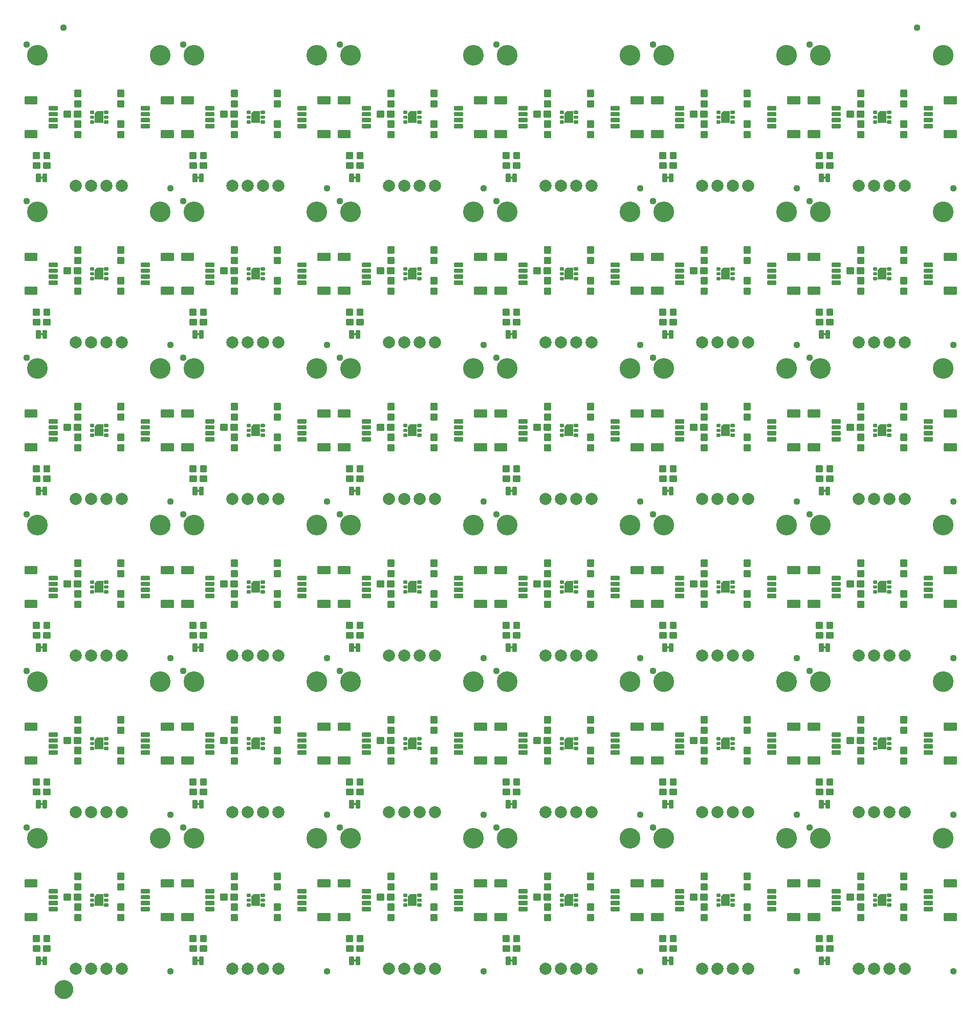
<source format=gts>
G04 EAGLE Gerber RS-274X export*
G75*
%MOMM*%
%FSLAX34Y34*%
%LPD*%
%INSoldermask Top*%
%IPPOS*%
%AMOC8*
5,1,8,0,0,1.08239X$1,22.5*%
G01*
%ADD10C,3.429000*%
%ADD11C,1.127000*%
%ADD12C,0.225588*%
%ADD13C,0.225369*%
%ADD14C,0.225400*%
%ADD15C,0.428259*%
%ADD16C,0.228344*%
%ADD17C,2.006600*%
%ADD18C,0.226609*%
%ADD19C,1.270000*%
%ADD20C,1.627000*%

G36*
X1429655Y1412899D02*
X1429655Y1412899D01*
X1429654Y1412900D01*
X1429655Y1412900D01*
X1429655Y1431900D01*
X1429651Y1431905D01*
X1429650Y1431904D01*
X1429650Y1431905D01*
X1418400Y1431905D01*
X1418398Y1431903D01*
X1418397Y1431903D01*
X1415147Y1428653D01*
X1415147Y1428652D01*
X1415146Y1428652D01*
X1415147Y1428651D01*
X1415145Y1428650D01*
X1415145Y1412900D01*
X1415149Y1412895D01*
X1415150Y1412896D01*
X1415150Y1412895D01*
X1429650Y1412895D01*
X1429655Y1412899D01*
G37*
G36*
X652415Y1412899D02*
X652415Y1412899D01*
X652414Y1412900D01*
X652415Y1412900D01*
X652415Y1431900D01*
X652411Y1431905D01*
X652410Y1431904D01*
X652410Y1431905D01*
X641160Y1431905D01*
X641158Y1431903D01*
X641157Y1431903D01*
X637907Y1428653D01*
X637907Y1428652D01*
X637906Y1428652D01*
X637907Y1428651D01*
X637905Y1428650D01*
X637905Y1412900D01*
X637909Y1412895D01*
X637910Y1412896D01*
X637910Y1412895D01*
X652410Y1412895D01*
X652415Y1412899D01*
G37*
G36*
X134255Y1412899D02*
X134255Y1412899D01*
X134254Y1412900D01*
X134255Y1412900D01*
X134255Y1431900D01*
X134251Y1431905D01*
X134250Y1431904D01*
X134250Y1431905D01*
X123000Y1431905D01*
X122998Y1431903D01*
X122997Y1431903D01*
X119747Y1428653D01*
X119747Y1428652D01*
X119746Y1428652D01*
X119747Y1428651D01*
X119745Y1428650D01*
X119745Y1412900D01*
X119749Y1412895D01*
X119750Y1412896D01*
X119750Y1412895D01*
X134250Y1412895D01*
X134255Y1412899D01*
G37*
G36*
X911495Y1412899D02*
X911495Y1412899D01*
X911494Y1412900D01*
X911495Y1412900D01*
X911495Y1431900D01*
X911491Y1431905D01*
X911490Y1431904D01*
X911490Y1431905D01*
X900240Y1431905D01*
X900238Y1431903D01*
X900237Y1431903D01*
X896987Y1428653D01*
X896987Y1428652D01*
X896986Y1428652D01*
X896987Y1428651D01*
X896985Y1428650D01*
X896985Y1412900D01*
X896989Y1412895D01*
X896990Y1412896D01*
X896990Y1412895D01*
X911490Y1412895D01*
X911495Y1412899D01*
G37*
G36*
X393335Y1412899D02*
X393335Y1412899D01*
X393334Y1412900D01*
X393335Y1412900D01*
X393335Y1431900D01*
X393331Y1431905D01*
X393330Y1431904D01*
X393330Y1431905D01*
X382080Y1431905D01*
X382078Y1431903D01*
X382077Y1431903D01*
X378827Y1428653D01*
X378827Y1428652D01*
X378826Y1428652D01*
X378827Y1428651D01*
X378825Y1428650D01*
X378825Y1412900D01*
X378829Y1412895D01*
X378830Y1412896D01*
X378830Y1412895D01*
X393330Y1412895D01*
X393335Y1412899D01*
G37*
G36*
X1170575Y1412899D02*
X1170575Y1412899D01*
X1170574Y1412900D01*
X1170575Y1412900D01*
X1170575Y1431900D01*
X1170571Y1431905D01*
X1170570Y1431904D01*
X1170570Y1431905D01*
X1159320Y1431905D01*
X1159318Y1431903D01*
X1159317Y1431903D01*
X1156067Y1428653D01*
X1156067Y1428652D01*
X1156066Y1428652D01*
X1156067Y1428651D01*
X1156065Y1428650D01*
X1156065Y1412900D01*
X1156069Y1412895D01*
X1156070Y1412896D01*
X1156070Y1412895D01*
X1170570Y1412895D01*
X1170575Y1412899D01*
G37*
G36*
X1170575Y117499D02*
X1170575Y117499D01*
X1170574Y117500D01*
X1170575Y117500D01*
X1170575Y136500D01*
X1170571Y136505D01*
X1170570Y136504D01*
X1170570Y136505D01*
X1159320Y136505D01*
X1159318Y136503D01*
X1159317Y136503D01*
X1156067Y133253D01*
X1156067Y133252D01*
X1156066Y133252D01*
X1156067Y133251D01*
X1156065Y133250D01*
X1156065Y117500D01*
X1156069Y117495D01*
X1156070Y117496D01*
X1156070Y117495D01*
X1170570Y117495D01*
X1170575Y117499D01*
G37*
G36*
X911495Y635659D02*
X911495Y635659D01*
X911494Y635660D01*
X911495Y635660D01*
X911495Y654660D01*
X911491Y654665D01*
X911490Y654664D01*
X911490Y654665D01*
X900240Y654665D01*
X900238Y654663D01*
X900237Y654663D01*
X896987Y651413D01*
X896987Y651412D01*
X896986Y651412D01*
X896987Y651411D01*
X896985Y651410D01*
X896985Y635660D01*
X896989Y635655D01*
X896990Y635656D01*
X896990Y635655D01*
X911490Y635655D01*
X911495Y635659D01*
G37*
G36*
X393335Y635659D02*
X393335Y635659D01*
X393334Y635660D01*
X393335Y635660D01*
X393335Y654660D01*
X393331Y654665D01*
X393330Y654664D01*
X393330Y654665D01*
X382080Y654665D01*
X382078Y654663D01*
X382077Y654663D01*
X378827Y651413D01*
X378827Y651412D01*
X378826Y651412D01*
X378827Y651411D01*
X378825Y651410D01*
X378825Y635660D01*
X378829Y635655D01*
X378830Y635656D01*
X378830Y635655D01*
X393330Y635655D01*
X393335Y635659D01*
G37*
G36*
X1429655Y635659D02*
X1429655Y635659D01*
X1429654Y635660D01*
X1429655Y635660D01*
X1429655Y654660D01*
X1429651Y654665D01*
X1429650Y654664D01*
X1429650Y654665D01*
X1418400Y654665D01*
X1418398Y654663D01*
X1418397Y654663D01*
X1415147Y651413D01*
X1415147Y651412D01*
X1415146Y651412D01*
X1415147Y651411D01*
X1415145Y651410D01*
X1415145Y635660D01*
X1415149Y635655D01*
X1415150Y635656D01*
X1415150Y635655D01*
X1429650Y635655D01*
X1429655Y635659D01*
G37*
G36*
X652415Y635659D02*
X652415Y635659D01*
X652414Y635660D01*
X652415Y635660D01*
X652415Y654660D01*
X652411Y654665D01*
X652410Y654664D01*
X652410Y654665D01*
X641160Y654665D01*
X641158Y654663D01*
X641157Y654663D01*
X637907Y651413D01*
X637907Y651412D01*
X637906Y651412D01*
X637907Y651411D01*
X637905Y651410D01*
X637905Y635660D01*
X637909Y635655D01*
X637910Y635656D01*
X637910Y635655D01*
X652410Y635655D01*
X652415Y635659D01*
G37*
G36*
X134255Y635659D02*
X134255Y635659D01*
X134254Y635660D01*
X134255Y635660D01*
X134255Y654660D01*
X134251Y654665D01*
X134250Y654664D01*
X134250Y654665D01*
X123000Y654665D01*
X122998Y654663D01*
X122997Y654663D01*
X119747Y651413D01*
X119747Y651412D01*
X119746Y651412D01*
X119747Y651411D01*
X119745Y651410D01*
X119745Y635660D01*
X119749Y635655D01*
X119750Y635656D01*
X119750Y635655D01*
X134250Y635655D01*
X134255Y635659D01*
G37*
G36*
X393335Y1153819D02*
X393335Y1153819D01*
X393334Y1153820D01*
X393335Y1153820D01*
X393335Y1172820D01*
X393331Y1172825D01*
X393330Y1172824D01*
X393330Y1172825D01*
X382080Y1172825D01*
X382078Y1172823D01*
X382077Y1172823D01*
X378827Y1169573D01*
X378827Y1169572D01*
X378826Y1169572D01*
X378827Y1169571D01*
X378825Y1169570D01*
X378825Y1153820D01*
X378829Y1153815D01*
X378830Y1153816D01*
X378830Y1153815D01*
X393330Y1153815D01*
X393335Y1153819D01*
G37*
G36*
X911495Y1153819D02*
X911495Y1153819D01*
X911494Y1153820D01*
X911495Y1153820D01*
X911495Y1172820D01*
X911491Y1172825D01*
X911490Y1172824D01*
X911490Y1172825D01*
X900240Y1172825D01*
X900238Y1172823D01*
X900237Y1172823D01*
X896987Y1169573D01*
X896987Y1169572D01*
X896986Y1169572D01*
X896987Y1169571D01*
X896985Y1169570D01*
X896985Y1153820D01*
X896989Y1153815D01*
X896990Y1153816D01*
X896990Y1153815D01*
X911490Y1153815D01*
X911495Y1153819D01*
G37*
G36*
X652415Y1153819D02*
X652415Y1153819D01*
X652414Y1153820D01*
X652415Y1153820D01*
X652415Y1172820D01*
X652411Y1172825D01*
X652410Y1172824D01*
X652410Y1172825D01*
X641160Y1172825D01*
X641158Y1172823D01*
X641157Y1172823D01*
X637907Y1169573D01*
X637907Y1169572D01*
X637906Y1169572D01*
X637907Y1169571D01*
X637905Y1169570D01*
X637905Y1153820D01*
X637909Y1153815D01*
X637910Y1153816D01*
X637910Y1153815D01*
X652410Y1153815D01*
X652415Y1153819D01*
G37*
G36*
X1170575Y1153819D02*
X1170575Y1153819D01*
X1170574Y1153820D01*
X1170575Y1153820D01*
X1170575Y1172820D01*
X1170571Y1172825D01*
X1170570Y1172824D01*
X1170570Y1172825D01*
X1159320Y1172825D01*
X1159318Y1172823D01*
X1159317Y1172823D01*
X1156067Y1169573D01*
X1156067Y1169572D01*
X1156066Y1169572D01*
X1156067Y1169571D01*
X1156065Y1169570D01*
X1156065Y1153820D01*
X1156069Y1153815D01*
X1156070Y1153816D01*
X1156070Y1153815D01*
X1170570Y1153815D01*
X1170575Y1153819D01*
G37*
G36*
X134255Y1153819D02*
X134255Y1153819D01*
X134254Y1153820D01*
X134255Y1153820D01*
X134255Y1172820D01*
X134251Y1172825D01*
X134250Y1172824D01*
X134250Y1172825D01*
X123000Y1172825D01*
X122998Y1172823D01*
X122997Y1172823D01*
X119747Y1169573D01*
X119747Y1169572D01*
X119746Y1169572D01*
X119747Y1169571D01*
X119745Y1169570D01*
X119745Y1153820D01*
X119749Y1153815D01*
X119750Y1153816D01*
X119750Y1153815D01*
X134250Y1153815D01*
X134255Y1153819D01*
G37*
G36*
X1429655Y1153819D02*
X1429655Y1153819D01*
X1429654Y1153820D01*
X1429655Y1153820D01*
X1429655Y1172820D01*
X1429651Y1172825D01*
X1429650Y1172824D01*
X1429650Y1172825D01*
X1418400Y1172825D01*
X1418398Y1172823D01*
X1418397Y1172823D01*
X1415147Y1169573D01*
X1415147Y1169572D01*
X1415146Y1169572D01*
X1415147Y1169571D01*
X1415145Y1169570D01*
X1415145Y1153820D01*
X1415149Y1153815D01*
X1415150Y1153816D01*
X1415150Y1153815D01*
X1429650Y1153815D01*
X1429655Y1153819D01*
G37*
G36*
X1170575Y635659D02*
X1170575Y635659D01*
X1170574Y635660D01*
X1170575Y635660D01*
X1170575Y654660D01*
X1170571Y654665D01*
X1170570Y654664D01*
X1170570Y654665D01*
X1159320Y654665D01*
X1159318Y654663D01*
X1159317Y654663D01*
X1156067Y651413D01*
X1156067Y651412D01*
X1156066Y651412D01*
X1156067Y651411D01*
X1156065Y651410D01*
X1156065Y635660D01*
X1156069Y635655D01*
X1156070Y635656D01*
X1156070Y635655D01*
X1170570Y635655D01*
X1170575Y635659D01*
G37*
G36*
X1170575Y376579D02*
X1170575Y376579D01*
X1170574Y376580D01*
X1170575Y376580D01*
X1170575Y395580D01*
X1170571Y395585D01*
X1170570Y395584D01*
X1170570Y395585D01*
X1159320Y395585D01*
X1159318Y395583D01*
X1159317Y395583D01*
X1156067Y392333D01*
X1156067Y392332D01*
X1156066Y392332D01*
X1156067Y392331D01*
X1156065Y392330D01*
X1156065Y376580D01*
X1156069Y376575D01*
X1156070Y376576D01*
X1156070Y376575D01*
X1170570Y376575D01*
X1170575Y376579D01*
G37*
G36*
X1429655Y376579D02*
X1429655Y376579D01*
X1429654Y376580D01*
X1429655Y376580D01*
X1429655Y395580D01*
X1429651Y395585D01*
X1429650Y395584D01*
X1429650Y395585D01*
X1418400Y395585D01*
X1418398Y395583D01*
X1418397Y395583D01*
X1415147Y392333D01*
X1415147Y392332D01*
X1415146Y392332D01*
X1415147Y392331D01*
X1415145Y392330D01*
X1415145Y376580D01*
X1415149Y376575D01*
X1415150Y376576D01*
X1415150Y376575D01*
X1429650Y376575D01*
X1429655Y376579D01*
G37*
G36*
X652415Y376579D02*
X652415Y376579D01*
X652414Y376580D01*
X652415Y376580D01*
X652415Y395580D01*
X652411Y395585D01*
X652410Y395584D01*
X652410Y395585D01*
X641160Y395585D01*
X641158Y395583D01*
X641157Y395583D01*
X637907Y392333D01*
X637907Y392332D01*
X637906Y392332D01*
X637907Y392331D01*
X637905Y392330D01*
X637905Y376580D01*
X637909Y376575D01*
X637910Y376576D01*
X637910Y376575D01*
X652410Y376575D01*
X652415Y376579D01*
G37*
G36*
X134255Y376579D02*
X134255Y376579D01*
X134254Y376580D01*
X134255Y376580D01*
X134255Y395580D01*
X134251Y395585D01*
X134250Y395584D01*
X134250Y395585D01*
X123000Y395585D01*
X122998Y395583D01*
X122997Y395583D01*
X119747Y392333D01*
X119747Y392332D01*
X119746Y392332D01*
X119747Y392331D01*
X119745Y392330D01*
X119745Y376580D01*
X119749Y376575D01*
X119750Y376576D01*
X119750Y376575D01*
X134250Y376575D01*
X134255Y376579D01*
G37*
G36*
X393335Y376579D02*
X393335Y376579D01*
X393334Y376580D01*
X393335Y376580D01*
X393335Y395580D01*
X393331Y395585D01*
X393330Y395584D01*
X393330Y395585D01*
X382080Y395585D01*
X382078Y395583D01*
X382077Y395583D01*
X378827Y392333D01*
X378827Y392332D01*
X378826Y392332D01*
X378827Y392331D01*
X378825Y392330D01*
X378825Y376580D01*
X378829Y376575D01*
X378830Y376576D01*
X378830Y376575D01*
X393330Y376575D01*
X393335Y376579D01*
G37*
G36*
X652415Y894739D02*
X652415Y894739D01*
X652414Y894740D01*
X652415Y894740D01*
X652415Y913740D01*
X652411Y913745D01*
X652410Y913744D01*
X652410Y913745D01*
X641160Y913745D01*
X641158Y913743D01*
X641157Y913743D01*
X637907Y910493D01*
X637907Y910492D01*
X637906Y910492D01*
X637907Y910491D01*
X637905Y910490D01*
X637905Y894740D01*
X637909Y894735D01*
X637910Y894736D01*
X637910Y894735D01*
X652410Y894735D01*
X652415Y894739D01*
G37*
G36*
X393335Y894739D02*
X393335Y894739D01*
X393334Y894740D01*
X393335Y894740D01*
X393335Y913740D01*
X393331Y913745D01*
X393330Y913744D01*
X393330Y913745D01*
X382080Y913745D01*
X382078Y913743D01*
X382077Y913743D01*
X378827Y910493D01*
X378827Y910492D01*
X378826Y910492D01*
X378827Y910491D01*
X378825Y910490D01*
X378825Y894740D01*
X378829Y894735D01*
X378830Y894736D01*
X378830Y894735D01*
X393330Y894735D01*
X393335Y894739D01*
G37*
G36*
X1429655Y894739D02*
X1429655Y894739D01*
X1429654Y894740D01*
X1429655Y894740D01*
X1429655Y913740D01*
X1429651Y913745D01*
X1429650Y913744D01*
X1429650Y913745D01*
X1418400Y913745D01*
X1418398Y913743D01*
X1418397Y913743D01*
X1415147Y910493D01*
X1415147Y910492D01*
X1415146Y910492D01*
X1415147Y910491D01*
X1415145Y910490D01*
X1415145Y894740D01*
X1415149Y894735D01*
X1415150Y894736D01*
X1415150Y894735D01*
X1429650Y894735D01*
X1429655Y894739D01*
G37*
G36*
X134255Y894739D02*
X134255Y894739D01*
X134254Y894740D01*
X134255Y894740D01*
X134255Y913740D01*
X134251Y913745D01*
X134250Y913744D01*
X134250Y913745D01*
X123000Y913745D01*
X122998Y913743D01*
X122997Y913743D01*
X119747Y910493D01*
X119747Y910492D01*
X119746Y910492D01*
X119747Y910491D01*
X119745Y910490D01*
X119745Y894740D01*
X119749Y894735D01*
X119750Y894736D01*
X119750Y894735D01*
X134250Y894735D01*
X134255Y894739D01*
G37*
G36*
X1170575Y894739D02*
X1170575Y894739D01*
X1170574Y894740D01*
X1170575Y894740D01*
X1170575Y913740D01*
X1170571Y913745D01*
X1170570Y913744D01*
X1170570Y913745D01*
X1159320Y913745D01*
X1159318Y913743D01*
X1159317Y913743D01*
X1156067Y910493D01*
X1156067Y910492D01*
X1156066Y910492D01*
X1156067Y910491D01*
X1156065Y910490D01*
X1156065Y894740D01*
X1156069Y894735D01*
X1156070Y894736D01*
X1156070Y894735D01*
X1170570Y894735D01*
X1170575Y894739D01*
G37*
G36*
X911495Y894739D02*
X911495Y894739D01*
X911494Y894740D01*
X911495Y894740D01*
X911495Y913740D01*
X911491Y913745D01*
X911490Y913744D01*
X911490Y913745D01*
X900240Y913745D01*
X900238Y913743D01*
X900237Y913743D01*
X896987Y910493D01*
X896987Y910492D01*
X896986Y910492D01*
X896987Y910491D01*
X896985Y910490D01*
X896985Y894740D01*
X896989Y894735D01*
X896990Y894736D01*
X896990Y894735D01*
X911490Y894735D01*
X911495Y894739D01*
G37*
G36*
X911495Y376579D02*
X911495Y376579D01*
X911494Y376580D01*
X911495Y376580D01*
X911495Y395580D01*
X911491Y395585D01*
X911490Y395584D01*
X911490Y395585D01*
X900240Y395585D01*
X900238Y395583D01*
X900237Y395583D01*
X896987Y392333D01*
X896987Y392332D01*
X896986Y392332D01*
X896987Y392331D01*
X896985Y392330D01*
X896985Y376580D01*
X896989Y376575D01*
X896990Y376576D01*
X896990Y376575D01*
X911490Y376575D01*
X911495Y376579D01*
G37*
G36*
X393335Y117499D02*
X393335Y117499D01*
X393334Y117500D01*
X393335Y117500D01*
X393335Y136500D01*
X393331Y136505D01*
X393330Y136504D01*
X393330Y136505D01*
X382080Y136505D01*
X382078Y136503D01*
X382077Y136503D01*
X378827Y133253D01*
X378827Y133252D01*
X378826Y133252D01*
X378827Y133251D01*
X378825Y133250D01*
X378825Y117500D01*
X378829Y117495D01*
X378830Y117496D01*
X378830Y117495D01*
X393330Y117495D01*
X393335Y117499D01*
G37*
G36*
X911495Y117499D02*
X911495Y117499D01*
X911494Y117500D01*
X911495Y117500D01*
X911495Y136500D01*
X911491Y136505D01*
X911490Y136504D01*
X911490Y136505D01*
X900240Y136505D01*
X900238Y136503D01*
X900237Y136503D01*
X896987Y133253D01*
X896987Y133252D01*
X896986Y133252D01*
X896987Y133251D01*
X896985Y133250D01*
X896985Y117500D01*
X896989Y117495D01*
X896990Y117496D01*
X896990Y117495D01*
X911490Y117495D01*
X911495Y117499D01*
G37*
G36*
X652415Y117499D02*
X652415Y117499D01*
X652414Y117500D01*
X652415Y117500D01*
X652415Y136500D01*
X652411Y136505D01*
X652410Y136504D01*
X652410Y136505D01*
X641160Y136505D01*
X641158Y136503D01*
X641157Y136503D01*
X637907Y133253D01*
X637907Y133252D01*
X637906Y133252D01*
X637907Y133251D01*
X637905Y133250D01*
X637905Y117500D01*
X637909Y117495D01*
X637910Y117496D01*
X637910Y117495D01*
X652410Y117495D01*
X652415Y117499D01*
G37*
G36*
X1429655Y117499D02*
X1429655Y117499D01*
X1429654Y117500D01*
X1429655Y117500D01*
X1429655Y136500D01*
X1429651Y136505D01*
X1429650Y136504D01*
X1429650Y136505D01*
X1418400Y136505D01*
X1418398Y136503D01*
X1418397Y136503D01*
X1415147Y133253D01*
X1415147Y133252D01*
X1415146Y133252D01*
X1415147Y133251D01*
X1415145Y133250D01*
X1415145Y117500D01*
X1415149Y117495D01*
X1415150Y117496D01*
X1415150Y117495D01*
X1429650Y117495D01*
X1429655Y117499D01*
G37*
G36*
X134255Y117499D02*
X134255Y117499D01*
X134254Y117500D01*
X134255Y117500D01*
X134255Y136500D01*
X134251Y136505D01*
X134250Y136504D01*
X134250Y136505D01*
X123000Y136505D01*
X122998Y136503D01*
X122997Y136503D01*
X119747Y133253D01*
X119747Y133252D01*
X119746Y133252D01*
X119747Y133251D01*
X119745Y133250D01*
X119745Y117500D01*
X119749Y117495D01*
X119750Y117496D01*
X119750Y117495D01*
X134250Y117495D01*
X134255Y117499D01*
G37*
G36*
X292800Y1320177D02*
X292800Y1320177D01*
X292866Y1320179D01*
X292909Y1320197D01*
X292956Y1320205D01*
X293013Y1320239D01*
X293073Y1320264D01*
X293108Y1320295D01*
X293149Y1320320D01*
X293191Y1320371D01*
X293239Y1320415D01*
X293261Y1320457D01*
X293290Y1320494D01*
X293311Y1320556D01*
X293342Y1320615D01*
X293350Y1320669D01*
X293362Y1320706D01*
X293361Y1320746D01*
X293369Y1320800D01*
X293369Y1323340D01*
X293358Y1323405D01*
X293356Y1323471D01*
X293338Y1323514D01*
X293330Y1323561D01*
X293296Y1323618D01*
X293271Y1323678D01*
X293240Y1323713D01*
X293215Y1323754D01*
X293164Y1323796D01*
X293120Y1323844D01*
X293078Y1323866D01*
X293041Y1323895D01*
X292979Y1323916D01*
X292920Y1323947D01*
X292866Y1323955D01*
X292829Y1323967D01*
X292789Y1323966D01*
X292735Y1323974D01*
X288925Y1323974D01*
X288860Y1323963D01*
X288794Y1323961D01*
X288751Y1323943D01*
X288704Y1323935D01*
X288647Y1323901D01*
X288587Y1323876D01*
X288552Y1323845D01*
X288511Y1323820D01*
X288470Y1323769D01*
X288421Y1323725D01*
X288399Y1323683D01*
X288370Y1323646D01*
X288349Y1323584D01*
X288318Y1323525D01*
X288310Y1323471D01*
X288298Y1323434D01*
X288298Y1323431D01*
X288299Y1323394D01*
X288291Y1323340D01*
X288291Y1320800D01*
X288302Y1320735D01*
X288304Y1320669D01*
X288322Y1320626D01*
X288330Y1320579D01*
X288364Y1320522D01*
X288389Y1320462D01*
X288420Y1320427D01*
X288445Y1320386D01*
X288496Y1320345D01*
X288540Y1320296D01*
X288582Y1320274D01*
X288619Y1320245D01*
X288681Y1320224D01*
X288740Y1320193D01*
X288794Y1320185D01*
X288831Y1320173D01*
X288871Y1320174D01*
X288925Y1320166D01*
X292735Y1320166D01*
X292800Y1320177D01*
G37*
G36*
X1070040Y1320177D02*
X1070040Y1320177D01*
X1070106Y1320179D01*
X1070149Y1320197D01*
X1070196Y1320205D01*
X1070253Y1320239D01*
X1070313Y1320264D01*
X1070348Y1320295D01*
X1070389Y1320320D01*
X1070431Y1320371D01*
X1070479Y1320415D01*
X1070501Y1320457D01*
X1070530Y1320494D01*
X1070551Y1320556D01*
X1070582Y1320615D01*
X1070590Y1320669D01*
X1070602Y1320706D01*
X1070601Y1320746D01*
X1070609Y1320800D01*
X1070609Y1323340D01*
X1070598Y1323405D01*
X1070596Y1323471D01*
X1070578Y1323514D01*
X1070570Y1323561D01*
X1070536Y1323618D01*
X1070511Y1323678D01*
X1070480Y1323713D01*
X1070455Y1323754D01*
X1070404Y1323796D01*
X1070360Y1323844D01*
X1070318Y1323866D01*
X1070281Y1323895D01*
X1070219Y1323916D01*
X1070160Y1323947D01*
X1070106Y1323955D01*
X1070069Y1323967D01*
X1070029Y1323966D01*
X1069975Y1323974D01*
X1066165Y1323974D01*
X1066100Y1323963D01*
X1066034Y1323961D01*
X1065991Y1323943D01*
X1065944Y1323935D01*
X1065887Y1323901D01*
X1065827Y1323876D01*
X1065792Y1323845D01*
X1065751Y1323820D01*
X1065710Y1323769D01*
X1065661Y1323725D01*
X1065639Y1323683D01*
X1065610Y1323646D01*
X1065589Y1323584D01*
X1065558Y1323525D01*
X1065550Y1323471D01*
X1065538Y1323434D01*
X1065538Y1323431D01*
X1065539Y1323394D01*
X1065531Y1323340D01*
X1065531Y1320800D01*
X1065542Y1320735D01*
X1065544Y1320669D01*
X1065562Y1320626D01*
X1065570Y1320579D01*
X1065604Y1320522D01*
X1065629Y1320462D01*
X1065660Y1320427D01*
X1065685Y1320386D01*
X1065736Y1320345D01*
X1065780Y1320296D01*
X1065822Y1320274D01*
X1065859Y1320245D01*
X1065921Y1320224D01*
X1065980Y1320193D01*
X1066034Y1320185D01*
X1066071Y1320173D01*
X1066111Y1320174D01*
X1066165Y1320166D01*
X1069975Y1320166D01*
X1070040Y1320177D01*
G37*
G36*
X33720Y1320177D02*
X33720Y1320177D01*
X33786Y1320179D01*
X33829Y1320197D01*
X33876Y1320205D01*
X33933Y1320239D01*
X33993Y1320264D01*
X34028Y1320295D01*
X34069Y1320320D01*
X34111Y1320371D01*
X34159Y1320415D01*
X34181Y1320457D01*
X34210Y1320494D01*
X34231Y1320556D01*
X34262Y1320615D01*
X34270Y1320669D01*
X34282Y1320706D01*
X34281Y1320746D01*
X34289Y1320800D01*
X34289Y1323340D01*
X34278Y1323405D01*
X34276Y1323471D01*
X34258Y1323514D01*
X34250Y1323561D01*
X34216Y1323618D01*
X34191Y1323678D01*
X34160Y1323713D01*
X34135Y1323754D01*
X34084Y1323796D01*
X34040Y1323844D01*
X33998Y1323866D01*
X33961Y1323895D01*
X33899Y1323916D01*
X33840Y1323947D01*
X33786Y1323955D01*
X33749Y1323967D01*
X33709Y1323966D01*
X33655Y1323974D01*
X29845Y1323974D01*
X29780Y1323963D01*
X29714Y1323961D01*
X29671Y1323943D01*
X29624Y1323935D01*
X29567Y1323901D01*
X29507Y1323876D01*
X29472Y1323845D01*
X29431Y1323820D01*
X29390Y1323769D01*
X29341Y1323725D01*
X29319Y1323683D01*
X29290Y1323646D01*
X29269Y1323584D01*
X29238Y1323525D01*
X29230Y1323471D01*
X29218Y1323434D01*
X29218Y1323431D01*
X29219Y1323394D01*
X29211Y1323340D01*
X29211Y1320800D01*
X29222Y1320735D01*
X29224Y1320669D01*
X29242Y1320626D01*
X29250Y1320579D01*
X29284Y1320522D01*
X29309Y1320462D01*
X29340Y1320427D01*
X29365Y1320386D01*
X29416Y1320345D01*
X29460Y1320296D01*
X29502Y1320274D01*
X29539Y1320245D01*
X29601Y1320224D01*
X29660Y1320193D01*
X29714Y1320185D01*
X29751Y1320173D01*
X29791Y1320174D01*
X29845Y1320166D01*
X33655Y1320166D01*
X33720Y1320177D01*
G37*
G36*
X810960Y1320177D02*
X810960Y1320177D01*
X811026Y1320179D01*
X811069Y1320197D01*
X811116Y1320205D01*
X811173Y1320239D01*
X811233Y1320264D01*
X811268Y1320295D01*
X811309Y1320320D01*
X811351Y1320371D01*
X811399Y1320415D01*
X811421Y1320457D01*
X811450Y1320494D01*
X811471Y1320556D01*
X811502Y1320615D01*
X811510Y1320669D01*
X811522Y1320706D01*
X811521Y1320746D01*
X811529Y1320800D01*
X811529Y1323340D01*
X811518Y1323405D01*
X811516Y1323471D01*
X811498Y1323514D01*
X811490Y1323561D01*
X811456Y1323618D01*
X811431Y1323678D01*
X811400Y1323713D01*
X811375Y1323754D01*
X811324Y1323796D01*
X811280Y1323844D01*
X811238Y1323866D01*
X811201Y1323895D01*
X811139Y1323916D01*
X811080Y1323947D01*
X811026Y1323955D01*
X810989Y1323967D01*
X810949Y1323966D01*
X810895Y1323974D01*
X807085Y1323974D01*
X807020Y1323963D01*
X806954Y1323961D01*
X806911Y1323943D01*
X806864Y1323935D01*
X806807Y1323901D01*
X806747Y1323876D01*
X806712Y1323845D01*
X806671Y1323820D01*
X806630Y1323769D01*
X806581Y1323725D01*
X806559Y1323683D01*
X806530Y1323646D01*
X806509Y1323584D01*
X806478Y1323525D01*
X806470Y1323471D01*
X806458Y1323434D01*
X806458Y1323431D01*
X806459Y1323394D01*
X806451Y1323340D01*
X806451Y1320800D01*
X806462Y1320735D01*
X806464Y1320669D01*
X806482Y1320626D01*
X806490Y1320579D01*
X806524Y1320522D01*
X806549Y1320462D01*
X806580Y1320427D01*
X806605Y1320386D01*
X806656Y1320345D01*
X806700Y1320296D01*
X806742Y1320274D01*
X806779Y1320245D01*
X806841Y1320224D01*
X806900Y1320193D01*
X806954Y1320185D01*
X806991Y1320173D01*
X807031Y1320174D01*
X807085Y1320166D01*
X810895Y1320166D01*
X810960Y1320177D01*
G37*
G36*
X551880Y1320177D02*
X551880Y1320177D01*
X551946Y1320179D01*
X551989Y1320197D01*
X552036Y1320205D01*
X552093Y1320239D01*
X552153Y1320264D01*
X552188Y1320295D01*
X552229Y1320320D01*
X552271Y1320371D01*
X552319Y1320415D01*
X552341Y1320457D01*
X552370Y1320494D01*
X552391Y1320556D01*
X552422Y1320615D01*
X552430Y1320669D01*
X552442Y1320706D01*
X552441Y1320746D01*
X552449Y1320800D01*
X552449Y1323340D01*
X552438Y1323405D01*
X552436Y1323471D01*
X552418Y1323514D01*
X552410Y1323561D01*
X552376Y1323618D01*
X552351Y1323678D01*
X552320Y1323713D01*
X552295Y1323754D01*
X552244Y1323796D01*
X552200Y1323844D01*
X552158Y1323866D01*
X552121Y1323895D01*
X552059Y1323916D01*
X552000Y1323947D01*
X551946Y1323955D01*
X551909Y1323967D01*
X551869Y1323966D01*
X551815Y1323974D01*
X548005Y1323974D01*
X547940Y1323963D01*
X547874Y1323961D01*
X547831Y1323943D01*
X547784Y1323935D01*
X547727Y1323901D01*
X547667Y1323876D01*
X547632Y1323845D01*
X547591Y1323820D01*
X547550Y1323769D01*
X547501Y1323725D01*
X547479Y1323683D01*
X547450Y1323646D01*
X547429Y1323584D01*
X547398Y1323525D01*
X547390Y1323471D01*
X547378Y1323434D01*
X547378Y1323431D01*
X547379Y1323394D01*
X547371Y1323340D01*
X547371Y1320800D01*
X547382Y1320735D01*
X547384Y1320669D01*
X547402Y1320626D01*
X547410Y1320579D01*
X547444Y1320522D01*
X547469Y1320462D01*
X547500Y1320427D01*
X547525Y1320386D01*
X547576Y1320345D01*
X547620Y1320296D01*
X547662Y1320274D01*
X547699Y1320245D01*
X547761Y1320224D01*
X547820Y1320193D01*
X547874Y1320185D01*
X547911Y1320173D01*
X547951Y1320174D01*
X548005Y1320166D01*
X551815Y1320166D01*
X551880Y1320177D01*
G37*
G36*
X1070040Y1061097D02*
X1070040Y1061097D01*
X1070106Y1061099D01*
X1070149Y1061117D01*
X1070196Y1061125D01*
X1070253Y1061159D01*
X1070313Y1061184D01*
X1070348Y1061215D01*
X1070389Y1061240D01*
X1070431Y1061291D01*
X1070479Y1061335D01*
X1070501Y1061377D01*
X1070530Y1061414D01*
X1070551Y1061476D01*
X1070582Y1061535D01*
X1070590Y1061589D01*
X1070602Y1061626D01*
X1070601Y1061666D01*
X1070609Y1061720D01*
X1070609Y1064260D01*
X1070598Y1064325D01*
X1070596Y1064391D01*
X1070578Y1064434D01*
X1070570Y1064481D01*
X1070536Y1064538D01*
X1070511Y1064598D01*
X1070480Y1064633D01*
X1070455Y1064674D01*
X1070404Y1064716D01*
X1070360Y1064764D01*
X1070318Y1064786D01*
X1070281Y1064815D01*
X1070219Y1064836D01*
X1070160Y1064867D01*
X1070106Y1064875D01*
X1070069Y1064887D01*
X1070029Y1064886D01*
X1069975Y1064894D01*
X1066165Y1064894D01*
X1066100Y1064883D01*
X1066034Y1064881D01*
X1065991Y1064863D01*
X1065944Y1064855D01*
X1065887Y1064821D01*
X1065827Y1064796D01*
X1065792Y1064765D01*
X1065751Y1064740D01*
X1065710Y1064689D01*
X1065661Y1064645D01*
X1065639Y1064603D01*
X1065610Y1064566D01*
X1065589Y1064504D01*
X1065558Y1064445D01*
X1065550Y1064391D01*
X1065538Y1064354D01*
X1065538Y1064351D01*
X1065539Y1064314D01*
X1065531Y1064260D01*
X1065531Y1061720D01*
X1065542Y1061655D01*
X1065544Y1061589D01*
X1065562Y1061546D01*
X1065570Y1061499D01*
X1065604Y1061442D01*
X1065629Y1061382D01*
X1065660Y1061347D01*
X1065685Y1061306D01*
X1065736Y1061265D01*
X1065780Y1061216D01*
X1065822Y1061194D01*
X1065859Y1061165D01*
X1065921Y1061144D01*
X1065980Y1061113D01*
X1066034Y1061105D01*
X1066071Y1061093D01*
X1066111Y1061094D01*
X1066165Y1061086D01*
X1069975Y1061086D01*
X1070040Y1061097D01*
G37*
G36*
X810960Y1061097D02*
X810960Y1061097D01*
X811026Y1061099D01*
X811069Y1061117D01*
X811116Y1061125D01*
X811173Y1061159D01*
X811233Y1061184D01*
X811268Y1061215D01*
X811309Y1061240D01*
X811351Y1061291D01*
X811399Y1061335D01*
X811421Y1061377D01*
X811450Y1061414D01*
X811471Y1061476D01*
X811502Y1061535D01*
X811510Y1061589D01*
X811522Y1061626D01*
X811521Y1061666D01*
X811529Y1061720D01*
X811529Y1064260D01*
X811518Y1064325D01*
X811516Y1064391D01*
X811498Y1064434D01*
X811490Y1064481D01*
X811456Y1064538D01*
X811431Y1064598D01*
X811400Y1064633D01*
X811375Y1064674D01*
X811324Y1064716D01*
X811280Y1064764D01*
X811238Y1064786D01*
X811201Y1064815D01*
X811139Y1064836D01*
X811080Y1064867D01*
X811026Y1064875D01*
X810989Y1064887D01*
X810949Y1064886D01*
X810895Y1064894D01*
X807085Y1064894D01*
X807020Y1064883D01*
X806954Y1064881D01*
X806911Y1064863D01*
X806864Y1064855D01*
X806807Y1064821D01*
X806747Y1064796D01*
X806712Y1064765D01*
X806671Y1064740D01*
X806630Y1064689D01*
X806581Y1064645D01*
X806559Y1064603D01*
X806530Y1064566D01*
X806509Y1064504D01*
X806478Y1064445D01*
X806470Y1064391D01*
X806458Y1064354D01*
X806458Y1064351D01*
X806459Y1064314D01*
X806451Y1064260D01*
X806451Y1061720D01*
X806462Y1061655D01*
X806464Y1061589D01*
X806482Y1061546D01*
X806490Y1061499D01*
X806524Y1061442D01*
X806549Y1061382D01*
X806580Y1061347D01*
X806605Y1061306D01*
X806656Y1061265D01*
X806700Y1061216D01*
X806742Y1061194D01*
X806779Y1061165D01*
X806841Y1061144D01*
X806900Y1061113D01*
X806954Y1061105D01*
X806991Y1061093D01*
X807031Y1061094D01*
X807085Y1061086D01*
X810895Y1061086D01*
X810960Y1061097D01*
G37*
G36*
X1329120Y1061097D02*
X1329120Y1061097D01*
X1329186Y1061099D01*
X1329229Y1061117D01*
X1329276Y1061125D01*
X1329333Y1061159D01*
X1329393Y1061184D01*
X1329428Y1061215D01*
X1329469Y1061240D01*
X1329511Y1061291D01*
X1329559Y1061335D01*
X1329581Y1061377D01*
X1329610Y1061414D01*
X1329631Y1061476D01*
X1329662Y1061535D01*
X1329670Y1061589D01*
X1329682Y1061626D01*
X1329681Y1061666D01*
X1329689Y1061720D01*
X1329689Y1064260D01*
X1329678Y1064325D01*
X1329676Y1064391D01*
X1329658Y1064434D01*
X1329650Y1064481D01*
X1329616Y1064538D01*
X1329591Y1064598D01*
X1329560Y1064633D01*
X1329535Y1064674D01*
X1329484Y1064716D01*
X1329440Y1064764D01*
X1329398Y1064786D01*
X1329361Y1064815D01*
X1329299Y1064836D01*
X1329240Y1064867D01*
X1329186Y1064875D01*
X1329149Y1064887D01*
X1329109Y1064886D01*
X1329055Y1064894D01*
X1325245Y1064894D01*
X1325180Y1064883D01*
X1325114Y1064881D01*
X1325071Y1064863D01*
X1325024Y1064855D01*
X1324967Y1064821D01*
X1324907Y1064796D01*
X1324872Y1064765D01*
X1324831Y1064740D01*
X1324790Y1064689D01*
X1324741Y1064645D01*
X1324719Y1064603D01*
X1324690Y1064566D01*
X1324669Y1064504D01*
X1324638Y1064445D01*
X1324630Y1064391D01*
X1324618Y1064354D01*
X1324618Y1064351D01*
X1324619Y1064314D01*
X1324611Y1064260D01*
X1324611Y1061720D01*
X1324622Y1061655D01*
X1324624Y1061589D01*
X1324642Y1061546D01*
X1324650Y1061499D01*
X1324684Y1061442D01*
X1324709Y1061382D01*
X1324740Y1061347D01*
X1324765Y1061306D01*
X1324816Y1061265D01*
X1324860Y1061216D01*
X1324902Y1061194D01*
X1324939Y1061165D01*
X1325001Y1061144D01*
X1325060Y1061113D01*
X1325114Y1061105D01*
X1325151Y1061093D01*
X1325191Y1061094D01*
X1325245Y1061086D01*
X1329055Y1061086D01*
X1329120Y1061097D01*
G37*
G36*
X33720Y1061097D02*
X33720Y1061097D01*
X33786Y1061099D01*
X33829Y1061117D01*
X33876Y1061125D01*
X33933Y1061159D01*
X33993Y1061184D01*
X34028Y1061215D01*
X34069Y1061240D01*
X34111Y1061291D01*
X34159Y1061335D01*
X34181Y1061377D01*
X34210Y1061414D01*
X34231Y1061476D01*
X34262Y1061535D01*
X34270Y1061589D01*
X34282Y1061626D01*
X34281Y1061666D01*
X34289Y1061720D01*
X34289Y1064260D01*
X34278Y1064325D01*
X34276Y1064391D01*
X34258Y1064434D01*
X34250Y1064481D01*
X34216Y1064538D01*
X34191Y1064598D01*
X34160Y1064633D01*
X34135Y1064674D01*
X34084Y1064716D01*
X34040Y1064764D01*
X33998Y1064786D01*
X33961Y1064815D01*
X33899Y1064836D01*
X33840Y1064867D01*
X33786Y1064875D01*
X33749Y1064887D01*
X33709Y1064886D01*
X33655Y1064894D01*
X29845Y1064894D01*
X29780Y1064883D01*
X29714Y1064881D01*
X29671Y1064863D01*
X29624Y1064855D01*
X29567Y1064821D01*
X29507Y1064796D01*
X29472Y1064765D01*
X29431Y1064740D01*
X29390Y1064689D01*
X29341Y1064645D01*
X29319Y1064603D01*
X29290Y1064566D01*
X29269Y1064504D01*
X29238Y1064445D01*
X29230Y1064391D01*
X29218Y1064354D01*
X29218Y1064351D01*
X29219Y1064314D01*
X29211Y1064260D01*
X29211Y1061720D01*
X29222Y1061655D01*
X29224Y1061589D01*
X29242Y1061546D01*
X29250Y1061499D01*
X29284Y1061442D01*
X29309Y1061382D01*
X29340Y1061347D01*
X29365Y1061306D01*
X29416Y1061265D01*
X29460Y1061216D01*
X29502Y1061194D01*
X29539Y1061165D01*
X29601Y1061144D01*
X29660Y1061113D01*
X29714Y1061105D01*
X29751Y1061093D01*
X29791Y1061094D01*
X29845Y1061086D01*
X33655Y1061086D01*
X33720Y1061097D01*
G37*
G36*
X292800Y1061097D02*
X292800Y1061097D01*
X292866Y1061099D01*
X292909Y1061117D01*
X292956Y1061125D01*
X293013Y1061159D01*
X293073Y1061184D01*
X293108Y1061215D01*
X293149Y1061240D01*
X293191Y1061291D01*
X293239Y1061335D01*
X293261Y1061377D01*
X293290Y1061414D01*
X293311Y1061476D01*
X293342Y1061535D01*
X293350Y1061589D01*
X293362Y1061626D01*
X293361Y1061666D01*
X293369Y1061720D01*
X293369Y1064260D01*
X293358Y1064325D01*
X293356Y1064391D01*
X293338Y1064434D01*
X293330Y1064481D01*
X293296Y1064538D01*
X293271Y1064598D01*
X293240Y1064633D01*
X293215Y1064674D01*
X293164Y1064716D01*
X293120Y1064764D01*
X293078Y1064786D01*
X293041Y1064815D01*
X292979Y1064836D01*
X292920Y1064867D01*
X292866Y1064875D01*
X292829Y1064887D01*
X292789Y1064886D01*
X292735Y1064894D01*
X288925Y1064894D01*
X288860Y1064883D01*
X288794Y1064881D01*
X288751Y1064863D01*
X288704Y1064855D01*
X288647Y1064821D01*
X288587Y1064796D01*
X288552Y1064765D01*
X288511Y1064740D01*
X288470Y1064689D01*
X288421Y1064645D01*
X288399Y1064603D01*
X288370Y1064566D01*
X288349Y1064504D01*
X288318Y1064445D01*
X288310Y1064391D01*
X288298Y1064354D01*
X288298Y1064351D01*
X288299Y1064314D01*
X288291Y1064260D01*
X288291Y1061720D01*
X288302Y1061655D01*
X288304Y1061589D01*
X288322Y1061546D01*
X288330Y1061499D01*
X288364Y1061442D01*
X288389Y1061382D01*
X288420Y1061347D01*
X288445Y1061306D01*
X288496Y1061265D01*
X288540Y1061216D01*
X288582Y1061194D01*
X288619Y1061165D01*
X288681Y1061144D01*
X288740Y1061113D01*
X288794Y1061105D01*
X288831Y1061093D01*
X288871Y1061094D01*
X288925Y1061086D01*
X292735Y1061086D01*
X292800Y1061097D01*
G37*
G36*
X551880Y1061097D02*
X551880Y1061097D01*
X551946Y1061099D01*
X551989Y1061117D01*
X552036Y1061125D01*
X552093Y1061159D01*
X552153Y1061184D01*
X552188Y1061215D01*
X552229Y1061240D01*
X552271Y1061291D01*
X552319Y1061335D01*
X552341Y1061377D01*
X552370Y1061414D01*
X552391Y1061476D01*
X552422Y1061535D01*
X552430Y1061589D01*
X552442Y1061626D01*
X552441Y1061666D01*
X552449Y1061720D01*
X552449Y1064260D01*
X552438Y1064325D01*
X552436Y1064391D01*
X552418Y1064434D01*
X552410Y1064481D01*
X552376Y1064538D01*
X552351Y1064598D01*
X552320Y1064633D01*
X552295Y1064674D01*
X552244Y1064716D01*
X552200Y1064764D01*
X552158Y1064786D01*
X552121Y1064815D01*
X552059Y1064836D01*
X552000Y1064867D01*
X551946Y1064875D01*
X551909Y1064887D01*
X551869Y1064886D01*
X551815Y1064894D01*
X548005Y1064894D01*
X547940Y1064883D01*
X547874Y1064881D01*
X547831Y1064863D01*
X547784Y1064855D01*
X547727Y1064821D01*
X547667Y1064796D01*
X547632Y1064765D01*
X547591Y1064740D01*
X547550Y1064689D01*
X547501Y1064645D01*
X547479Y1064603D01*
X547450Y1064566D01*
X547429Y1064504D01*
X547398Y1064445D01*
X547390Y1064391D01*
X547378Y1064354D01*
X547378Y1064351D01*
X547379Y1064314D01*
X547371Y1064260D01*
X547371Y1061720D01*
X547382Y1061655D01*
X547384Y1061589D01*
X547402Y1061546D01*
X547410Y1061499D01*
X547444Y1061442D01*
X547469Y1061382D01*
X547500Y1061347D01*
X547525Y1061306D01*
X547576Y1061265D01*
X547620Y1061216D01*
X547662Y1061194D01*
X547699Y1061165D01*
X547761Y1061144D01*
X547820Y1061113D01*
X547874Y1061105D01*
X547911Y1061093D01*
X547951Y1061094D01*
X548005Y1061086D01*
X551815Y1061086D01*
X551880Y1061097D01*
G37*
G36*
X551880Y802017D02*
X551880Y802017D01*
X551946Y802019D01*
X551989Y802037D01*
X552036Y802045D01*
X552093Y802079D01*
X552153Y802104D01*
X552188Y802135D01*
X552229Y802160D01*
X552271Y802211D01*
X552319Y802255D01*
X552341Y802297D01*
X552370Y802334D01*
X552391Y802396D01*
X552422Y802455D01*
X552430Y802509D01*
X552442Y802546D01*
X552441Y802586D01*
X552449Y802640D01*
X552449Y805180D01*
X552438Y805245D01*
X552436Y805311D01*
X552418Y805354D01*
X552410Y805401D01*
X552376Y805458D01*
X552351Y805518D01*
X552320Y805553D01*
X552295Y805594D01*
X552244Y805636D01*
X552200Y805684D01*
X552158Y805706D01*
X552121Y805735D01*
X552059Y805756D01*
X552000Y805787D01*
X551946Y805795D01*
X551909Y805807D01*
X551869Y805806D01*
X551815Y805814D01*
X548005Y805814D01*
X547940Y805803D01*
X547874Y805801D01*
X547831Y805783D01*
X547784Y805775D01*
X547727Y805741D01*
X547667Y805716D01*
X547632Y805685D01*
X547591Y805660D01*
X547550Y805609D01*
X547501Y805565D01*
X547479Y805523D01*
X547450Y805486D01*
X547429Y805424D01*
X547398Y805365D01*
X547390Y805311D01*
X547378Y805274D01*
X547378Y805271D01*
X547379Y805234D01*
X547371Y805180D01*
X547371Y802640D01*
X547382Y802575D01*
X547384Y802509D01*
X547402Y802466D01*
X547410Y802419D01*
X547444Y802362D01*
X547469Y802302D01*
X547500Y802267D01*
X547525Y802226D01*
X547576Y802185D01*
X547620Y802136D01*
X547662Y802114D01*
X547699Y802085D01*
X547761Y802064D01*
X547820Y802033D01*
X547874Y802025D01*
X547911Y802013D01*
X547951Y802014D01*
X548005Y802006D01*
X551815Y802006D01*
X551880Y802017D01*
G37*
G36*
X1329120Y802017D02*
X1329120Y802017D01*
X1329186Y802019D01*
X1329229Y802037D01*
X1329276Y802045D01*
X1329333Y802079D01*
X1329393Y802104D01*
X1329428Y802135D01*
X1329469Y802160D01*
X1329511Y802211D01*
X1329559Y802255D01*
X1329581Y802297D01*
X1329610Y802334D01*
X1329631Y802396D01*
X1329662Y802455D01*
X1329670Y802509D01*
X1329682Y802546D01*
X1329681Y802586D01*
X1329689Y802640D01*
X1329689Y805180D01*
X1329678Y805245D01*
X1329676Y805311D01*
X1329658Y805354D01*
X1329650Y805401D01*
X1329616Y805458D01*
X1329591Y805518D01*
X1329560Y805553D01*
X1329535Y805594D01*
X1329484Y805636D01*
X1329440Y805684D01*
X1329398Y805706D01*
X1329361Y805735D01*
X1329299Y805756D01*
X1329240Y805787D01*
X1329186Y805795D01*
X1329149Y805807D01*
X1329109Y805806D01*
X1329055Y805814D01*
X1325245Y805814D01*
X1325180Y805803D01*
X1325114Y805801D01*
X1325071Y805783D01*
X1325024Y805775D01*
X1324967Y805741D01*
X1324907Y805716D01*
X1324872Y805685D01*
X1324831Y805660D01*
X1324790Y805609D01*
X1324741Y805565D01*
X1324719Y805523D01*
X1324690Y805486D01*
X1324669Y805424D01*
X1324638Y805365D01*
X1324630Y805311D01*
X1324618Y805274D01*
X1324618Y805271D01*
X1324619Y805234D01*
X1324611Y805180D01*
X1324611Y802640D01*
X1324622Y802575D01*
X1324624Y802509D01*
X1324642Y802466D01*
X1324650Y802419D01*
X1324684Y802362D01*
X1324709Y802302D01*
X1324740Y802267D01*
X1324765Y802226D01*
X1324816Y802185D01*
X1324860Y802136D01*
X1324902Y802114D01*
X1324939Y802085D01*
X1325001Y802064D01*
X1325060Y802033D01*
X1325114Y802025D01*
X1325151Y802013D01*
X1325191Y802014D01*
X1325245Y802006D01*
X1329055Y802006D01*
X1329120Y802017D01*
G37*
G36*
X292800Y802017D02*
X292800Y802017D01*
X292866Y802019D01*
X292909Y802037D01*
X292956Y802045D01*
X293013Y802079D01*
X293073Y802104D01*
X293108Y802135D01*
X293149Y802160D01*
X293191Y802211D01*
X293239Y802255D01*
X293261Y802297D01*
X293290Y802334D01*
X293311Y802396D01*
X293342Y802455D01*
X293350Y802509D01*
X293362Y802546D01*
X293361Y802586D01*
X293369Y802640D01*
X293369Y805180D01*
X293358Y805245D01*
X293356Y805311D01*
X293338Y805354D01*
X293330Y805401D01*
X293296Y805458D01*
X293271Y805518D01*
X293240Y805553D01*
X293215Y805594D01*
X293164Y805636D01*
X293120Y805684D01*
X293078Y805706D01*
X293041Y805735D01*
X292979Y805756D01*
X292920Y805787D01*
X292866Y805795D01*
X292829Y805807D01*
X292789Y805806D01*
X292735Y805814D01*
X288925Y805814D01*
X288860Y805803D01*
X288794Y805801D01*
X288751Y805783D01*
X288704Y805775D01*
X288647Y805741D01*
X288587Y805716D01*
X288552Y805685D01*
X288511Y805660D01*
X288470Y805609D01*
X288421Y805565D01*
X288399Y805523D01*
X288370Y805486D01*
X288349Y805424D01*
X288318Y805365D01*
X288310Y805311D01*
X288298Y805274D01*
X288298Y805271D01*
X288299Y805234D01*
X288291Y805180D01*
X288291Y802640D01*
X288302Y802575D01*
X288304Y802509D01*
X288322Y802466D01*
X288330Y802419D01*
X288364Y802362D01*
X288389Y802302D01*
X288420Y802267D01*
X288445Y802226D01*
X288496Y802185D01*
X288540Y802136D01*
X288582Y802114D01*
X288619Y802085D01*
X288681Y802064D01*
X288740Y802033D01*
X288794Y802025D01*
X288831Y802013D01*
X288871Y802014D01*
X288925Y802006D01*
X292735Y802006D01*
X292800Y802017D01*
G37*
G36*
X1070040Y802017D02*
X1070040Y802017D01*
X1070106Y802019D01*
X1070149Y802037D01*
X1070196Y802045D01*
X1070253Y802079D01*
X1070313Y802104D01*
X1070348Y802135D01*
X1070389Y802160D01*
X1070431Y802211D01*
X1070479Y802255D01*
X1070501Y802297D01*
X1070530Y802334D01*
X1070551Y802396D01*
X1070582Y802455D01*
X1070590Y802509D01*
X1070602Y802546D01*
X1070601Y802586D01*
X1070609Y802640D01*
X1070609Y805180D01*
X1070598Y805245D01*
X1070596Y805311D01*
X1070578Y805354D01*
X1070570Y805401D01*
X1070536Y805458D01*
X1070511Y805518D01*
X1070480Y805553D01*
X1070455Y805594D01*
X1070404Y805636D01*
X1070360Y805684D01*
X1070318Y805706D01*
X1070281Y805735D01*
X1070219Y805756D01*
X1070160Y805787D01*
X1070106Y805795D01*
X1070069Y805807D01*
X1070029Y805806D01*
X1069975Y805814D01*
X1066165Y805814D01*
X1066100Y805803D01*
X1066034Y805801D01*
X1065991Y805783D01*
X1065944Y805775D01*
X1065887Y805741D01*
X1065827Y805716D01*
X1065792Y805685D01*
X1065751Y805660D01*
X1065710Y805609D01*
X1065661Y805565D01*
X1065639Y805523D01*
X1065610Y805486D01*
X1065589Y805424D01*
X1065558Y805365D01*
X1065550Y805311D01*
X1065538Y805274D01*
X1065538Y805271D01*
X1065539Y805234D01*
X1065531Y805180D01*
X1065531Y802640D01*
X1065542Y802575D01*
X1065544Y802509D01*
X1065562Y802466D01*
X1065570Y802419D01*
X1065604Y802362D01*
X1065629Y802302D01*
X1065660Y802267D01*
X1065685Y802226D01*
X1065736Y802185D01*
X1065780Y802136D01*
X1065822Y802114D01*
X1065859Y802085D01*
X1065921Y802064D01*
X1065980Y802033D01*
X1066034Y802025D01*
X1066071Y802013D01*
X1066111Y802014D01*
X1066165Y802006D01*
X1069975Y802006D01*
X1070040Y802017D01*
G37*
G36*
X810960Y802017D02*
X810960Y802017D01*
X811026Y802019D01*
X811069Y802037D01*
X811116Y802045D01*
X811173Y802079D01*
X811233Y802104D01*
X811268Y802135D01*
X811309Y802160D01*
X811351Y802211D01*
X811399Y802255D01*
X811421Y802297D01*
X811450Y802334D01*
X811471Y802396D01*
X811502Y802455D01*
X811510Y802509D01*
X811522Y802546D01*
X811521Y802586D01*
X811529Y802640D01*
X811529Y805180D01*
X811518Y805245D01*
X811516Y805311D01*
X811498Y805354D01*
X811490Y805401D01*
X811456Y805458D01*
X811431Y805518D01*
X811400Y805553D01*
X811375Y805594D01*
X811324Y805636D01*
X811280Y805684D01*
X811238Y805706D01*
X811201Y805735D01*
X811139Y805756D01*
X811080Y805787D01*
X811026Y805795D01*
X810989Y805807D01*
X810949Y805806D01*
X810895Y805814D01*
X807085Y805814D01*
X807020Y805803D01*
X806954Y805801D01*
X806911Y805783D01*
X806864Y805775D01*
X806807Y805741D01*
X806747Y805716D01*
X806712Y805685D01*
X806671Y805660D01*
X806630Y805609D01*
X806581Y805565D01*
X806559Y805523D01*
X806530Y805486D01*
X806509Y805424D01*
X806478Y805365D01*
X806470Y805311D01*
X806458Y805274D01*
X806458Y805271D01*
X806459Y805234D01*
X806451Y805180D01*
X806451Y802640D01*
X806462Y802575D01*
X806464Y802509D01*
X806482Y802466D01*
X806490Y802419D01*
X806524Y802362D01*
X806549Y802302D01*
X806580Y802267D01*
X806605Y802226D01*
X806656Y802185D01*
X806700Y802136D01*
X806742Y802114D01*
X806779Y802085D01*
X806841Y802064D01*
X806900Y802033D01*
X806954Y802025D01*
X806991Y802013D01*
X807031Y802014D01*
X807085Y802006D01*
X810895Y802006D01*
X810960Y802017D01*
G37*
G36*
X33720Y802017D02*
X33720Y802017D01*
X33786Y802019D01*
X33829Y802037D01*
X33876Y802045D01*
X33933Y802079D01*
X33993Y802104D01*
X34028Y802135D01*
X34069Y802160D01*
X34111Y802211D01*
X34159Y802255D01*
X34181Y802297D01*
X34210Y802334D01*
X34231Y802396D01*
X34262Y802455D01*
X34270Y802509D01*
X34282Y802546D01*
X34281Y802586D01*
X34289Y802640D01*
X34289Y805180D01*
X34278Y805245D01*
X34276Y805311D01*
X34258Y805354D01*
X34250Y805401D01*
X34216Y805458D01*
X34191Y805518D01*
X34160Y805553D01*
X34135Y805594D01*
X34084Y805636D01*
X34040Y805684D01*
X33998Y805706D01*
X33961Y805735D01*
X33899Y805756D01*
X33840Y805787D01*
X33786Y805795D01*
X33749Y805807D01*
X33709Y805806D01*
X33655Y805814D01*
X29845Y805814D01*
X29780Y805803D01*
X29714Y805801D01*
X29671Y805783D01*
X29624Y805775D01*
X29567Y805741D01*
X29507Y805716D01*
X29472Y805685D01*
X29431Y805660D01*
X29390Y805609D01*
X29341Y805565D01*
X29319Y805523D01*
X29290Y805486D01*
X29269Y805424D01*
X29238Y805365D01*
X29230Y805311D01*
X29218Y805274D01*
X29218Y805271D01*
X29219Y805234D01*
X29211Y805180D01*
X29211Y802640D01*
X29222Y802575D01*
X29224Y802509D01*
X29242Y802466D01*
X29250Y802419D01*
X29284Y802362D01*
X29309Y802302D01*
X29340Y802267D01*
X29365Y802226D01*
X29416Y802185D01*
X29460Y802136D01*
X29502Y802114D01*
X29539Y802085D01*
X29601Y802064D01*
X29660Y802033D01*
X29714Y802025D01*
X29751Y802013D01*
X29791Y802014D01*
X29845Y802006D01*
X33655Y802006D01*
X33720Y802017D01*
G37*
G36*
X1329120Y542937D02*
X1329120Y542937D01*
X1329186Y542939D01*
X1329229Y542957D01*
X1329276Y542965D01*
X1329333Y542999D01*
X1329393Y543024D01*
X1329428Y543055D01*
X1329469Y543080D01*
X1329511Y543131D01*
X1329559Y543175D01*
X1329581Y543217D01*
X1329610Y543254D01*
X1329631Y543316D01*
X1329662Y543375D01*
X1329670Y543429D01*
X1329682Y543466D01*
X1329681Y543506D01*
X1329689Y543560D01*
X1329689Y546100D01*
X1329678Y546165D01*
X1329676Y546231D01*
X1329658Y546274D01*
X1329650Y546321D01*
X1329616Y546378D01*
X1329591Y546438D01*
X1329560Y546473D01*
X1329535Y546514D01*
X1329484Y546556D01*
X1329440Y546604D01*
X1329398Y546626D01*
X1329361Y546655D01*
X1329299Y546676D01*
X1329240Y546707D01*
X1329186Y546715D01*
X1329149Y546727D01*
X1329109Y546726D01*
X1329055Y546734D01*
X1325245Y546734D01*
X1325180Y546723D01*
X1325114Y546721D01*
X1325071Y546703D01*
X1325024Y546695D01*
X1324967Y546661D01*
X1324907Y546636D01*
X1324872Y546605D01*
X1324831Y546580D01*
X1324790Y546529D01*
X1324741Y546485D01*
X1324719Y546443D01*
X1324690Y546406D01*
X1324669Y546344D01*
X1324638Y546285D01*
X1324630Y546231D01*
X1324618Y546194D01*
X1324618Y546191D01*
X1324619Y546154D01*
X1324611Y546100D01*
X1324611Y543560D01*
X1324622Y543495D01*
X1324624Y543429D01*
X1324642Y543386D01*
X1324650Y543339D01*
X1324684Y543282D01*
X1324709Y543222D01*
X1324740Y543187D01*
X1324765Y543146D01*
X1324816Y543105D01*
X1324860Y543056D01*
X1324902Y543034D01*
X1324939Y543005D01*
X1325001Y542984D01*
X1325060Y542953D01*
X1325114Y542945D01*
X1325151Y542933D01*
X1325191Y542934D01*
X1325245Y542926D01*
X1329055Y542926D01*
X1329120Y542937D01*
G37*
G36*
X1329120Y283857D02*
X1329120Y283857D01*
X1329186Y283859D01*
X1329229Y283877D01*
X1329276Y283885D01*
X1329333Y283919D01*
X1329393Y283944D01*
X1329428Y283975D01*
X1329469Y284000D01*
X1329511Y284051D01*
X1329559Y284095D01*
X1329581Y284137D01*
X1329610Y284174D01*
X1329631Y284236D01*
X1329662Y284295D01*
X1329670Y284349D01*
X1329682Y284386D01*
X1329681Y284426D01*
X1329689Y284480D01*
X1329689Y287020D01*
X1329678Y287085D01*
X1329676Y287151D01*
X1329658Y287194D01*
X1329650Y287241D01*
X1329616Y287298D01*
X1329591Y287358D01*
X1329560Y287393D01*
X1329535Y287434D01*
X1329484Y287476D01*
X1329440Y287524D01*
X1329398Y287546D01*
X1329361Y287575D01*
X1329299Y287596D01*
X1329240Y287627D01*
X1329186Y287635D01*
X1329149Y287647D01*
X1329109Y287646D01*
X1329055Y287654D01*
X1325245Y287654D01*
X1325180Y287643D01*
X1325114Y287641D01*
X1325071Y287623D01*
X1325024Y287615D01*
X1324967Y287581D01*
X1324907Y287556D01*
X1324872Y287525D01*
X1324831Y287500D01*
X1324790Y287449D01*
X1324741Y287405D01*
X1324719Y287363D01*
X1324690Y287326D01*
X1324669Y287264D01*
X1324638Y287205D01*
X1324630Y287151D01*
X1324618Y287114D01*
X1324618Y287111D01*
X1324619Y287074D01*
X1324611Y287020D01*
X1324611Y284480D01*
X1324622Y284415D01*
X1324624Y284349D01*
X1324642Y284306D01*
X1324650Y284259D01*
X1324684Y284202D01*
X1324709Y284142D01*
X1324740Y284107D01*
X1324765Y284066D01*
X1324816Y284025D01*
X1324860Y283976D01*
X1324902Y283954D01*
X1324939Y283925D01*
X1325001Y283904D01*
X1325060Y283873D01*
X1325114Y283865D01*
X1325151Y283853D01*
X1325191Y283854D01*
X1325245Y283846D01*
X1329055Y283846D01*
X1329120Y283857D01*
G37*
G36*
X551880Y283857D02*
X551880Y283857D01*
X551946Y283859D01*
X551989Y283877D01*
X552036Y283885D01*
X552093Y283919D01*
X552153Y283944D01*
X552188Y283975D01*
X552229Y284000D01*
X552271Y284051D01*
X552319Y284095D01*
X552341Y284137D01*
X552370Y284174D01*
X552391Y284236D01*
X552422Y284295D01*
X552430Y284349D01*
X552442Y284386D01*
X552441Y284426D01*
X552449Y284480D01*
X552449Y287020D01*
X552438Y287085D01*
X552436Y287151D01*
X552418Y287194D01*
X552410Y287241D01*
X552376Y287298D01*
X552351Y287358D01*
X552320Y287393D01*
X552295Y287434D01*
X552244Y287476D01*
X552200Y287524D01*
X552158Y287546D01*
X552121Y287575D01*
X552059Y287596D01*
X552000Y287627D01*
X551946Y287635D01*
X551909Y287647D01*
X551869Y287646D01*
X551815Y287654D01*
X548005Y287654D01*
X547940Y287643D01*
X547874Y287641D01*
X547831Y287623D01*
X547784Y287615D01*
X547727Y287581D01*
X547667Y287556D01*
X547632Y287525D01*
X547591Y287500D01*
X547550Y287449D01*
X547501Y287405D01*
X547479Y287363D01*
X547450Y287326D01*
X547429Y287264D01*
X547398Y287205D01*
X547390Y287151D01*
X547378Y287114D01*
X547378Y287111D01*
X547379Y287074D01*
X547371Y287020D01*
X547371Y284480D01*
X547382Y284415D01*
X547384Y284349D01*
X547402Y284306D01*
X547410Y284259D01*
X547444Y284202D01*
X547469Y284142D01*
X547500Y284107D01*
X547525Y284066D01*
X547576Y284025D01*
X547620Y283976D01*
X547662Y283954D01*
X547699Y283925D01*
X547761Y283904D01*
X547820Y283873D01*
X547874Y283865D01*
X547911Y283853D01*
X547951Y283854D01*
X548005Y283846D01*
X551815Y283846D01*
X551880Y283857D01*
G37*
G36*
X33720Y283857D02*
X33720Y283857D01*
X33786Y283859D01*
X33829Y283877D01*
X33876Y283885D01*
X33933Y283919D01*
X33993Y283944D01*
X34028Y283975D01*
X34069Y284000D01*
X34111Y284051D01*
X34159Y284095D01*
X34181Y284137D01*
X34210Y284174D01*
X34231Y284236D01*
X34262Y284295D01*
X34270Y284349D01*
X34282Y284386D01*
X34281Y284426D01*
X34289Y284480D01*
X34289Y287020D01*
X34278Y287085D01*
X34276Y287151D01*
X34258Y287194D01*
X34250Y287241D01*
X34216Y287298D01*
X34191Y287358D01*
X34160Y287393D01*
X34135Y287434D01*
X34084Y287476D01*
X34040Y287524D01*
X33998Y287546D01*
X33961Y287575D01*
X33899Y287596D01*
X33840Y287627D01*
X33786Y287635D01*
X33749Y287647D01*
X33709Y287646D01*
X33655Y287654D01*
X29845Y287654D01*
X29780Y287643D01*
X29714Y287641D01*
X29671Y287623D01*
X29624Y287615D01*
X29567Y287581D01*
X29507Y287556D01*
X29472Y287525D01*
X29431Y287500D01*
X29390Y287449D01*
X29341Y287405D01*
X29319Y287363D01*
X29290Y287326D01*
X29269Y287264D01*
X29238Y287205D01*
X29230Y287151D01*
X29218Y287114D01*
X29218Y287111D01*
X29219Y287074D01*
X29211Y287020D01*
X29211Y284480D01*
X29222Y284415D01*
X29224Y284349D01*
X29242Y284306D01*
X29250Y284259D01*
X29284Y284202D01*
X29309Y284142D01*
X29340Y284107D01*
X29365Y284066D01*
X29416Y284025D01*
X29460Y283976D01*
X29502Y283954D01*
X29539Y283925D01*
X29601Y283904D01*
X29660Y283873D01*
X29714Y283865D01*
X29751Y283853D01*
X29791Y283854D01*
X29845Y283846D01*
X33655Y283846D01*
X33720Y283857D01*
G37*
G36*
X1070040Y283857D02*
X1070040Y283857D01*
X1070106Y283859D01*
X1070149Y283877D01*
X1070196Y283885D01*
X1070253Y283919D01*
X1070313Y283944D01*
X1070348Y283975D01*
X1070389Y284000D01*
X1070431Y284051D01*
X1070479Y284095D01*
X1070501Y284137D01*
X1070530Y284174D01*
X1070551Y284236D01*
X1070582Y284295D01*
X1070590Y284349D01*
X1070602Y284386D01*
X1070601Y284426D01*
X1070609Y284480D01*
X1070609Y287020D01*
X1070598Y287085D01*
X1070596Y287151D01*
X1070578Y287194D01*
X1070570Y287241D01*
X1070536Y287298D01*
X1070511Y287358D01*
X1070480Y287393D01*
X1070455Y287434D01*
X1070404Y287476D01*
X1070360Y287524D01*
X1070318Y287546D01*
X1070281Y287575D01*
X1070219Y287596D01*
X1070160Y287627D01*
X1070106Y287635D01*
X1070069Y287647D01*
X1070029Y287646D01*
X1069975Y287654D01*
X1066165Y287654D01*
X1066100Y287643D01*
X1066034Y287641D01*
X1065991Y287623D01*
X1065944Y287615D01*
X1065887Y287581D01*
X1065827Y287556D01*
X1065792Y287525D01*
X1065751Y287500D01*
X1065710Y287449D01*
X1065661Y287405D01*
X1065639Y287363D01*
X1065610Y287326D01*
X1065589Y287264D01*
X1065558Y287205D01*
X1065550Y287151D01*
X1065538Y287114D01*
X1065538Y287111D01*
X1065539Y287074D01*
X1065531Y287020D01*
X1065531Y284480D01*
X1065542Y284415D01*
X1065544Y284349D01*
X1065562Y284306D01*
X1065570Y284259D01*
X1065604Y284202D01*
X1065629Y284142D01*
X1065660Y284107D01*
X1065685Y284066D01*
X1065736Y284025D01*
X1065780Y283976D01*
X1065822Y283954D01*
X1065859Y283925D01*
X1065921Y283904D01*
X1065980Y283873D01*
X1066034Y283865D01*
X1066071Y283853D01*
X1066111Y283854D01*
X1066165Y283846D01*
X1069975Y283846D01*
X1070040Y283857D01*
G37*
G36*
X810960Y283857D02*
X810960Y283857D01*
X811026Y283859D01*
X811069Y283877D01*
X811116Y283885D01*
X811173Y283919D01*
X811233Y283944D01*
X811268Y283975D01*
X811309Y284000D01*
X811351Y284051D01*
X811399Y284095D01*
X811421Y284137D01*
X811450Y284174D01*
X811471Y284236D01*
X811502Y284295D01*
X811510Y284349D01*
X811522Y284386D01*
X811521Y284426D01*
X811529Y284480D01*
X811529Y287020D01*
X811518Y287085D01*
X811516Y287151D01*
X811498Y287194D01*
X811490Y287241D01*
X811456Y287298D01*
X811431Y287358D01*
X811400Y287393D01*
X811375Y287434D01*
X811324Y287476D01*
X811280Y287524D01*
X811238Y287546D01*
X811201Y287575D01*
X811139Y287596D01*
X811080Y287627D01*
X811026Y287635D01*
X810989Y287647D01*
X810949Y287646D01*
X810895Y287654D01*
X807085Y287654D01*
X807020Y287643D01*
X806954Y287641D01*
X806911Y287623D01*
X806864Y287615D01*
X806807Y287581D01*
X806747Y287556D01*
X806712Y287525D01*
X806671Y287500D01*
X806630Y287449D01*
X806581Y287405D01*
X806559Y287363D01*
X806530Y287326D01*
X806509Y287264D01*
X806478Y287205D01*
X806470Y287151D01*
X806458Y287114D01*
X806458Y287111D01*
X806459Y287074D01*
X806451Y287020D01*
X806451Y284480D01*
X806462Y284415D01*
X806464Y284349D01*
X806482Y284306D01*
X806490Y284259D01*
X806524Y284202D01*
X806549Y284142D01*
X806580Y284107D01*
X806605Y284066D01*
X806656Y284025D01*
X806700Y283976D01*
X806742Y283954D01*
X806779Y283925D01*
X806841Y283904D01*
X806900Y283873D01*
X806954Y283865D01*
X806991Y283853D01*
X807031Y283854D01*
X807085Y283846D01*
X810895Y283846D01*
X810960Y283857D01*
G37*
G36*
X292800Y283857D02*
X292800Y283857D01*
X292866Y283859D01*
X292909Y283877D01*
X292956Y283885D01*
X293013Y283919D01*
X293073Y283944D01*
X293108Y283975D01*
X293149Y284000D01*
X293191Y284051D01*
X293239Y284095D01*
X293261Y284137D01*
X293290Y284174D01*
X293311Y284236D01*
X293342Y284295D01*
X293350Y284349D01*
X293362Y284386D01*
X293361Y284426D01*
X293369Y284480D01*
X293369Y287020D01*
X293358Y287085D01*
X293356Y287151D01*
X293338Y287194D01*
X293330Y287241D01*
X293296Y287298D01*
X293271Y287358D01*
X293240Y287393D01*
X293215Y287434D01*
X293164Y287476D01*
X293120Y287524D01*
X293078Y287546D01*
X293041Y287575D01*
X292979Y287596D01*
X292920Y287627D01*
X292866Y287635D01*
X292829Y287647D01*
X292789Y287646D01*
X292735Y287654D01*
X288925Y287654D01*
X288860Y287643D01*
X288794Y287641D01*
X288751Y287623D01*
X288704Y287615D01*
X288647Y287581D01*
X288587Y287556D01*
X288552Y287525D01*
X288511Y287500D01*
X288470Y287449D01*
X288421Y287405D01*
X288399Y287363D01*
X288370Y287326D01*
X288349Y287264D01*
X288318Y287205D01*
X288310Y287151D01*
X288298Y287114D01*
X288298Y287111D01*
X288299Y287074D01*
X288291Y287020D01*
X288291Y284480D01*
X288302Y284415D01*
X288304Y284349D01*
X288322Y284306D01*
X288330Y284259D01*
X288364Y284202D01*
X288389Y284142D01*
X288420Y284107D01*
X288445Y284066D01*
X288496Y284025D01*
X288540Y283976D01*
X288582Y283954D01*
X288619Y283925D01*
X288681Y283904D01*
X288740Y283873D01*
X288794Y283865D01*
X288831Y283853D01*
X288871Y283854D01*
X288925Y283846D01*
X292735Y283846D01*
X292800Y283857D01*
G37*
G36*
X810960Y542937D02*
X810960Y542937D01*
X811026Y542939D01*
X811069Y542957D01*
X811116Y542965D01*
X811173Y542999D01*
X811233Y543024D01*
X811268Y543055D01*
X811309Y543080D01*
X811351Y543131D01*
X811399Y543175D01*
X811421Y543217D01*
X811450Y543254D01*
X811471Y543316D01*
X811502Y543375D01*
X811510Y543429D01*
X811522Y543466D01*
X811521Y543506D01*
X811529Y543560D01*
X811529Y546100D01*
X811518Y546165D01*
X811516Y546231D01*
X811498Y546274D01*
X811490Y546321D01*
X811456Y546378D01*
X811431Y546438D01*
X811400Y546473D01*
X811375Y546514D01*
X811324Y546556D01*
X811280Y546604D01*
X811238Y546626D01*
X811201Y546655D01*
X811139Y546676D01*
X811080Y546707D01*
X811026Y546715D01*
X810989Y546727D01*
X810949Y546726D01*
X810895Y546734D01*
X807085Y546734D01*
X807020Y546723D01*
X806954Y546721D01*
X806911Y546703D01*
X806864Y546695D01*
X806807Y546661D01*
X806747Y546636D01*
X806712Y546605D01*
X806671Y546580D01*
X806630Y546529D01*
X806581Y546485D01*
X806559Y546443D01*
X806530Y546406D01*
X806509Y546344D01*
X806478Y546285D01*
X806470Y546231D01*
X806458Y546194D01*
X806458Y546191D01*
X806459Y546154D01*
X806451Y546100D01*
X806451Y543560D01*
X806462Y543495D01*
X806464Y543429D01*
X806482Y543386D01*
X806490Y543339D01*
X806524Y543282D01*
X806549Y543222D01*
X806580Y543187D01*
X806605Y543146D01*
X806656Y543105D01*
X806700Y543056D01*
X806742Y543034D01*
X806779Y543005D01*
X806841Y542984D01*
X806900Y542953D01*
X806954Y542945D01*
X806991Y542933D01*
X807031Y542934D01*
X807085Y542926D01*
X810895Y542926D01*
X810960Y542937D01*
G37*
G36*
X33720Y542937D02*
X33720Y542937D01*
X33786Y542939D01*
X33829Y542957D01*
X33876Y542965D01*
X33933Y542999D01*
X33993Y543024D01*
X34028Y543055D01*
X34069Y543080D01*
X34111Y543131D01*
X34159Y543175D01*
X34181Y543217D01*
X34210Y543254D01*
X34231Y543316D01*
X34262Y543375D01*
X34270Y543429D01*
X34282Y543466D01*
X34281Y543506D01*
X34289Y543560D01*
X34289Y546100D01*
X34278Y546165D01*
X34276Y546231D01*
X34258Y546274D01*
X34250Y546321D01*
X34216Y546378D01*
X34191Y546438D01*
X34160Y546473D01*
X34135Y546514D01*
X34084Y546556D01*
X34040Y546604D01*
X33998Y546626D01*
X33961Y546655D01*
X33899Y546676D01*
X33840Y546707D01*
X33786Y546715D01*
X33749Y546727D01*
X33709Y546726D01*
X33655Y546734D01*
X29845Y546734D01*
X29780Y546723D01*
X29714Y546721D01*
X29671Y546703D01*
X29624Y546695D01*
X29567Y546661D01*
X29507Y546636D01*
X29472Y546605D01*
X29431Y546580D01*
X29390Y546529D01*
X29341Y546485D01*
X29319Y546443D01*
X29290Y546406D01*
X29269Y546344D01*
X29238Y546285D01*
X29230Y546231D01*
X29218Y546194D01*
X29218Y546191D01*
X29219Y546154D01*
X29211Y546100D01*
X29211Y543560D01*
X29222Y543495D01*
X29224Y543429D01*
X29242Y543386D01*
X29250Y543339D01*
X29284Y543282D01*
X29309Y543222D01*
X29340Y543187D01*
X29365Y543146D01*
X29416Y543105D01*
X29460Y543056D01*
X29502Y543034D01*
X29539Y543005D01*
X29601Y542984D01*
X29660Y542953D01*
X29714Y542945D01*
X29751Y542933D01*
X29791Y542934D01*
X29845Y542926D01*
X33655Y542926D01*
X33720Y542937D01*
G37*
G36*
X1329120Y1320177D02*
X1329120Y1320177D01*
X1329186Y1320179D01*
X1329229Y1320197D01*
X1329276Y1320205D01*
X1329333Y1320239D01*
X1329393Y1320264D01*
X1329428Y1320295D01*
X1329469Y1320320D01*
X1329511Y1320371D01*
X1329559Y1320415D01*
X1329581Y1320457D01*
X1329610Y1320494D01*
X1329631Y1320556D01*
X1329662Y1320615D01*
X1329670Y1320669D01*
X1329682Y1320706D01*
X1329681Y1320746D01*
X1329689Y1320800D01*
X1329689Y1323340D01*
X1329678Y1323405D01*
X1329676Y1323471D01*
X1329658Y1323514D01*
X1329650Y1323561D01*
X1329616Y1323618D01*
X1329591Y1323678D01*
X1329560Y1323713D01*
X1329535Y1323754D01*
X1329484Y1323796D01*
X1329440Y1323844D01*
X1329398Y1323866D01*
X1329361Y1323895D01*
X1329299Y1323916D01*
X1329240Y1323947D01*
X1329186Y1323955D01*
X1329149Y1323967D01*
X1329109Y1323966D01*
X1329055Y1323974D01*
X1325245Y1323974D01*
X1325180Y1323963D01*
X1325114Y1323961D01*
X1325071Y1323943D01*
X1325024Y1323935D01*
X1324967Y1323901D01*
X1324907Y1323876D01*
X1324872Y1323845D01*
X1324831Y1323820D01*
X1324790Y1323769D01*
X1324741Y1323725D01*
X1324719Y1323683D01*
X1324690Y1323646D01*
X1324669Y1323584D01*
X1324638Y1323525D01*
X1324630Y1323471D01*
X1324618Y1323434D01*
X1324618Y1323431D01*
X1324619Y1323394D01*
X1324611Y1323340D01*
X1324611Y1320800D01*
X1324622Y1320735D01*
X1324624Y1320669D01*
X1324642Y1320626D01*
X1324650Y1320579D01*
X1324684Y1320522D01*
X1324709Y1320462D01*
X1324740Y1320427D01*
X1324765Y1320386D01*
X1324816Y1320345D01*
X1324860Y1320296D01*
X1324902Y1320274D01*
X1324939Y1320245D01*
X1325001Y1320224D01*
X1325060Y1320193D01*
X1325114Y1320185D01*
X1325151Y1320173D01*
X1325191Y1320174D01*
X1325245Y1320166D01*
X1329055Y1320166D01*
X1329120Y1320177D01*
G37*
G36*
X292800Y542937D02*
X292800Y542937D01*
X292866Y542939D01*
X292909Y542957D01*
X292956Y542965D01*
X293013Y542999D01*
X293073Y543024D01*
X293108Y543055D01*
X293149Y543080D01*
X293191Y543131D01*
X293239Y543175D01*
X293261Y543217D01*
X293290Y543254D01*
X293311Y543316D01*
X293342Y543375D01*
X293350Y543429D01*
X293362Y543466D01*
X293361Y543506D01*
X293369Y543560D01*
X293369Y546100D01*
X293358Y546165D01*
X293356Y546231D01*
X293338Y546274D01*
X293330Y546321D01*
X293296Y546378D01*
X293271Y546438D01*
X293240Y546473D01*
X293215Y546514D01*
X293164Y546556D01*
X293120Y546604D01*
X293078Y546626D01*
X293041Y546655D01*
X292979Y546676D01*
X292920Y546707D01*
X292866Y546715D01*
X292829Y546727D01*
X292789Y546726D01*
X292735Y546734D01*
X288925Y546734D01*
X288860Y546723D01*
X288794Y546721D01*
X288751Y546703D01*
X288704Y546695D01*
X288647Y546661D01*
X288587Y546636D01*
X288552Y546605D01*
X288511Y546580D01*
X288470Y546529D01*
X288421Y546485D01*
X288399Y546443D01*
X288370Y546406D01*
X288349Y546344D01*
X288318Y546285D01*
X288310Y546231D01*
X288298Y546194D01*
X288298Y546191D01*
X288299Y546154D01*
X288291Y546100D01*
X288291Y543560D01*
X288302Y543495D01*
X288304Y543429D01*
X288322Y543386D01*
X288330Y543339D01*
X288364Y543282D01*
X288389Y543222D01*
X288420Y543187D01*
X288445Y543146D01*
X288496Y543105D01*
X288540Y543056D01*
X288582Y543034D01*
X288619Y543005D01*
X288681Y542984D01*
X288740Y542953D01*
X288794Y542945D01*
X288831Y542933D01*
X288871Y542934D01*
X288925Y542926D01*
X292735Y542926D01*
X292800Y542937D01*
G37*
G36*
X551880Y542937D02*
X551880Y542937D01*
X551946Y542939D01*
X551989Y542957D01*
X552036Y542965D01*
X552093Y542999D01*
X552153Y543024D01*
X552188Y543055D01*
X552229Y543080D01*
X552271Y543131D01*
X552319Y543175D01*
X552341Y543217D01*
X552370Y543254D01*
X552391Y543316D01*
X552422Y543375D01*
X552430Y543429D01*
X552442Y543466D01*
X552441Y543506D01*
X552449Y543560D01*
X552449Y546100D01*
X552438Y546165D01*
X552436Y546231D01*
X552418Y546274D01*
X552410Y546321D01*
X552376Y546378D01*
X552351Y546438D01*
X552320Y546473D01*
X552295Y546514D01*
X552244Y546556D01*
X552200Y546604D01*
X552158Y546626D01*
X552121Y546655D01*
X552059Y546676D01*
X552000Y546707D01*
X551946Y546715D01*
X551909Y546727D01*
X551869Y546726D01*
X551815Y546734D01*
X548005Y546734D01*
X547940Y546723D01*
X547874Y546721D01*
X547831Y546703D01*
X547784Y546695D01*
X547727Y546661D01*
X547667Y546636D01*
X547632Y546605D01*
X547591Y546580D01*
X547550Y546529D01*
X547501Y546485D01*
X547479Y546443D01*
X547450Y546406D01*
X547429Y546344D01*
X547398Y546285D01*
X547390Y546231D01*
X547378Y546194D01*
X547378Y546191D01*
X547379Y546154D01*
X547371Y546100D01*
X547371Y543560D01*
X547382Y543495D01*
X547384Y543429D01*
X547402Y543386D01*
X547410Y543339D01*
X547444Y543282D01*
X547469Y543222D01*
X547500Y543187D01*
X547525Y543146D01*
X547576Y543105D01*
X547620Y543056D01*
X547662Y543034D01*
X547699Y543005D01*
X547761Y542984D01*
X547820Y542953D01*
X547874Y542945D01*
X547911Y542933D01*
X547951Y542934D01*
X548005Y542926D01*
X551815Y542926D01*
X551880Y542937D01*
G37*
G36*
X1070040Y542937D02*
X1070040Y542937D01*
X1070106Y542939D01*
X1070149Y542957D01*
X1070196Y542965D01*
X1070253Y542999D01*
X1070313Y543024D01*
X1070348Y543055D01*
X1070389Y543080D01*
X1070431Y543131D01*
X1070479Y543175D01*
X1070501Y543217D01*
X1070530Y543254D01*
X1070551Y543316D01*
X1070582Y543375D01*
X1070590Y543429D01*
X1070602Y543466D01*
X1070601Y543506D01*
X1070609Y543560D01*
X1070609Y546100D01*
X1070598Y546165D01*
X1070596Y546231D01*
X1070578Y546274D01*
X1070570Y546321D01*
X1070536Y546378D01*
X1070511Y546438D01*
X1070480Y546473D01*
X1070455Y546514D01*
X1070404Y546556D01*
X1070360Y546604D01*
X1070318Y546626D01*
X1070281Y546655D01*
X1070219Y546676D01*
X1070160Y546707D01*
X1070106Y546715D01*
X1070069Y546727D01*
X1070029Y546726D01*
X1069975Y546734D01*
X1066165Y546734D01*
X1066100Y546723D01*
X1066034Y546721D01*
X1065991Y546703D01*
X1065944Y546695D01*
X1065887Y546661D01*
X1065827Y546636D01*
X1065792Y546605D01*
X1065751Y546580D01*
X1065710Y546529D01*
X1065661Y546485D01*
X1065639Y546443D01*
X1065610Y546406D01*
X1065589Y546344D01*
X1065558Y546285D01*
X1065550Y546231D01*
X1065538Y546194D01*
X1065538Y546191D01*
X1065539Y546154D01*
X1065531Y546100D01*
X1065531Y543560D01*
X1065542Y543495D01*
X1065544Y543429D01*
X1065562Y543386D01*
X1065570Y543339D01*
X1065604Y543282D01*
X1065629Y543222D01*
X1065660Y543187D01*
X1065685Y543146D01*
X1065736Y543105D01*
X1065780Y543056D01*
X1065822Y543034D01*
X1065859Y543005D01*
X1065921Y542984D01*
X1065980Y542953D01*
X1066034Y542945D01*
X1066071Y542933D01*
X1066111Y542934D01*
X1066165Y542926D01*
X1069975Y542926D01*
X1070040Y542937D01*
G37*
G36*
X33720Y24777D02*
X33720Y24777D01*
X33786Y24779D01*
X33829Y24797D01*
X33876Y24805D01*
X33933Y24839D01*
X33993Y24864D01*
X34028Y24895D01*
X34069Y24920D01*
X34111Y24971D01*
X34159Y25015D01*
X34181Y25057D01*
X34210Y25094D01*
X34231Y25156D01*
X34262Y25215D01*
X34270Y25269D01*
X34282Y25306D01*
X34281Y25346D01*
X34289Y25400D01*
X34289Y27940D01*
X34278Y28005D01*
X34276Y28071D01*
X34258Y28114D01*
X34250Y28161D01*
X34216Y28218D01*
X34191Y28278D01*
X34160Y28313D01*
X34135Y28354D01*
X34084Y28396D01*
X34040Y28444D01*
X33998Y28466D01*
X33961Y28495D01*
X33899Y28516D01*
X33840Y28547D01*
X33786Y28555D01*
X33749Y28567D01*
X33709Y28566D01*
X33655Y28574D01*
X29845Y28574D01*
X29780Y28563D01*
X29714Y28561D01*
X29671Y28543D01*
X29624Y28535D01*
X29567Y28501D01*
X29507Y28476D01*
X29472Y28445D01*
X29431Y28420D01*
X29390Y28369D01*
X29341Y28325D01*
X29319Y28283D01*
X29290Y28246D01*
X29269Y28184D01*
X29238Y28125D01*
X29230Y28071D01*
X29218Y28034D01*
X29218Y28031D01*
X29219Y27994D01*
X29211Y27940D01*
X29211Y25400D01*
X29222Y25335D01*
X29224Y25269D01*
X29242Y25226D01*
X29250Y25179D01*
X29284Y25122D01*
X29309Y25062D01*
X29340Y25027D01*
X29365Y24986D01*
X29416Y24945D01*
X29460Y24896D01*
X29502Y24874D01*
X29539Y24845D01*
X29601Y24824D01*
X29660Y24793D01*
X29714Y24785D01*
X29751Y24773D01*
X29791Y24774D01*
X29845Y24766D01*
X33655Y24766D01*
X33720Y24777D01*
G37*
G36*
X551880Y24777D02*
X551880Y24777D01*
X551946Y24779D01*
X551989Y24797D01*
X552036Y24805D01*
X552093Y24839D01*
X552153Y24864D01*
X552188Y24895D01*
X552229Y24920D01*
X552271Y24971D01*
X552319Y25015D01*
X552341Y25057D01*
X552370Y25094D01*
X552391Y25156D01*
X552422Y25215D01*
X552430Y25269D01*
X552442Y25306D01*
X552441Y25346D01*
X552449Y25400D01*
X552449Y27940D01*
X552438Y28005D01*
X552436Y28071D01*
X552418Y28114D01*
X552410Y28161D01*
X552376Y28218D01*
X552351Y28278D01*
X552320Y28313D01*
X552295Y28354D01*
X552244Y28396D01*
X552200Y28444D01*
X552158Y28466D01*
X552121Y28495D01*
X552059Y28516D01*
X552000Y28547D01*
X551946Y28555D01*
X551909Y28567D01*
X551869Y28566D01*
X551815Y28574D01*
X548005Y28574D01*
X547940Y28563D01*
X547874Y28561D01*
X547831Y28543D01*
X547784Y28535D01*
X547727Y28501D01*
X547667Y28476D01*
X547632Y28445D01*
X547591Y28420D01*
X547550Y28369D01*
X547501Y28325D01*
X547479Y28283D01*
X547450Y28246D01*
X547429Y28184D01*
X547398Y28125D01*
X547390Y28071D01*
X547378Y28034D01*
X547378Y28031D01*
X547379Y27994D01*
X547371Y27940D01*
X547371Y25400D01*
X547382Y25335D01*
X547384Y25269D01*
X547402Y25226D01*
X547410Y25179D01*
X547444Y25122D01*
X547469Y25062D01*
X547500Y25027D01*
X547525Y24986D01*
X547576Y24945D01*
X547620Y24896D01*
X547662Y24874D01*
X547699Y24845D01*
X547761Y24824D01*
X547820Y24793D01*
X547874Y24785D01*
X547911Y24773D01*
X547951Y24774D01*
X548005Y24766D01*
X551815Y24766D01*
X551880Y24777D01*
G37*
G36*
X810960Y24777D02*
X810960Y24777D01*
X811026Y24779D01*
X811069Y24797D01*
X811116Y24805D01*
X811173Y24839D01*
X811233Y24864D01*
X811268Y24895D01*
X811309Y24920D01*
X811351Y24971D01*
X811399Y25015D01*
X811421Y25057D01*
X811450Y25094D01*
X811471Y25156D01*
X811502Y25215D01*
X811510Y25269D01*
X811522Y25306D01*
X811521Y25346D01*
X811529Y25400D01*
X811529Y27940D01*
X811518Y28005D01*
X811516Y28071D01*
X811498Y28114D01*
X811490Y28161D01*
X811456Y28218D01*
X811431Y28278D01*
X811400Y28313D01*
X811375Y28354D01*
X811324Y28396D01*
X811280Y28444D01*
X811238Y28466D01*
X811201Y28495D01*
X811139Y28516D01*
X811080Y28547D01*
X811026Y28555D01*
X810989Y28567D01*
X810949Y28566D01*
X810895Y28574D01*
X807085Y28574D01*
X807020Y28563D01*
X806954Y28561D01*
X806911Y28543D01*
X806864Y28535D01*
X806807Y28501D01*
X806747Y28476D01*
X806712Y28445D01*
X806671Y28420D01*
X806630Y28369D01*
X806581Y28325D01*
X806559Y28283D01*
X806530Y28246D01*
X806509Y28184D01*
X806478Y28125D01*
X806470Y28071D01*
X806458Y28034D01*
X806458Y28031D01*
X806459Y27994D01*
X806451Y27940D01*
X806451Y25400D01*
X806462Y25335D01*
X806464Y25269D01*
X806482Y25226D01*
X806490Y25179D01*
X806524Y25122D01*
X806549Y25062D01*
X806580Y25027D01*
X806605Y24986D01*
X806656Y24945D01*
X806700Y24896D01*
X806742Y24874D01*
X806779Y24845D01*
X806841Y24824D01*
X806900Y24793D01*
X806954Y24785D01*
X806991Y24773D01*
X807031Y24774D01*
X807085Y24766D01*
X810895Y24766D01*
X810960Y24777D01*
G37*
G36*
X292800Y24777D02*
X292800Y24777D01*
X292866Y24779D01*
X292909Y24797D01*
X292956Y24805D01*
X293013Y24839D01*
X293073Y24864D01*
X293108Y24895D01*
X293149Y24920D01*
X293191Y24971D01*
X293239Y25015D01*
X293261Y25057D01*
X293290Y25094D01*
X293311Y25156D01*
X293342Y25215D01*
X293350Y25269D01*
X293362Y25306D01*
X293361Y25346D01*
X293369Y25400D01*
X293369Y27940D01*
X293358Y28005D01*
X293356Y28071D01*
X293338Y28114D01*
X293330Y28161D01*
X293296Y28218D01*
X293271Y28278D01*
X293240Y28313D01*
X293215Y28354D01*
X293164Y28396D01*
X293120Y28444D01*
X293078Y28466D01*
X293041Y28495D01*
X292979Y28516D01*
X292920Y28547D01*
X292866Y28555D01*
X292829Y28567D01*
X292789Y28566D01*
X292735Y28574D01*
X288925Y28574D01*
X288860Y28563D01*
X288794Y28561D01*
X288751Y28543D01*
X288704Y28535D01*
X288647Y28501D01*
X288587Y28476D01*
X288552Y28445D01*
X288511Y28420D01*
X288470Y28369D01*
X288421Y28325D01*
X288399Y28283D01*
X288370Y28246D01*
X288349Y28184D01*
X288318Y28125D01*
X288310Y28071D01*
X288298Y28034D01*
X288298Y28031D01*
X288299Y27994D01*
X288291Y27940D01*
X288291Y25400D01*
X288302Y25335D01*
X288304Y25269D01*
X288322Y25226D01*
X288330Y25179D01*
X288364Y25122D01*
X288389Y25062D01*
X288420Y25027D01*
X288445Y24986D01*
X288496Y24945D01*
X288540Y24896D01*
X288582Y24874D01*
X288619Y24845D01*
X288681Y24824D01*
X288740Y24793D01*
X288794Y24785D01*
X288831Y24773D01*
X288871Y24774D01*
X288925Y24766D01*
X292735Y24766D01*
X292800Y24777D01*
G37*
G36*
X1070040Y24777D02*
X1070040Y24777D01*
X1070106Y24779D01*
X1070149Y24797D01*
X1070196Y24805D01*
X1070253Y24839D01*
X1070313Y24864D01*
X1070348Y24895D01*
X1070389Y24920D01*
X1070431Y24971D01*
X1070479Y25015D01*
X1070501Y25057D01*
X1070530Y25094D01*
X1070551Y25156D01*
X1070582Y25215D01*
X1070590Y25269D01*
X1070602Y25306D01*
X1070601Y25346D01*
X1070609Y25400D01*
X1070609Y27940D01*
X1070598Y28005D01*
X1070596Y28071D01*
X1070578Y28114D01*
X1070570Y28161D01*
X1070536Y28218D01*
X1070511Y28278D01*
X1070480Y28313D01*
X1070455Y28354D01*
X1070404Y28396D01*
X1070360Y28444D01*
X1070318Y28466D01*
X1070281Y28495D01*
X1070219Y28516D01*
X1070160Y28547D01*
X1070106Y28555D01*
X1070069Y28567D01*
X1070029Y28566D01*
X1069975Y28574D01*
X1066165Y28574D01*
X1066100Y28563D01*
X1066034Y28561D01*
X1065991Y28543D01*
X1065944Y28535D01*
X1065887Y28501D01*
X1065827Y28476D01*
X1065792Y28445D01*
X1065751Y28420D01*
X1065710Y28369D01*
X1065661Y28325D01*
X1065639Y28283D01*
X1065610Y28246D01*
X1065589Y28184D01*
X1065558Y28125D01*
X1065550Y28071D01*
X1065538Y28034D01*
X1065538Y28031D01*
X1065539Y27994D01*
X1065531Y27940D01*
X1065531Y25400D01*
X1065542Y25335D01*
X1065544Y25269D01*
X1065562Y25226D01*
X1065570Y25179D01*
X1065604Y25122D01*
X1065629Y25062D01*
X1065660Y25027D01*
X1065685Y24986D01*
X1065736Y24945D01*
X1065780Y24896D01*
X1065822Y24874D01*
X1065859Y24845D01*
X1065921Y24824D01*
X1065980Y24793D01*
X1066034Y24785D01*
X1066071Y24773D01*
X1066111Y24774D01*
X1066165Y24766D01*
X1069975Y24766D01*
X1070040Y24777D01*
G37*
G36*
X1329120Y24777D02*
X1329120Y24777D01*
X1329186Y24779D01*
X1329229Y24797D01*
X1329276Y24805D01*
X1329333Y24839D01*
X1329393Y24864D01*
X1329428Y24895D01*
X1329469Y24920D01*
X1329511Y24971D01*
X1329559Y25015D01*
X1329581Y25057D01*
X1329610Y25094D01*
X1329631Y25156D01*
X1329662Y25215D01*
X1329670Y25269D01*
X1329682Y25306D01*
X1329681Y25346D01*
X1329689Y25400D01*
X1329689Y27940D01*
X1329678Y28005D01*
X1329676Y28071D01*
X1329658Y28114D01*
X1329650Y28161D01*
X1329616Y28218D01*
X1329591Y28278D01*
X1329560Y28313D01*
X1329535Y28354D01*
X1329484Y28396D01*
X1329440Y28444D01*
X1329398Y28466D01*
X1329361Y28495D01*
X1329299Y28516D01*
X1329240Y28547D01*
X1329186Y28555D01*
X1329149Y28567D01*
X1329109Y28566D01*
X1329055Y28574D01*
X1325245Y28574D01*
X1325180Y28563D01*
X1325114Y28561D01*
X1325071Y28543D01*
X1325024Y28535D01*
X1324967Y28501D01*
X1324907Y28476D01*
X1324872Y28445D01*
X1324831Y28420D01*
X1324790Y28369D01*
X1324741Y28325D01*
X1324719Y28283D01*
X1324690Y28246D01*
X1324669Y28184D01*
X1324638Y28125D01*
X1324630Y28071D01*
X1324618Y28034D01*
X1324618Y28031D01*
X1324619Y27994D01*
X1324611Y27940D01*
X1324611Y25400D01*
X1324622Y25335D01*
X1324624Y25269D01*
X1324642Y25226D01*
X1324650Y25179D01*
X1324684Y25122D01*
X1324709Y25062D01*
X1324740Y25027D01*
X1324765Y24986D01*
X1324816Y24945D01*
X1324860Y24896D01*
X1324902Y24874D01*
X1324939Y24845D01*
X1325001Y24824D01*
X1325060Y24793D01*
X1325114Y24785D01*
X1325151Y24773D01*
X1325191Y24774D01*
X1325245Y24766D01*
X1329055Y24766D01*
X1329120Y24777D01*
G37*
D10*
X25400Y228600D03*
X228600Y228600D03*
D11*
X245110Y8890D03*
X7620Y246380D03*
D12*
X4543Y160507D02*
X4543Y149493D01*
X4543Y160507D02*
X23557Y160507D01*
X23557Y149493D01*
X4543Y149493D01*
X4543Y151636D02*
X23557Y151636D01*
X23557Y153779D02*
X4543Y153779D01*
X4543Y155922D02*
X23557Y155922D01*
X23557Y158065D02*
X4543Y158065D01*
X4543Y160208D02*
X23557Y160208D01*
X4543Y104507D02*
X4543Y93493D01*
X4543Y104507D02*
X23557Y104507D01*
X23557Y93493D01*
X4543Y93493D01*
X4543Y95636D02*
X23557Y95636D01*
X23557Y97779D02*
X4543Y97779D01*
X4543Y99922D02*
X23557Y99922D01*
X23557Y102065D02*
X4543Y102065D01*
X4543Y104208D02*
X23557Y104208D01*
D13*
X44542Y139492D02*
X44542Y144508D01*
X57058Y144508D01*
X57058Y139492D01*
X44542Y139492D01*
X44542Y141633D02*
X57058Y141633D01*
X57058Y143774D02*
X44542Y143774D01*
X44542Y134508D02*
X44542Y129492D01*
X44542Y134508D02*
X57058Y134508D01*
X57058Y129492D01*
X44542Y129492D01*
X44542Y131633D02*
X57058Y131633D01*
X57058Y133774D02*
X44542Y133774D01*
X44542Y124508D02*
X44542Y119492D01*
X44542Y124508D02*
X57058Y124508D01*
X57058Y119492D01*
X44542Y119492D01*
X44542Y121633D02*
X57058Y121633D01*
X57058Y123774D02*
X44542Y123774D01*
X44542Y114508D02*
X44542Y109492D01*
X44542Y114508D02*
X57058Y114508D01*
X57058Y109492D01*
X44542Y109492D01*
X44542Y111633D02*
X57058Y111633D01*
X57058Y113774D02*
X44542Y113774D01*
D14*
X158052Y110172D02*
X158052Y120188D01*
X167068Y120188D01*
X167068Y110172D01*
X158052Y110172D01*
X158052Y112313D02*
X167068Y112313D01*
X167068Y114454D02*
X158052Y114454D01*
X158052Y116595D02*
X167068Y116595D01*
X167068Y118736D02*
X158052Y118736D01*
X158052Y103188D02*
X158052Y93172D01*
X158052Y103188D02*
X167068Y103188D01*
X167068Y93172D01*
X158052Y93172D01*
X158052Y95313D02*
X167068Y95313D01*
X167068Y97454D02*
X158052Y97454D01*
X158052Y99595D02*
X167068Y99595D01*
X167068Y101736D02*
X158052Y101736D01*
D12*
X249457Y104507D02*
X249457Y93493D01*
X230443Y93493D01*
X230443Y104507D01*
X249457Y104507D01*
X249457Y95636D02*
X230443Y95636D01*
X230443Y97779D02*
X249457Y97779D01*
X249457Y99922D02*
X230443Y99922D01*
X230443Y102065D02*
X249457Y102065D01*
X249457Y104208D02*
X230443Y104208D01*
X249457Y149493D02*
X249457Y160507D01*
X249457Y149493D02*
X230443Y149493D01*
X230443Y160507D01*
X249457Y160507D01*
X249457Y151636D02*
X230443Y151636D01*
X230443Y153779D02*
X249457Y153779D01*
X249457Y155922D02*
X230443Y155922D01*
X230443Y158065D02*
X249457Y158065D01*
X249457Y160208D02*
X230443Y160208D01*
D13*
X209458Y114508D02*
X209458Y109492D01*
X196942Y109492D01*
X196942Y114508D01*
X209458Y114508D01*
X209458Y111633D02*
X196942Y111633D01*
X196942Y113774D02*
X209458Y113774D01*
X209458Y119492D02*
X209458Y124508D01*
X209458Y119492D02*
X196942Y119492D01*
X196942Y124508D01*
X209458Y124508D01*
X209458Y121633D02*
X196942Y121633D01*
X196942Y123774D02*
X209458Y123774D01*
X209458Y129492D02*
X209458Y134508D01*
X209458Y129492D02*
X196942Y129492D01*
X196942Y134508D01*
X209458Y134508D01*
X209458Y131633D02*
X196942Y131633D01*
X196942Y133774D02*
X209458Y133774D01*
X209458Y139492D02*
X209458Y144508D01*
X209458Y139492D02*
X196942Y139492D01*
X196942Y144508D01*
X209458Y144508D01*
X209458Y141633D02*
X196942Y141633D01*
X196942Y143774D02*
X209458Y143774D01*
D14*
X45258Y51498D02*
X35242Y51498D01*
X45258Y51498D02*
X45258Y42482D01*
X35242Y42482D01*
X35242Y51498D01*
X35242Y44623D02*
X45258Y44623D01*
X45258Y46764D02*
X35242Y46764D01*
X35242Y48905D02*
X45258Y48905D01*
X45258Y51046D02*
X35242Y51046D01*
X28258Y51498D02*
X18242Y51498D01*
X28258Y51498D02*
X28258Y42482D01*
X18242Y42482D01*
X18242Y51498D01*
X18242Y44623D02*
X28258Y44623D01*
X28258Y46764D02*
X18242Y46764D01*
X18242Y48905D02*
X28258Y48905D01*
X28258Y51046D02*
X18242Y51046D01*
D15*
X26474Y60006D02*
X26474Y66994D01*
X26474Y60006D02*
X19486Y60006D01*
X19486Y66994D01*
X26474Y66994D01*
X26474Y64075D02*
X19486Y64075D01*
X44014Y66994D02*
X44014Y60006D01*
X37026Y60006D01*
X37026Y66994D01*
X44014Y66994D01*
X44014Y64075D02*
X37026Y64075D01*
D14*
X95948Y143972D02*
X95948Y153988D01*
X95948Y143972D02*
X86932Y143972D01*
X86932Y153988D01*
X95948Y153988D01*
X95948Y146113D02*
X86932Y146113D01*
X86932Y148254D02*
X95948Y148254D01*
X95948Y150395D02*
X86932Y150395D01*
X86932Y152536D02*
X95948Y152536D01*
X95948Y160972D02*
X95948Y170988D01*
X95948Y160972D02*
X86932Y160972D01*
X86932Y170988D01*
X95948Y170988D01*
X95948Y163113D02*
X86932Y163113D01*
X86932Y165254D02*
X95948Y165254D01*
X95948Y167395D02*
X86932Y167395D01*
X86932Y169536D02*
X95948Y169536D01*
X167068Y153988D02*
X167068Y143972D01*
X158052Y143972D01*
X158052Y153988D01*
X167068Y153988D01*
X167068Y146113D02*
X158052Y146113D01*
X158052Y148254D02*
X167068Y148254D01*
X167068Y150395D02*
X158052Y150395D01*
X158052Y152536D02*
X167068Y152536D01*
X167068Y160972D02*
X167068Y170988D01*
X167068Y160972D02*
X158052Y160972D01*
X158052Y170988D01*
X167068Y170988D01*
X167068Y163113D02*
X158052Y163113D01*
X158052Y165254D02*
X167068Y165254D01*
X167068Y167395D02*
X158052Y167395D01*
X158052Y169536D02*
X167068Y169536D01*
D16*
X29339Y20826D02*
X23747Y20826D01*
X23747Y32514D01*
X29339Y32514D01*
X29339Y20826D01*
X29339Y22995D02*
X23747Y22995D01*
X23747Y25164D02*
X29339Y25164D01*
X29339Y27333D02*
X23747Y27333D01*
X23747Y29502D02*
X29339Y29502D01*
X29339Y31671D02*
X23747Y31671D01*
X34161Y20826D02*
X39753Y20826D01*
X34161Y20826D02*
X34161Y32514D01*
X39753Y32514D01*
X39753Y20826D01*
X39753Y22995D02*
X34161Y22995D01*
X34161Y25164D02*
X39753Y25164D01*
X39753Y27333D02*
X34161Y27333D01*
X34161Y29502D02*
X39753Y29502D01*
X39753Y31671D02*
X34161Y31671D01*
D17*
X88900Y12700D03*
X114300Y12700D03*
X139700Y12700D03*
X165100Y12700D03*
D18*
X140752Y125498D02*
X136248Y125498D01*
X136248Y128502D01*
X140752Y128502D01*
X140752Y125498D01*
X140752Y127651D02*
X136248Y127651D01*
X136248Y133498D02*
X140752Y133498D01*
X136248Y133498D02*
X136248Y136502D01*
X140752Y136502D01*
X140752Y133498D01*
X140752Y135651D02*
X136248Y135651D01*
X136248Y117498D02*
X140752Y117498D01*
X136248Y117498D02*
X136248Y120502D01*
X140752Y120502D01*
X140752Y117498D01*
X140752Y119651D02*
X136248Y119651D01*
X117752Y117498D02*
X113248Y117498D01*
X113248Y120502D01*
X117752Y120502D01*
X117752Y117498D01*
X117752Y119651D02*
X113248Y119651D01*
X113248Y125498D02*
X117752Y125498D01*
X113248Y125498D02*
X113248Y128502D01*
X117752Y128502D01*
X117752Y125498D01*
X117752Y127651D02*
X113248Y127651D01*
X113248Y133498D02*
X117752Y133498D01*
X113248Y133498D02*
X113248Y136502D01*
X117752Y136502D01*
X117752Y133498D01*
X117752Y135651D02*
X113248Y135651D01*
D14*
X86932Y120188D02*
X86932Y110172D01*
X86932Y120188D02*
X95948Y120188D01*
X95948Y110172D01*
X86932Y110172D01*
X86932Y112313D02*
X95948Y112313D01*
X95948Y114454D02*
X86932Y114454D01*
X86932Y116595D02*
X95948Y116595D01*
X95948Y118736D02*
X86932Y118736D01*
X86932Y103188D02*
X86932Y93172D01*
X86932Y103188D02*
X95948Y103188D01*
X95948Y93172D01*
X86932Y93172D01*
X86932Y95313D02*
X95948Y95313D01*
X95948Y97454D02*
X86932Y97454D01*
X86932Y99595D02*
X95948Y99595D01*
X95948Y101736D02*
X86932Y101736D01*
X79058Y127572D02*
X69042Y127572D01*
X69042Y136588D01*
X79058Y136588D01*
X79058Y127572D01*
X79058Y129713D02*
X69042Y129713D01*
X69042Y131854D02*
X79058Y131854D01*
X79058Y133995D02*
X69042Y133995D01*
X69042Y136136D02*
X79058Y136136D01*
X86042Y127572D02*
X96058Y127572D01*
X86042Y127572D02*
X86042Y136588D01*
X96058Y136588D01*
X96058Y127572D01*
X96058Y129713D02*
X86042Y129713D01*
X86042Y131854D02*
X96058Y131854D01*
X96058Y133995D02*
X86042Y133995D01*
X86042Y136136D02*
X96058Y136136D01*
D10*
X284480Y228600D03*
X487680Y228600D03*
D11*
X504190Y8890D03*
X266700Y246380D03*
D12*
X263623Y160507D02*
X263623Y149493D01*
X263623Y160507D02*
X282637Y160507D01*
X282637Y149493D01*
X263623Y149493D01*
X263623Y151636D02*
X282637Y151636D01*
X282637Y153779D02*
X263623Y153779D01*
X263623Y155922D02*
X282637Y155922D01*
X282637Y158065D02*
X263623Y158065D01*
X263623Y160208D02*
X282637Y160208D01*
X263623Y104507D02*
X263623Y93493D01*
X263623Y104507D02*
X282637Y104507D01*
X282637Y93493D01*
X263623Y93493D01*
X263623Y95636D02*
X282637Y95636D01*
X282637Y97779D02*
X263623Y97779D01*
X263623Y99922D02*
X282637Y99922D01*
X282637Y102065D02*
X263623Y102065D01*
X263623Y104208D02*
X282637Y104208D01*
D13*
X303622Y139492D02*
X303622Y144508D01*
X316138Y144508D01*
X316138Y139492D01*
X303622Y139492D01*
X303622Y141633D02*
X316138Y141633D01*
X316138Y143774D02*
X303622Y143774D01*
X303622Y134508D02*
X303622Y129492D01*
X303622Y134508D02*
X316138Y134508D01*
X316138Y129492D01*
X303622Y129492D01*
X303622Y131633D02*
X316138Y131633D01*
X316138Y133774D02*
X303622Y133774D01*
X303622Y124508D02*
X303622Y119492D01*
X303622Y124508D02*
X316138Y124508D01*
X316138Y119492D01*
X303622Y119492D01*
X303622Y121633D02*
X316138Y121633D01*
X316138Y123774D02*
X303622Y123774D01*
X303622Y114508D02*
X303622Y109492D01*
X303622Y114508D02*
X316138Y114508D01*
X316138Y109492D01*
X303622Y109492D01*
X303622Y111633D02*
X316138Y111633D01*
X316138Y113774D02*
X303622Y113774D01*
D14*
X417132Y110172D02*
X417132Y120188D01*
X426148Y120188D01*
X426148Y110172D01*
X417132Y110172D01*
X417132Y112313D02*
X426148Y112313D01*
X426148Y114454D02*
X417132Y114454D01*
X417132Y116595D02*
X426148Y116595D01*
X426148Y118736D02*
X417132Y118736D01*
X417132Y103188D02*
X417132Y93172D01*
X417132Y103188D02*
X426148Y103188D01*
X426148Y93172D01*
X417132Y93172D01*
X417132Y95313D02*
X426148Y95313D01*
X426148Y97454D02*
X417132Y97454D01*
X417132Y99595D02*
X426148Y99595D01*
X426148Y101736D02*
X417132Y101736D01*
D12*
X508537Y104507D02*
X508537Y93493D01*
X489523Y93493D01*
X489523Y104507D01*
X508537Y104507D01*
X508537Y95636D02*
X489523Y95636D01*
X489523Y97779D02*
X508537Y97779D01*
X508537Y99922D02*
X489523Y99922D01*
X489523Y102065D02*
X508537Y102065D01*
X508537Y104208D02*
X489523Y104208D01*
X508537Y149493D02*
X508537Y160507D01*
X508537Y149493D02*
X489523Y149493D01*
X489523Y160507D01*
X508537Y160507D01*
X508537Y151636D02*
X489523Y151636D01*
X489523Y153779D02*
X508537Y153779D01*
X508537Y155922D02*
X489523Y155922D01*
X489523Y158065D02*
X508537Y158065D01*
X508537Y160208D02*
X489523Y160208D01*
D13*
X468538Y114508D02*
X468538Y109492D01*
X456022Y109492D01*
X456022Y114508D01*
X468538Y114508D01*
X468538Y111633D02*
X456022Y111633D01*
X456022Y113774D02*
X468538Y113774D01*
X468538Y119492D02*
X468538Y124508D01*
X468538Y119492D02*
X456022Y119492D01*
X456022Y124508D01*
X468538Y124508D01*
X468538Y121633D02*
X456022Y121633D01*
X456022Y123774D02*
X468538Y123774D01*
X468538Y129492D02*
X468538Y134508D01*
X468538Y129492D02*
X456022Y129492D01*
X456022Y134508D01*
X468538Y134508D01*
X468538Y131633D02*
X456022Y131633D01*
X456022Y133774D02*
X468538Y133774D01*
X468538Y139492D02*
X468538Y144508D01*
X468538Y139492D02*
X456022Y139492D01*
X456022Y144508D01*
X468538Y144508D01*
X468538Y141633D02*
X456022Y141633D01*
X456022Y143774D02*
X468538Y143774D01*
D14*
X304338Y51498D02*
X294322Y51498D01*
X304338Y51498D02*
X304338Y42482D01*
X294322Y42482D01*
X294322Y51498D01*
X294322Y44623D02*
X304338Y44623D01*
X304338Y46764D02*
X294322Y46764D01*
X294322Y48905D02*
X304338Y48905D01*
X304338Y51046D02*
X294322Y51046D01*
X287338Y51498D02*
X277322Y51498D01*
X287338Y51498D02*
X287338Y42482D01*
X277322Y42482D01*
X277322Y51498D01*
X277322Y44623D02*
X287338Y44623D01*
X287338Y46764D02*
X277322Y46764D01*
X277322Y48905D02*
X287338Y48905D01*
X287338Y51046D02*
X277322Y51046D01*
D15*
X285554Y60006D02*
X285554Y66994D01*
X285554Y60006D02*
X278566Y60006D01*
X278566Y66994D01*
X285554Y66994D01*
X285554Y64075D02*
X278566Y64075D01*
X303094Y66994D02*
X303094Y60006D01*
X296106Y60006D01*
X296106Y66994D01*
X303094Y66994D01*
X303094Y64075D02*
X296106Y64075D01*
D14*
X355028Y143972D02*
X355028Y153988D01*
X355028Y143972D02*
X346012Y143972D01*
X346012Y153988D01*
X355028Y153988D01*
X355028Y146113D02*
X346012Y146113D01*
X346012Y148254D02*
X355028Y148254D01*
X355028Y150395D02*
X346012Y150395D01*
X346012Y152536D02*
X355028Y152536D01*
X355028Y160972D02*
X355028Y170988D01*
X355028Y160972D02*
X346012Y160972D01*
X346012Y170988D01*
X355028Y170988D01*
X355028Y163113D02*
X346012Y163113D01*
X346012Y165254D02*
X355028Y165254D01*
X355028Y167395D02*
X346012Y167395D01*
X346012Y169536D02*
X355028Y169536D01*
X426148Y153988D02*
X426148Y143972D01*
X417132Y143972D01*
X417132Y153988D01*
X426148Y153988D01*
X426148Y146113D02*
X417132Y146113D01*
X417132Y148254D02*
X426148Y148254D01*
X426148Y150395D02*
X417132Y150395D01*
X417132Y152536D02*
X426148Y152536D01*
X426148Y160972D02*
X426148Y170988D01*
X426148Y160972D02*
X417132Y160972D01*
X417132Y170988D01*
X426148Y170988D01*
X426148Y163113D02*
X417132Y163113D01*
X417132Y165254D02*
X426148Y165254D01*
X426148Y167395D02*
X417132Y167395D01*
X417132Y169536D02*
X426148Y169536D01*
D16*
X288419Y20826D02*
X282827Y20826D01*
X282827Y32514D01*
X288419Y32514D01*
X288419Y20826D01*
X288419Y22995D02*
X282827Y22995D01*
X282827Y25164D02*
X288419Y25164D01*
X288419Y27333D02*
X282827Y27333D01*
X282827Y29502D02*
X288419Y29502D01*
X288419Y31671D02*
X282827Y31671D01*
X293241Y20826D02*
X298833Y20826D01*
X293241Y20826D02*
X293241Y32514D01*
X298833Y32514D01*
X298833Y20826D01*
X298833Y22995D02*
X293241Y22995D01*
X293241Y25164D02*
X298833Y25164D01*
X298833Y27333D02*
X293241Y27333D01*
X293241Y29502D02*
X298833Y29502D01*
X298833Y31671D02*
X293241Y31671D01*
D17*
X347980Y12700D03*
X373380Y12700D03*
X398780Y12700D03*
X424180Y12700D03*
D18*
X399832Y125498D02*
X395328Y125498D01*
X395328Y128502D01*
X399832Y128502D01*
X399832Y125498D01*
X399832Y127651D02*
X395328Y127651D01*
X395328Y133498D02*
X399832Y133498D01*
X395328Y133498D02*
X395328Y136502D01*
X399832Y136502D01*
X399832Y133498D01*
X399832Y135651D02*
X395328Y135651D01*
X395328Y117498D02*
X399832Y117498D01*
X395328Y117498D02*
X395328Y120502D01*
X399832Y120502D01*
X399832Y117498D01*
X399832Y119651D02*
X395328Y119651D01*
X376832Y117498D02*
X372328Y117498D01*
X372328Y120502D01*
X376832Y120502D01*
X376832Y117498D01*
X376832Y119651D02*
X372328Y119651D01*
X372328Y125498D02*
X376832Y125498D01*
X372328Y125498D02*
X372328Y128502D01*
X376832Y128502D01*
X376832Y125498D01*
X376832Y127651D02*
X372328Y127651D01*
X372328Y133498D02*
X376832Y133498D01*
X372328Y133498D02*
X372328Y136502D01*
X376832Y136502D01*
X376832Y133498D01*
X376832Y135651D02*
X372328Y135651D01*
D14*
X346012Y120188D02*
X346012Y110172D01*
X346012Y120188D02*
X355028Y120188D01*
X355028Y110172D01*
X346012Y110172D01*
X346012Y112313D02*
X355028Y112313D01*
X355028Y114454D02*
X346012Y114454D01*
X346012Y116595D02*
X355028Y116595D01*
X355028Y118736D02*
X346012Y118736D01*
X346012Y103188D02*
X346012Y93172D01*
X346012Y103188D02*
X355028Y103188D01*
X355028Y93172D01*
X346012Y93172D01*
X346012Y95313D02*
X355028Y95313D01*
X355028Y97454D02*
X346012Y97454D01*
X346012Y99595D02*
X355028Y99595D01*
X355028Y101736D02*
X346012Y101736D01*
X338138Y127572D02*
X328122Y127572D01*
X328122Y136588D01*
X338138Y136588D01*
X338138Y127572D01*
X338138Y129713D02*
X328122Y129713D01*
X328122Y131854D02*
X338138Y131854D01*
X338138Y133995D02*
X328122Y133995D01*
X328122Y136136D02*
X338138Y136136D01*
X345122Y127572D02*
X355138Y127572D01*
X345122Y127572D02*
X345122Y136588D01*
X355138Y136588D01*
X355138Y127572D01*
X355138Y129713D02*
X345122Y129713D01*
X345122Y131854D02*
X355138Y131854D01*
X355138Y133995D02*
X345122Y133995D01*
X345122Y136136D02*
X355138Y136136D01*
D10*
X543560Y228600D03*
X746760Y228600D03*
D11*
X763270Y8890D03*
X525780Y246380D03*
D12*
X522703Y160507D02*
X522703Y149493D01*
X522703Y160507D02*
X541717Y160507D01*
X541717Y149493D01*
X522703Y149493D01*
X522703Y151636D02*
X541717Y151636D01*
X541717Y153779D02*
X522703Y153779D01*
X522703Y155922D02*
X541717Y155922D01*
X541717Y158065D02*
X522703Y158065D01*
X522703Y160208D02*
X541717Y160208D01*
X522703Y104507D02*
X522703Y93493D01*
X522703Y104507D02*
X541717Y104507D01*
X541717Y93493D01*
X522703Y93493D01*
X522703Y95636D02*
X541717Y95636D01*
X541717Y97779D02*
X522703Y97779D01*
X522703Y99922D02*
X541717Y99922D01*
X541717Y102065D02*
X522703Y102065D01*
X522703Y104208D02*
X541717Y104208D01*
D13*
X562702Y139492D02*
X562702Y144508D01*
X575218Y144508D01*
X575218Y139492D01*
X562702Y139492D01*
X562702Y141633D02*
X575218Y141633D01*
X575218Y143774D02*
X562702Y143774D01*
X562702Y134508D02*
X562702Y129492D01*
X562702Y134508D02*
X575218Y134508D01*
X575218Y129492D01*
X562702Y129492D01*
X562702Y131633D02*
X575218Y131633D01*
X575218Y133774D02*
X562702Y133774D01*
X562702Y124508D02*
X562702Y119492D01*
X562702Y124508D02*
X575218Y124508D01*
X575218Y119492D01*
X562702Y119492D01*
X562702Y121633D02*
X575218Y121633D01*
X575218Y123774D02*
X562702Y123774D01*
X562702Y114508D02*
X562702Y109492D01*
X562702Y114508D02*
X575218Y114508D01*
X575218Y109492D01*
X562702Y109492D01*
X562702Y111633D02*
X575218Y111633D01*
X575218Y113774D02*
X562702Y113774D01*
D14*
X676212Y110172D02*
X676212Y120188D01*
X685228Y120188D01*
X685228Y110172D01*
X676212Y110172D01*
X676212Y112313D02*
X685228Y112313D01*
X685228Y114454D02*
X676212Y114454D01*
X676212Y116595D02*
X685228Y116595D01*
X685228Y118736D02*
X676212Y118736D01*
X676212Y103188D02*
X676212Y93172D01*
X676212Y103188D02*
X685228Y103188D01*
X685228Y93172D01*
X676212Y93172D01*
X676212Y95313D02*
X685228Y95313D01*
X685228Y97454D02*
X676212Y97454D01*
X676212Y99595D02*
X685228Y99595D01*
X685228Y101736D02*
X676212Y101736D01*
D12*
X767617Y104507D02*
X767617Y93493D01*
X748603Y93493D01*
X748603Y104507D01*
X767617Y104507D01*
X767617Y95636D02*
X748603Y95636D01*
X748603Y97779D02*
X767617Y97779D01*
X767617Y99922D02*
X748603Y99922D01*
X748603Y102065D02*
X767617Y102065D01*
X767617Y104208D02*
X748603Y104208D01*
X767617Y149493D02*
X767617Y160507D01*
X767617Y149493D02*
X748603Y149493D01*
X748603Y160507D01*
X767617Y160507D01*
X767617Y151636D02*
X748603Y151636D01*
X748603Y153779D02*
X767617Y153779D01*
X767617Y155922D02*
X748603Y155922D01*
X748603Y158065D02*
X767617Y158065D01*
X767617Y160208D02*
X748603Y160208D01*
D13*
X727618Y114508D02*
X727618Y109492D01*
X715102Y109492D01*
X715102Y114508D01*
X727618Y114508D01*
X727618Y111633D02*
X715102Y111633D01*
X715102Y113774D02*
X727618Y113774D01*
X727618Y119492D02*
X727618Y124508D01*
X727618Y119492D02*
X715102Y119492D01*
X715102Y124508D01*
X727618Y124508D01*
X727618Y121633D02*
X715102Y121633D01*
X715102Y123774D02*
X727618Y123774D01*
X727618Y129492D02*
X727618Y134508D01*
X727618Y129492D02*
X715102Y129492D01*
X715102Y134508D01*
X727618Y134508D01*
X727618Y131633D02*
X715102Y131633D01*
X715102Y133774D02*
X727618Y133774D01*
X727618Y139492D02*
X727618Y144508D01*
X727618Y139492D02*
X715102Y139492D01*
X715102Y144508D01*
X727618Y144508D01*
X727618Y141633D02*
X715102Y141633D01*
X715102Y143774D02*
X727618Y143774D01*
D14*
X563418Y51498D02*
X553402Y51498D01*
X563418Y51498D02*
X563418Y42482D01*
X553402Y42482D01*
X553402Y51498D01*
X553402Y44623D02*
X563418Y44623D01*
X563418Y46764D02*
X553402Y46764D01*
X553402Y48905D02*
X563418Y48905D01*
X563418Y51046D02*
X553402Y51046D01*
X546418Y51498D02*
X536402Y51498D01*
X546418Y51498D02*
X546418Y42482D01*
X536402Y42482D01*
X536402Y51498D01*
X536402Y44623D02*
X546418Y44623D01*
X546418Y46764D02*
X536402Y46764D01*
X536402Y48905D02*
X546418Y48905D01*
X546418Y51046D02*
X536402Y51046D01*
D15*
X544634Y60006D02*
X544634Y66994D01*
X544634Y60006D02*
X537646Y60006D01*
X537646Y66994D01*
X544634Y66994D01*
X544634Y64075D02*
X537646Y64075D01*
X562174Y66994D02*
X562174Y60006D01*
X555186Y60006D01*
X555186Y66994D01*
X562174Y66994D01*
X562174Y64075D02*
X555186Y64075D01*
D14*
X614108Y143972D02*
X614108Y153988D01*
X614108Y143972D02*
X605092Y143972D01*
X605092Y153988D01*
X614108Y153988D01*
X614108Y146113D02*
X605092Y146113D01*
X605092Y148254D02*
X614108Y148254D01*
X614108Y150395D02*
X605092Y150395D01*
X605092Y152536D02*
X614108Y152536D01*
X614108Y160972D02*
X614108Y170988D01*
X614108Y160972D02*
X605092Y160972D01*
X605092Y170988D01*
X614108Y170988D01*
X614108Y163113D02*
X605092Y163113D01*
X605092Y165254D02*
X614108Y165254D01*
X614108Y167395D02*
X605092Y167395D01*
X605092Y169536D02*
X614108Y169536D01*
X685228Y153988D02*
X685228Y143972D01*
X676212Y143972D01*
X676212Y153988D01*
X685228Y153988D01*
X685228Y146113D02*
X676212Y146113D01*
X676212Y148254D02*
X685228Y148254D01*
X685228Y150395D02*
X676212Y150395D01*
X676212Y152536D02*
X685228Y152536D01*
X685228Y160972D02*
X685228Y170988D01*
X685228Y160972D02*
X676212Y160972D01*
X676212Y170988D01*
X685228Y170988D01*
X685228Y163113D02*
X676212Y163113D01*
X676212Y165254D02*
X685228Y165254D01*
X685228Y167395D02*
X676212Y167395D01*
X676212Y169536D02*
X685228Y169536D01*
D16*
X547499Y20826D02*
X541907Y20826D01*
X541907Y32514D01*
X547499Y32514D01*
X547499Y20826D01*
X547499Y22995D02*
X541907Y22995D01*
X541907Y25164D02*
X547499Y25164D01*
X547499Y27333D02*
X541907Y27333D01*
X541907Y29502D02*
X547499Y29502D01*
X547499Y31671D02*
X541907Y31671D01*
X552321Y20826D02*
X557913Y20826D01*
X552321Y20826D02*
X552321Y32514D01*
X557913Y32514D01*
X557913Y20826D01*
X557913Y22995D02*
X552321Y22995D01*
X552321Y25164D02*
X557913Y25164D01*
X557913Y27333D02*
X552321Y27333D01*
X552321Y29502D02*
X557913Y29502D01*
X557913Y31671D02*
X552321Y31671D01*
D17*
X607060Y12700D03*
X632460Y12700D03*
X657860Y12700D03*
X683260Y12700D03*
D18*
X658912Y125498D02*
X654408Y125498D01*
X654408Y128502D01*
X658912Y128502D01*
X658912Y125498D01*
X658912Y127651D02*
X654408Y127651D01*
X654408Y133498D02*
X658912Y133498D01*
X654408Y133498D02*
X654408Y136502D01*
X658912Y136502D01*
X658912Y133498D01*
X658912Y135651D02*
X654408Y135651D01*
X654408Y117498D02*
X658912Y117498D01*
X654408Y117498D02*
X654408Y120502D01*
X658912Y120502D01*
X658912Y117498D01*
X658912Y119651D02*
X654408Y119651D01*
X635912Y117498D02*
X631408Y117498D01*
X631408Y120502D01*
X635912Y120502D01*
X635912Y117498D01*
X635912Y119651D02*
X631408Y119651D01*
X631408Y125498D02*
X635912Y125498D01*
X631408Y125498D02*
X631408Y128502D01*
X635912Y128502D01*
X635912Y125498D01*
X635912Y127651D02*
X631408Y127651D01*
X631408Y133498D02*
X635912Y133498D01*
X631408Y133498D02*
X631408Y136502D01*
X635912Y136502D01*
X635912Y133498D01*
X635912Y135651D02*
X631408Y135651D01*
D14*
X605092Y120188D02*
X605092Y110172D01*
X605092Y120188D02*
X614108Y120188D01*
X614108Y110172D01*
X605092Y110172D01*
X605092Y112313D02*
X614108Y112313D01*
X614108Y114454D02*
X605092Y114454D01*
X605092Y116595D02*
X614108Y116595D01*
X614108Y118736D02*
X605092Y118736D01*
X605092Y103188D02*
X605092Y93172D01*
X605092Y103188D02*
X614108Y103188D01*
X614108Y93172D01*
X605092Y93172D01*
X605092Y95313D02*
X614108Y95313D01*
X614108Y97454D02*
X605092Y97454D01*
X605092Y99595D02*
X614108Y99595D01*
X614108Y101736D02*
X605092Y101736D01*
X597218Y127572D02*
X587202Y127572D01*
X587202Y136588D01*
X597218Y136588D01*
X597218Y127572D01*
X597218Y129713D02*
X587202Y129713D01*
X587202Y131854D02*
X597218Y131854D01*
X597218Y133995D02*
X587202Y133995D01*
X587202Y136136D02*
X597218Y136136D01*
X604202Y127572D02*
X614218Y127572D01*
X604202Y127572D02*
X604202Y136588D01*
X614218Y136588D01*
X614218Y127572D01*
X614218Y129713D02*
X604202Y129713D01*
X604202Y131854D02*
X614218Y131854D01*
X614218Y133995D02*
X604202Y133995D01*
X604202Y136136D02*
X614218Y136136D01*
D10*
X802640Y228600D03*
X1005840Y228600D03*
D11*
X1022350Y8890D03*
X784860Y246380D03*
D12*
X781783Y160507D02*
X781783Y149493D01*
X781783Y160507D02*
X800797Y160507D01*
X800797Y149493D01*
X781783Y149493D01*
X781783Y151636D02*
X800797Y151636D01*
X800797Y153779D02*
X781783Y153779D01*
X781783Y155922D02*
X800797Y155922D01*
X800797Y158065D02*
X781783Y158065D01*
X781783Y160208D02*
X800797Y160208D01*
X781783Y104507D02*
X781783Y93493D01*
X781783Y104507D02*
X800797Y104507D01*
X800797Y93493D01*
X781783Y93493D01*
X781783Y95636D02*
X800797Y95636D01*
X800797Y97779D02*
X781783Y97779D01*
X781783Y99922D02*
X800797Y99922D01*
X800797Y102065D02*
X781783Y102065D01*
X781783Y104208D02*
X800797Y104208D01*
D13*
X821782Y139492D02*
X821782Y144508D01*
X834298Y144508D01*
X834298Y139492D01*
X821782Y139492D01*
X821782Y141633D02*
X834298Y141633D01*
X834298Y143774D02*
X821782Y143774D01*
X821782Y134508D02*
X821782Y129492D01*
X821782Y134508D02*
X834298Y134508D01*
X834298Y129492D01*
X821782Y129492D01*
X821782Y131633D02*
X834298Y131633D01*
X834298Y133774D02*
X821782Y133774D01*
X821782Y124508D02*
X821782Y119492D01*
X821782Y124508D02*
X834298Y124508D01*
X834298Y119492D01*
X821782Y119492D01*
X821782Y121633D02*
X834298Y121633D01*
X834298Y123774D02*
X821782Y123774D01*
X821782Y114508D02*
X821782Y109492D01*
X821782Y114508D02*
X834298Y114508D01*
X834298Y109492D01*
X821782Y109492D01*
X821782Y111633D02*
X834298Y111633D01*
X834298Y113774D02*
X821782Y113774D01*
D14*
X935292Y110172D02*
X935292Y120188D01*
X944308Y120188D01*
X944308Y110172D01*
X935292Y110172D01*
X935292Y112313D02*
X944308Y112313D01*
X944308Y114454D02*
X935292Y114454D01*
X935292Y116595D02*
X944308Y116595D01*
X944308Y118736D02*
X935292Y118736D01*
X935292Y103188D02*
X935292Y93172D01*
X935292Y103188D02*
X944308Y103188D01*
X944308Y93172D01*
X935292Y93172D01*
X935292Y95313D02*
X944308Y95313D01*
X944308Y97454D02*
X935292Y97454D01*
X935292Y99595D02*
X944308Y99595D01*
X944308Y101736D02*
X935292Y101736D01*
D12*
X1026697Y104507D02*
X1026697Y93493D01*
X1007683Y93493D01*
X1007683Y104507D01*
X1026697Y104507D01*
X1026697Y95636D02*
X1007683Y95636D01*
X1007683Y97779D02*
X1026697Y97779D01*
X1026697Y99922D02*
X1007683Y99922D01*
X1007683Y102065D02*
X1026697Y102065D01*
X1026697Y104208D02*
X1007683Y104208D01*
X1026697Y149493D02*
X1026697Y160507D01*
X1026697Y149493D02*
X1007683Y149493D01*
X1007683Y160507D01*
X1026697Y160507D01*
X1026697Y151636D02*
X1007683Y151636D01*
X1007683Y153779D02*
X1026697Y153779D01*
X1026697Y155922D02*
X1007683Y155922D01*
X1007683Y158065D02*
X1026697Y158065D01*
X1026697Y160208D02*
X1007683Y160208D01*
D13*
X986698Y114508D02*
X986698Y109492D01*
X974182Y109492D01*
X974182Y114508D01*
X986698Y114508D01*
X986698Y111633D02*
X974182Y111633D01*
X974182Y113774D02*
X986698Y113774D01*
X986698Y119492D02*
X986698Y124508D01*
X986698Y119492D02*
X974182Y119492D01*
X974182Y124508D01*
X986698Y124508D01*
X986698Y121633D02*
X974182Y121633D01*
X974182Y123774D02*
X986698Y123774D01*
X986698Y129492D02*
X986698Y134508D01*
X986698Y129492D02*
X974182Y129492D01*
X974182Y134508D01*
X986698Y134508D01*
X986698Y131633D02*
X974182Y131633D01*
X974182Y133774D02*
X986698Y133774D01*
X986698Y139492D02*
X986698Y144508D01*
X986698Y139492D02*
X974182Y139492D01*
X974182Y144508D01*
X986698Y144508D01*
X986698Y141633D02*
X974182Y141633D01*
X974182Y143774D02*
X986698Y143774D01*
D14*
X822498Y51498D02*
X812482Y51498D01*
X822498Y51498D02*
X822498Y42482D01*
X812482Y42482D01*
X812482Y51498D01*
X812482Y44623D02*
X822498Y44623D01*
X822498Y46764D02*
X812482Y46764D01*
X812482Y48905D02*
X822498Y48905D01*
X822498Y51046D02*
X812482Y51046D01*
X805498Y51498D02*
X795482Y51498D01*
X805498Y51498D02*
X805498Y42482D01*
X795482Y42482D01*
X795482Y51498D01*
X795482Y44623D02*
X805498Y44623D01*
X805498Y46764D02*
X795482Y46764D01*
X795482Y48905D02*
X805498Y48905D01*
X805498Y51046D02*
X795482Y51046D01*
D15*
X803714Y60006D02*
X803714Y66994D01*
X803714Y60006D02*
X796726Y60006D01*
X796726Y66994D01*
X803714Y66994D01*
X803714Y64075D02*
X796726Y64075D01*
X821254Y66994D02*
X821254Y60006D01*
X814266Y60006D01*
X814266Y66994D01*
X821254Y66994D01*
X821254Y64075D02*
X814266Y64075D01*
D14*
X873188Y143972D02*
X873188Y153988D01*
X873188Y143972D02*
X864172Y143972D01*
X864172Y153988D01*
X873188Y153988D01*
X873188Y146113D02*
X864172Y146113D01*
X864172Y148254D02*
X873188Y148254D01*
X873188Y150395D02*
X864172Y150395D01*
X864172Y152536D02*
X873188Y152536D01*
X873188Y160972D02*
X873188Y170988D01*
X873188Y160972D02*
X864172Y160972D01*
X864172Y170988D01*
X873188Y170988D01*
X873188Y163113D02*
X864172Y163113D01*
X864172Y165254D02*
X873188Y165254D01*
X873188Y167395D02*
X864172Y167395D01*
X864172Y169536D02*
X873188Y169536D01*
X944308Y153988D02*
X944308Y143972D01*
X935292Y143972D01*
X935292Y153988D01*
X944308Y153988D01*
X944308Y146113D02*
X935292Y146113D01*
X935292Y148254D02*
X944308Y148254D01*
X944308Y150395D02*
X935292Y150395D01*
X935292Y152536D02*
X944308Y152536D01*
X944308Y160972D02*
X944308Y170988D01*
X944308Y160972D02*
X935292Y160972D01*
X935292Y170988D01*
X944308Y170988D01*
X944308Y163113D02*
X935292Y163113D01*
X935292Y165254D02*
X944308Y165254D01*
X944308Y167395D02*
X935292Y167395D01*
X935292Y169536D02*
X944308Y169536D01*
D16*
X806579Y20826D02*
X800987Y20826D01*
X800987Y32514D01*
X806579Y32514D01*
X806579Y20826D01*
X806579Y22995D02*
X800987Y22995D01*
X800987Y25164D02*
X806579Y25164D01*
X806579Y27333D02*
X800987Y27333D01*
X800987Y29502D02*
X806579Y29502D01*
X806579Y31671D02*
X800987Y31671D01*
X811401Y20826D02*
X816993Y20826D01*
X811401Y20826D02*
X811401Y32514D01*
X816993Y32514D01*
X816993Y20826D01*
X816993Y22995D02*
X811401Y22995D01*
X811401Y25164D02*
X816993Y25164D01*
X816993Y27333D02*
X811401Y27333D01*
X811401Y29502D02*
X816993Y29502D01*
X816993Y31671D02*
X811401Y31671D01*
D17*
X866140Y12700D03*
X891540Y12700D03*
X916940Y12700D03*
X942340Y12700D03*
D18*
X917992Y125498D02*
X913488Y125498D01*
X913488Y128502D01*
X917992Y128502D01*
X917992Y125498D01*
X917992Y127651D02*
X913488Y127651D01*
X913488Y133498D02*
X917992Y133498D01*
X913488Y133498D02*
X913488Y136502D01*
X917992Y136502D01*
X917992Y133498D01*
X917992Y135651D02*
X913488Y135651D01*
X913488Y117498D02*
X917992Y117498D01*
X913488Y117498D02*
X913488Y120502D01*
X917992Y120502D01*
X917992Y117498D01*
X917992Y119651D02*
X913488Y119651D01*
X894992Y117498D02*
X890488Y117498D01*
X890488Y120502D01*
X894992Y120502D01*
X894992Y117498D01*
X894992Y119651D02*
X890488Y119651D01*
X890488Y125498D02*
X894992Y125498D01*
X890488Y125498D02*
X890488Y128502D01*
X894992Y128502D01*
X894992Y125498D01*
X894992Y127651D02*
X890488Y127651D01*
X890488Y133498D02*
X894992Y133498D01*
X890488Y133498D02*
X890488Y136502D01*
X894992Y136502D01*
X894992Y133498D01*
X894992Y135651D02*
X890488Y135651D01*
D14*
X864172Y120188D02*
X864172Y110172D01*
X864172Y120188D02*
X873188Y120188D01*
X873188Y110172D01*
X864172Y110172D01*
X864172Y112313D02*
X873188Y112313D01*
X873188Y114454D02*
X864172Y114454D01*
X864172Y116595D02*
X873188Y116595D01*
X873188Y118736D02*
X864172Y118736D01*
X864172Y103188D02*
X864172Y93172D01*
X864172Y103188D02*
X873188Y103188D01*
X873188Y93172D01*
X864172Y93172D01*
X864172Y95313D02*
X873188Y95313D01*
X873188Y97454D02*
X864172Y97454D01*
X864172Y99595D02*
X873188Y99595D01*
X873188Y101736D02*
X864172Y101736D01*
X856298Y127572D02*
X846282Y127572D01*
X846282Y136588D01*
X856298Y136588D01*
X856298Y127572D01*
X856298Y129713D02*
X846282Y129713D01*
X846282Y131854D02*
X856298Y131854D01*
X856298Y133995D02*
X846282Y133995D01*
X846282Y136136D02*
X856298Y136136D01*
X863282Y127572D02*
X873298Y127572D01*
X863282Y127572D02*
X863282Y136588D01*
X873298Y136588D01*
X873298Y127572D01*
X873298Y129713D02*
X863282Y129713D01*
X863282Y131854D02*
X873298Y131854D01*
X873298Y133995D02*
X863282Y133995D01*
X863282Y136136D02*
X873298Y136136D01*
D10*
X1061720Y228600D03*
X1264920Y228600D03*
D11*
X1281430Y8890D03*
X1043940Y246380D03*
D12*
X1040863Y160507D02*
X1040863Y149493D01*
X1040863Y160507D02*
X1059877Y160507D01*
X1059877Y149493D01*
X1040863Y149493D01*
X1040863Y151636D02*
X1059877Y151636D01*
X1059877Y153779D02*
X1040863Y153779D01*
X1040863Y155922D02*
X1059877Y155922D01*
X1059877Y158065D02*
X1040863Y158065D01*
X1040863Y160208D02*
X1059877Y160208D01*
X1040863Y104507D02*
X1040863Y93493D01*
X1040863Y104507D02*
X1059877Y104507D01*
X1059877Y93493D01*
X1040863Y93493D01*
X1040863Y95636D02*
X1059877Y95636D01*
X1059877Y97779D02*
X1040863Y97779D01*
X1040863Y99922D02*
X1059877Y99922D01*
X1059877Y102065D02*
X1040863Y102065D01*
X1040863Y104208D02*
X1059877Y104208D01*
D13*
X1080862Y139492D02*
X1080862Y144508D01*
X1093378Y144508D01*
X1093378Y139492D01*
X1080862Y139492D01*
X1080862Y141633D02*
X1093378Y141633D01*
X1093378Y143774D02*
X1080862Y143774D01*
X1080862Y134508D02*
X1080862Y129492D01*
X1080862Y134508D02*
X1093378Y134508D01*
X1093378Y129492D01*
X1080862Y129492D01*
X1080862Y131633D02*
X1093378Y131633D01*
X1093378Y133774D02*
X1080862Y133774D01*
X1080862Y124508D02*
X1080862Y119492D01*
X1080862Y124508D02*
X1093378Y124508D01*
X1093378Y119492D01*
X1080862Y119492D01*
X1080862Y121633D02*
X1093378Y121633D01*
X1093378Y123774D02*
X1080862Y123774D01*
X1080862Y114508D02*
X1080862Y109492D01*
X1080862Y114508D02*
X1093378Y114508D01*
X1093378Y109492D01*
X1080862Y109492D01*
X1080862Y111633D02*
X1093378Y111633D01*
X1093378Y113774D02*
X1080862Y113774D01*
D14*
X1194372Y110172D02*
X1194372Y120188D01*
X1203388Y120188D01*
X1203388Y110172D01*
X1194372Y110172D01*
X1194372Y112313D02*
X1203388Y112313D01*
X1203388Y114454D02*
X1194372Y114454D01*
X1194372Y116595D02*
X1203388Y116595D01*
X1203388Y118736D02*
X1194372Y118736D01*
X1194372Y103188D02*
X1194372Y93172D01*
X1194372Y103188D02*
X1203388Y103188D01*
X1203388Y93172D01*
X1194372Y93172D01*
X1194372Y95313D02*
X1203388Y95313D01*
X1203388Y97454D02*
X1194372Y97454D01*
X1194372Y99595D02*
X1203388Y99595D01*
X1203388Y101736D02*
X1194372Y101736D01*
D12*
X1285777Y104507D02*
X1285777Y93493D01*
X1266763Y93493D01*
X1266763Y104507D01*
X1285777Y104507D01*
X1285777Y95636D02*
X1266763Y95636D01*
X1266763Y97779D02*
X1285777Y97779D01*
X1285777Y99922D02*
X1266763Y99922D01*
X1266763Y102065D02*
X1285777Y102065D01*
X1285777Y104208D02*
X1266763Y104208D01*
X1285777Y149493D02*
X1285777Y160507D01*
X1285777Y149493D02*
X1266763Y149493D01*
X1266763Y160507D01*
X1285777Y160507D01*
X1285777Y151636D02*
X1266763Y151636D01*
X1266763Y153779D02*
X1285777Y153779D01*
X1285777Y155922D02*
X1266763Y155922D01*
X1266763Y158065D02*
X1285777Y158065D01*
X1285777Y160208D02*
X1266763Y160208D01*
D13*
X1245778Y114508D02*
X1245778Y109492D01*
X1233262Y109492D01*
X1233262Y114508D01*
X1245778Y114508D01*
X1245778Y111633D02*
X1233262Y111633D01*
X1233262Y113774D02*
X1245778Y113774D01*
X1245778Y119492D02*
X1245778Y124508D01*
X1245778Y119492D02*
X1233262Y119492D01*
X1233262Y124508D01*
X1245778Y124508D01*
X1245778Y121633D02*
X1233262Y121633D01*
X1233262Y123774D02*
X1245778Y123774D01*
X1245778Y129492D02*
X1245778Y134508D01*
X1245778Y129492D02*
X1233262Y129492D01*
X1233262Y134508D01*
X1245778Y134508D01*
X1245778Y131633D02*
X1233262Y131633D01*
X1233262Y133774D02*
X1245778Y133774D01*
X1245778Y139492D02*
X1245778Y144508D01*
X1245778Y139492D02*
X1233262Y139492D01*
X1233262Y144508D01*
X1245778Y144508D01*
X1245778Y141633D02*
X1233262Y141633D01*
X1233262Y143774D02*
X1245778Y143774D01*
D14*
X1081578Y51498D02*
X1071562Y51498D01*
X1081578Y51498D02*
X1081578Y42482D01*
X1071562Y42482D01*
X1071562Y51498D01*
X1071562Y44623D02*
X1081578Y44623D01*
X1081578Y46764D02*
X1071562Y46764D01*
X1071562Y48905D02*
X1081578Y48905D01*
X1081578Y51046D02*
X1071562Y51046D01*
X1064578Y51498D02*
X1054562Y51498D01*
X1064578Y51498D02*
X1064578Y42482D01*
X1054562Y42482D01*
X1054562Y51498D01*
X1054562Y44623D02*
X1064578Y44623D01*
X1064578Y46764D02*
X1054562Y46764D01*
X1054562Y48905D02*
X1064578Y48905D01*
X1064578Y51046D02*
X1054562Y51046D01*
D15*
X1062794Y60006D02*
X1062794Y66994D01*
X1062794Y60006D02*
X1055806Y60006D01*
X1055806Y66994D01*
X1062794Y66994D01*
X1062794Y64075D02*
X1055806Y64075D01*
X1080334Y66994D02*
X1080334Y60006D01*
X1073346Y60006D01*
X1073346Y66994D01*
X1080334Y66994D01*
X1080334Y64075D02*
X1073346Y64075D01*
D14*
X1132268Y143972D02*
X1132268Y153988D01*
X1132268Y143972D02*
X1123252Y143972D01*
X1123252Y153988D01*
X1132268Y153988D01*
X1132268Y146113D02*
X1123252Y146113D01*
X1123252Y148254D02*
X1132268Y148254D01*
X1132268Y150395D02*
X1123252Y150395D01*
X1123252Y152536D02*
X1132268Y152536D01*
X1132268Y160972D02*
X1132268Y170988D01*
X1132268Y160972D02*
X1123252Y160972D01*
X1123252Y170988D01*
X1132268Y170988D01*
X1132268Y163113D02*
X1123252Y163113D01*
X1123252Y165254D02*
X1132268Y165254D01*
X1132268Y167395D02*
X1123252Y167395D01*
X1123252Y169536D02*
X1132268Y169536D01*
X1203388Y153988D02*
X1203388Y143972D01*
X1194372Y143972D01*
X1194372Y153988D01*
X1203388Y153988D01*
X1203388Y146113D02*
X1194372Y146113D01*
X1194372Y148254D02*
X1203388Y148254D01*
X1203388Y150395D02*
X1194372Y150395D01*
X1194372Y152536D02*
X1203388Y152536D01*
X1203388Y160972D02*
X1203388Y170988D01*
X1203388Y160972D02*
X1194372Y160972D01*
X1194372Y170988D01*
X1203388Y170988D01*
X1203388Y163113D02*
X1194372Y163113D01*
X1194372Y165254D02*
X1203388Y165254D01*
X1203388Y167395D02*
X1194372Y167395D01*
X1194372Y169536D02*
X1203388Y169536D01*
D16*
X1065659Y20826D02*
X1060067Y20826D01*
X1060067Y32514D01*
X1065659Y32514D01*
X1065659Y20826D01*
X1065659Y22995D02*
X1060067Y22995D01*
X1060067Y25164D02*
X1065659Y25164D01*
X1065659Y27333D02*
X1060067Y27333D01*
X1060067Y29502D02*
X1065659Y29502D01*
X1065659Y31671D02*
X1060067Y31671D01*
X1070481Y20826D02*
X1076073Y20826D01*
X1070481Y20826D02*
X1070481Y32514D01*
X1076073Y32514D01*
X1076073Y20826D01*
X1076073Y22995D02*
X1070481Y22995D01*
X1070481Y25164D02*
X1076073Y25164D01*
X1076073Y27333D02*
X1070481Y27333D01*
X1070481Y29502D02*
X1076073Y29502D01*
X1076073Y31671D02*
X1070481Y31671D01*
D17*
X1125220Y12700D03*
X1150620Y12700D03*
X1176020Y12700D03*
X1201420Y12700D03*
D18*
X1177072Y125498D02*
X1172568Y125498D01*
X1172568Y128502D01*
X1177072Y128502D01*
X1177072Y125498D01*
X1177072Y127651D02*
X1172568Y127651D01*
X1172568Y133498D02*
X1177072Y133498D01*
X1172568Y133498D02*
X1172568Y136502D01*
X1177072Y136502D01*
X1177072Y133498D01*
X1177072Y135651D02*
X1172568Y135651D01*
X1172568Y117498D02*
X1177072Y117498D01*
X1172568Y117498D02*
X1172568Y120502D01*
X1177072Y120502D01*
X1177072Y117498D01*
X1177072Y119651D02*
X1172568Y119651D01*
X1154072Y117498D02*
X1149568Y117498D01*
X1149568Y120502D01*
X1154072Y120502D01*
X1154072Y117498D01*
X1154072Y119651D02*
X1149568Y119651D01*
X1149568Y125498D02*
X1154072Y125498D01*
X1149568Y125498D02*
X1149568Y128502D01*
X1154072Y128502D01*
X1154072Y125498D01*
X1154072Y127651D02*
X1149568Y127651D01*
X1149568Y133498D02*
X1154072Y133498D01*
X1149568Y133498D02*
X1149568Y136502D01*
X1154072Y136502D01*
X1154072Y133498D01*
X1154072Y135651D02*
X1149568Y135651D01*
D14*
X1123252Y120188D02*
X1123252Y110172D01*
X1123252Y120188D02*
X1132268Y120188D01*
X1132268Y110172D01*
X1123252Y110172D01*
X1123252Y112313D02*
X1132268Y112313D01*
X1132268Y114454D02*
X1123252Y114454D01*
X1123252Y116595D02*
X1132268Y116595D01*
X1132268Y118736D02*
X1123252Y118736D01*
X1123252Y103188D02*
X1123252Y93172D01*
X1123252Y103188D02*
X1132268Y103188D01*
X1132268Y93172D01*
X1123252Y93172D01*
X1123252Y95313D02*
X1132268Y95313D01*
X1132268Y97454D02*
X1123252Y97454D01*
X1123252Y99595D02*
X1132268Y99595D01*
X1132268Y101736D02*
X1123252Y101736D01*
X1115378Y127572D02*
X1105362Y127572D01*
X1105362Y136588D01*
X1115378Y136588D01*
X1115378Y127572D01*
X1115378Y129713D02*
X1105362Y129713D01*
X1105362Y131854D02*
X1115378Y131854D01*
X1115378Y133995D02*
X1105362Y133995D01*
X1105362Y136136D02*
X1115378Y136136D01*
X1122362Y127572D02*
X1132378Y127572D01*
X1122362Y127572D02*
X1122362Y136588D01*
X1132378Y136588D01*
X1132378Y127572D01*
X1132378Y129713D02*
X1122362Y129713D01*
X1122362Y131854D02*
X1132378Y131854D01*
X1132378Y133995D02*
X1122362Y133995D01*
X1122362Y136136D02*
X1132378Y136136D01*
D10*
X1320800Y228600D03*
X1524000Y228600D03*
D11*
X1540510Y8890D03*
X1303020Y246380D03*
D12*
X1299943Y160507D02*
X1299943Y149493D01*
X1299943Y160507D02*
X1318957Y160507D01*
X1318957Y149493D01*
X1299943Y149493D01*
X1299943Y151636D02*
X1318957Y151636D01*
X1318957Y153779D02*
X1299943Y153779D01*
X1299943Y155922D02*
X1318957Y155922D01*
X1318957Y158065D02*
X1299943Y158065D01*
X1299943Y160208D02*
X1318957Y160208D01*
X1299943Y104507D02*
X1299943Y93493D01*
X1299943Y104507D02*
X1318957Y104507D01*
X1318957Y93493D01*
X1299943Y93493D01*
X1299943Y95636D02*
X1318957Y95636D01*
X1318957Y97779D02*
X1299943Y97779D01*
X1299943Y99922D02*
X1318957Y99922D01*
X1318957Y102065D02*
X1299943Y102065D01*
X1299943Y104208D02*
X1318957Y104208D01*
D13*
X1339942Y139492D02*
X1339942Y144508D01*
X1352458Y144508D01*
X1352458Y139492D01*
X1339942Y139492D01*
X1339942Y141633D02*
X1352458Y141633D01*
X1352458Y143774D02*
X1339942Y143774D01*
X1339942Y134508D02*
X1339942Y129492D01*
X1339942Y134508D02*
X1352458Y134508D01*
X1352458Y129492D01*
X1339942Y129492D01*
X1339942Y131633D02*
X1352458Y131633D01*
X1352458Y133774D02*
X1339942Y133774D01*
X1339942Y124508D02*
X1339942Y119492D01*
X1339942Y124508D02*
X1352458Y124508D01*
X1352458Y119492D01*
X1339942Y119492D01*
X1339942Y121633D02*
X1352458Y121633D01*
X1352458Y123774D02*
X1339942Y123774D01*
X1339942Y114508D02*
X1339942Y109492D01*
X1339942Y114508D02*
X1352458Y114508D01*
X1352458Y109492D01*
X1339942Y109492D01*
X1339942Y111633D02*
X1352458Y111633D01*
X1352458Y113774D02*
X1339942Y113774D01*
D14*
X1453452Y110172D02*
X1453452Y120188D01*
X1462468Y120188D01*
X1462468Y110172D01*
X1453452Y110172D01*
X1453452Y112313D02*
X1462468Y112313D01*
X1462468Y114454D02*
X1453452Y114454D01*
X1453452Y116595D02*
X1462468Y116595D01*
X1462468Y118736D02*
X1453452Y118736D01*
X1453452Y103188D02*
X1453452Y93172D01*
X1453452Y103188D02*
X1462468Y103188D01*
X1462468Y93172D01*
X1453452Y93172D01*
X1453452Y95313D02*
X1462468Y95313D01*
X1462468Y97454D02*
X1453452Y97454D01*
X1453452Y99595D02*
X1462468Y99595D01*
X1462468Y101736D02*
X1453452Y101736D01*
D12*
X1544857Y104507D02*
X1544857Y93493D01*
X1525843Y93493D01*
X1525843Y104507D01*
X1544857Y104507D01*
X1544857Y95636D02*
X1525843Y95636D01*
X1525843Y97779D02*
X1544857Y97779D01*
X1544857Y99922D02*
X1525843Y99922D01*
X1525843Y102065D02*
X1544857Y102065D01*
X1544857Y104208D02*
X1525843Y104208D01*
X1544857Y149493D02*
X1544857Y160507D01*
X1544857Y149493D02*
X1525843Y149493D01*
X1525843Y160507D01*
X1544857Y160507D01*
X1544857Y151636D02*
X1525843Y151636D01*
X1525843Y153779D02*
X1544857Y153779D01*
X1544857Y155922D02*
X1525843Y155922D01*
X1525843Y158065D02*
X1544857Y158065D01*
X1544857Y160208D02*
X1525843Y160208D01*
D13*
X1504858Y114508D02*
X1504858Y109492D01*
X1492342Y109492D01*
X1492342Y114508D01*
X1504858Y114508D01*
X1504858Y111633D02*
X1492342Y111633D01*
X1492342Y113774D02*
X1504858Y113774D01*
X1504858Y119492D02*
X1504858Y124508D01*
X1504858Y119492D02*
X1492342Y119492D01*
X1492342Y124508D01*
X1504858Y124508D01*
X1504858Y121633D02*
X1492342Y121633D01*
X1492342Y123774D02*
X1504858Y123774D01*
X1504858Y129492D02*
X1504858Y134508D01*
X1504858Y129492D02*
X1492342Y129492D01*
X1492342Y134508D01*
X1504858Y134508D01*
X1504858Y131633D02*
X1492342Y131633D01*
X1492342Y133774D02*
X1504858Y133774D01*
X1504858Y139492D02*
X1504858Y144508D01*
X1504858Y139492D02*
X1492342Y139492D01*
X1492342Y144508D01*
X1504858Y144508D01*
X1504858Y141633D02*
X1492342Y141633D01*
X1492342Y143774D02*
X1504858Y143774D01*
D14*
X1340658Y51498D02*
X1330642Y51498D01*
X1340658Y51498D02*
X1340658Y42482D01*
X1330642Y42482D01*
X1330642Y51498D01*
X1330642Y44623D02*
X1340658Y44623D01*
X1340658Y46764D02*
X1330642Y46764D01*
X1330642Y48905D02*
X1340658Y48905D01*
X1340658Y51046D02*
X1330642Y51046D01*
X1323658Y51498D02*
X1313642Y51498D01*
X1323658Y51498D02*
X1323658Y42482D01*
X1313642Y42482D01*
X1313642Y51498D01*
X1313642Y44623D02*
X1323658Y44623D01*
X1323658Y46764D02*
X1313642Y46764D01*
X1313642Y48905D02*
X1323658Y48905D01*
X1323658Y51046D02*
X1313642Y51046D01*
D15*
X1321874Y60006D02*
X1321874Y66994D01*
X1321874Y60006D02*
X1314886Y60006D01*
X1314886Y66994D01*
X1321874Y66994D01*
X1321874Y64075D02*
X1314886Y64075D01*
X1339414Y66994D02*
X1339414Y60006D01*
X1332426Y60006D01*
X1332426Y66994D01*
X1339414Y66994D01*
X1339414Y64075D02*
X1332426Y64075D01*
D14*
X1391348Y143972D02*
X1391348Y153988D01*
X1391348Y143972D02*
X1382332Y143972D01*
X1382332Y153988D01*
X1391348Y153988D01*
X1391348Y146113D02*
X1382332Y146113D01*
X1382332Y148254D02*
X1391348Y148254D01*
X1391348Y150395D02*
X1382332Y150395D01*
X1382332Y152536D02*
X1391348Y152536D01*
X1391348Y160972D02*
X1391348Y170988D01*
X1391348Y160972D02*
X1382332Y160972D01*
X1382332Y170988D01*
X1391348Y170988D01*
X1391348Y163113D02*
X1382332Y163113D01*
X1382332Y165254D02*
X1391348Y165254D01*
X1391348Y167395D02*
X1382332Y167395D01*
X1382332Y169536D02*
X1391348Y169536D01*
X1462468Y153988D02*
X1462468Y143972D01*
X1453452Y143972D01*
X1453452Y153988D01*
X1462468Y153988D01*
X1462468Y146113D02*
X1453452Y146113D01*
X1453452Y148254D02*
X1462468Y148254D01*
X1462468Y150395D02*
X1453452Y150395D01*
X1453452Y152536D02*
X1462468Y152536D01*
X1462468Y160972D02*
X1462468Y170988D01*
X1462468Y160972D02*
X1453452Y160972D01*
X1453452Y170988D01*
X1462468Y170988D01*
X1462468Y163113D02*
X1453452Y163113D01*
X1453452Y165254D02*
X1462468Y165254D01*
X1462468Y167395D02*
X1453452Y167395D01*
X1453452Y169536D02*
X1462468Y169536D01*
D16*
X1324739Y20826D02*
X1319147Y20826D01*
X1319147Y32514D01*
X1324739Y32514D01*
X1324739Y20826D01*
X1324739Y22995D02*
X1319147Y22995D01*
X1319147Y25164D02*
X1324739Y25164D01*
X1324739Y27333D02*
X1319147Y27333D01*
X1319147Y29502D02*
X1324739Y29502D01*
X1324739Y31671D02*
X1319147Y31671D01*
X1329561Y20826D02*
X1335153Y20826D01*
X1329561Y20826D02*
X1329561Y32514D01*
X1335153Y32514D01*
X1335153Y20826D01*
X1335153Y22995D02*
X1329561Y22995D01*
X1329561Y25164D02*
X1335153Y25164D01*
X1335153Y27333D02*
X1329561Y27333D01*
X1329561Y29502D02*
X1335153Y29502D01*
X1335153Y31671D02*
X1329561Y31671D01*
D17*
X1384300Y12700D03*
X1409700Y12700D03*
X1435100Y12700D03*
X1460500Y12700D03*
D18*
X1436152Y125498D02*
X1431648Y125498D01*
X1431648Y128502D01*
X1436152Y128502D01*
X1436152Y125498D01*
X1436152Y127651D02*
X1431648Y127651D01*
X1431648Y133498D02*
X1436152Y133498D01*
X1431648Y133498D02*
X1431648Y136502D01*
X1436152Y136502D01*
X1436152Y133498D01*
X1436152Y135651D02*
X1431648Y135651D01*
X1431648Y117498D02*
X1436152Y117498D01*
X1431648Y117498D02*
X1431648Y120502D01*
X1436152Y120502D01*
X1436152Y117498D01*
X1436152Y119651D02*
X1431648Y119651D01*
X1413152Y117498D02*
X1408648Y117498D01*
X1408648Y120502D01*
X1413152Y120502D01*
X1413152Y117498D01*
X1413152Y119651D02*
X1408648Y119651D01*
X1408648Y125498D02*
X1413152Y125498D01*
X1408648Y125498D02*
X1408648Y128502D01*
X1413152Y128502D01*
X1413152Y125498D01*
X1413152Y127651D02*
X1408648Y127651D01*
X1408648Y133498D02*
X1413152Y133498D01*
X1408648Y133498D02*
X1408648Y136502D01*
X1413152Y136502D01*
X1413152Y133498D01*
X1413152Y135651D02*
X1408648Y135651D01*
D14*
X1382332Y120188D02*
X1382332Y110172D01*
X1382332Y120188D02*
X1391348Y120188D01*
X1391348Y110172D01*
X1382332Y110172D01*
X1382332Y112313D02*
X1391348Y112313D01*
X1391348Y114454D02*
X1382332Y114454D01*
X1382332Y116595D02*
X1391348Y116595D01*
X1391348Y118736D02*
X1382332Y118736D01*
X1382332Y103188D02*
X1382332Y93172D01*
X1382332Y103188D02*
X1391348Y103188D01*
X1391348Y93172D01*
X1382332Y93172D01*
X1382332Y95313D02*
X1391348Y95313D01*
X1391348Y97454D02*
X1382332Y97454D01*
X1382332Y99595D02*
X1391348Y99595D01*
X1391348Y101736D02*
X1382332Y101736D01*
X1374458Y127572D02*
X1364442Y127572D01*
X1364442Y136588D01*
X1374458Y136588D01*
X1374458Y127572D01*
X1374458Y129713D02*
X1364442Y129713D01*
X1364442Y131854D02*
X1374458Y131854D01*
X1374458Y133995D02*
X1364442Y133995D01*
X1364442Y136136D02*
X1374458Y136136D01*
X1381442Y127572D02*
X1391458Y127572D01*
X1381442Y127572D02*
X1381442Y136588D01*
X1391458Y136588D01*
X1391458Y127572D01*
X1391458Y129713D02*
X1381442Y129713D01*
X1381442Y131854D02*
X1391458Y131854D01*
X1391458Y133995D02*
X1381442Y133995D01*
X1381442Y136136D02*
X1391458Y136136D01*
D10*
X25400Y487680D03*
X228600Y487680D03*
D11*
X245110Y267970D03*
X7620Y505460D03*
D12*
X4543Y419587D02*
X4543Y408573D01*
X4543Y419587D02*
X23557Y419587D01*
X23557Y408573D01*
X4543Y408573D01*
X4543Y410716D02*
X23557Y410716D01*
X23557Y412859D02*
X4543Y412859D01*
X4543Y415002D02*
X23557Y415002D01*
X23557Y417145D02*
X4543Y417145D01*
X4543Y419288D02*
X23557Y419288D01*
X4543Y363587D02*
X4543Y352573D01*
X4543Y363587D02*
X23557Y363587D01*
X23557Y352573D01*
X4543Y352573D01*
X4543Y354716D02*
X23557Y354716D01*
X23557Y356859D02*
X4543Y356859D01*
X4543Y359002D02*
X23557Y359002D01*
X23557Y361145D02*
X4543Y361145D01*
X4543Y363288D02*
X23557Y363288D01*
D13*
X44542Y398572D02*
X44542Y403588D01*
X57058Y403588D01*
X57058Y398572D01*
X44542Y398572D01*
X44542Y400713D02*
X57058Y400713D01*
X57058Y402854D02*
X44542Y402854D01*
X44542Y393588D02*
X44542Y388572D01*
X44542Y393588D02*
X57058Y393588D01*
X57058Y388572D01*
X44542Y388572D01*
X44542Y390713D02*
X57058Y390713D01*
X57058Y392854D02*
X44542Y392854D01*
X44542Y383588D02*
X44542Y378572D01*
X44542Y383588D02*
X57058Y383588D01*
X57058Y378572D01*
X44542Y378572D01*
X44542Y380713D02*
X57058Y380713D01*
X57058Y382854D02*
X44542Y382854D01*
X44542Y373588D02*
X44542Y368572D01*
X44542Y373588D02*
X57058Y373588D01*
X57058Y368572D01*
X44542Y368572D01*
X44542Y370713D02*
X57058Y370713D01*
X57058Y372854D02*
X44542Y372854D01*
D14*
X158052Y369252D02*
X158052Y379268D01*
X167068Y379268D01*
X167068Y369252D01*
X158052Y369252D01*
X158052Y371393D02*
X167068Y371393D01*
X167068Y373534D02*
X158052Y373534D01*
X158052Y375675D02*
X167068Y375675D01*
X167068Y377816D02*
X158052Y377816D01*
X158052Y362268D02*
X158052Y352252D01*
X158052Y362268D02*
X167068Y362268D01*
X167068Y352252D01*
X158052Y352252D01*
X158052Y354393D02*
X167068Y354393D01*
X167068Y356534D02*
X158052Y356534D01*
X158052Y358675D02*
X167068Y358675D01*
X167068Y360816D02*
X158052Y360816D01*
D12*
X249457Y363587D02*
X249457Y352573D01*
X230443Y352573D01*
X230443Y363587D01*
X249457Y363587D01*
X249457Y354716D02*
X230443Y354716D01*
X230443Y356859D02*
X249457Y356859D01*
X249457Y359002D02*
X230443Y359002D01*
X230443Y361145D02*
X249457Y361145D01*
X249457Y363288D02*
X230443Y363288D01*
X249457Y408573D02*
X249457Y419587D01*
X249457Y408573D02*
X230443Y408573D01*
X230443Y419587D01*
X249457Y419587D01*
X249457Y410716D02*
X230443Y410716D01*
X230443Y412859D02*
X249457Y412859D01*
X249457Y415002D02*
X230443Y415002D01*
X230443Y417145D02*
X249457Y417145D01*
X249457Y419288D02*
X230443Y419288D01*
D13*
X209458Y373588D02*
X209458Y368572D01*
X196942Y368572D01*
X196942Y373588D01*
X209458Y373588D01*
X209458Y370713D02*
X196942Y370713D01*
X196942Y372854D02*
X209458Y372854D01*
X209458Y378572D02*
X209458Y383588D01*
X209458Y378572D02*
X196942Y378572D01*
X196942Y383588D01*
X209458Y383588D01*
X209458Y380713D02*
X196942Y380713D01*
X196942Y382854D02*
X209458Y382854D01*
X209458Y388572D02*
X209458Y393588D01*
X209458Y388572D02*
X196942Y388572D01*
X196942Y393588D01*
X209458Y393588D01*
X209458Y390713D02*
X196942Y390713D01*
X196942Y392854D02*
X209458Y392854D01*
X209458Y398572D02*
X209458Y403588D01*
X209458Y398572D02*
X196942Y398572D01*
X196942Y403588D01*
X209458Y403588D01*
X209458Y400713D02*
X196942Y400713D01*
X196942Y402854D02*
X209458Y402854D01*
D14*
X45258Y310578D02*
X35242Y310578D01*
X45258Y310578D02*
X45258Y301562D01*
X35242Y301562D01*
X35242Y310578D01*
X35242Y303703D02*
X45258Y303703D01*
X45258Y305844D02*
X35242Y305844D01*
X35242Y307985D02*
X45258Y307985D01*
X45258Y310126D02*
X35242Y310126D01*
X28258Y310578D02*
X18242Y310578D01*
X28258Y310578D02*
X28258Y301562D01*
X18242Y301562D01*
X18242Y310578D01*
X18242Y303703D02*
X28258Y303703D01*
X28258Y305844D02*
X18242Y305844D01*
X18242Y307985D02*
X28258Y307985D01*
X28258Y310126D02*
X18242Y310126D01*
D15*
X26474Y319086D02*
X26474Y326074D01*
X26474Y319086D02*
X19486Y319086D01*
X19486Y326074D01*
X26474Y326074D01*
X26474Y323155D02*
X19486Y323155D01*
X44014Y326074D02*
X44014Y319086D01*
X37026Y319086D01*
X37026Y326074D01*
X44014Y326074D01*
X44014Y323155D02*
X37026Y323155D01*
D14*
X95948Y403052D02*
X95948Y413068D01*
X95948Y403052D02*
X86932Y403052D01*
X86932Y413068D01*
X95948Y413068D01*
X95948Y405193D02*
X86932Y405193D01*
X86932Y407334D02*
X95948Y407334D01*
X95948Y409475D02*
X86932Y409475D01*
X86932Y411616D02*
X95948Y411616D01*
X95948Y420052D02*
X95948Y430068D01*
X95948Y420052D02*
X86932Y420052D01*
X86932Y430068D01*
X95948Y430068D01*
X95948Y422193D02*
X86932Y422193D01*
X86932Y424334D02*
X95948Y424334D01*
X95948Y426475D02*
X86932Y426475D01*
X86932Y428616D02*
X95948Y428616D01*
X167068Y413068D02*
X167068Y403052D01*
X158052Y403052D01*
X158052Y413068D01*
X167068Y413068D01*
X167068Y405193D02*
X158052Y405193D01*
X158052Y407334D02*
X167068Y407334D01*
X167068Y409475D02*
X158052Y409475D01*
X158052Y411616D02*
X167068Y411616D01*
X167068Y420052D02*
X167068Y430068D01*
X167068Y420052D02*
X158052Y420052D01*
X158052Y430068D01*
X167068Y430068D01*
X167068Y422193D02*
X158052Y422193D01*
X158052Y424334D02*
X167068Y424334D01*
X167068Y426475D02*
X158052Y426475D01*
X158052Y428616D02*
X167068Y428616D01*
D16*
X29339Y279906D02*
X23747Y279906D01*
X23747Y291594D01*
X29339Y291594D01*
X29339Y279906D01*
X29339Y282075D02*
X23747Y282075D01*
X23747Y284244D02*
X29339Y284244D01*
X29339Y286413D02*
X23747Y286413D01*
X23747Y288582D02*
X29339Y288582D01*
X29339Y290751D02*
X23747Y290751D01*
X34161Y279906D02*
X39753Y279906D01*
X34161Y279906D02*
X34161Y291594D01*
X39753Y291594D01*
X39753Y279906D01*
X39753Y282075D02*
X34161Y282075D01*
X34161Y284244D02*
X39753Y284244D01*
X39753Y286413D02*
X34161Y286413D01*
X34161Y288582D02*
X39753Y288582D01*
X39753Y290751D02*
X34161Y290751D01*
D17*
X88900Y271780D03*
X114300Y271780D03*
X139700Y271780D03*
X165100Y271780D03*
D18*
X140752Y384578D02*
X136248Y384578D01*
X136248Y387582D01*
X140752Y387582D01*
X140752Y384578D01*
X140752Y386731D02*
X136248Y386731D01*
X136248Y392578D02*
X140752Y392578D01*
X136248Y392578D02*
X136248Y395582D01*
X140752Y395582D01*
X140752Y392578D01*
X140752Y394731D02*
X136248Y394731D01*
X136248Y376578D02*
X140752Y376578D01*
X136248Y376578D02*
X136248Y379582D01*
X140752Y379582D01*
X140752Y376578D01*
X140752Y378731D02*
X136248Y378731D01*
X117752Y376578D02*
X113248Y376578D01*
X113248Y379582D01*
X117752Y379582D01*
X117752Y376578D01*
X117752Y378731D02*
X113248Y378731D01*
X113248Y384578D02*
X117752Y384578D01*
X113248Y384578D02*
X113248Y387582D01*
X117752Y387582D01*
X117752Y384578D01*
X117752Y386731D02*
X113248Y386731D01*
X113248Y392578D02*
X117752Y392578D01*
X113248Y392578D02*
X113248Y395582D01*
X117752Y395582D01*
X117752Y392578D01*
X117752Y394731D02*
X113248Y394731D01*
D14*
X86932Y379268D02*
X86932Y369252D01*
X86932Y379268D02*
X95948Y379268D01*
X95948Y369252D01*
X86932Y369252D01*
X86932Y371393D02*
X95948Y371393D01*
X95948Y373534D02*
X86932Y373534D01*
X86932Y375675D02*
X95948Y375675D01*
X95948Y377816D02*
X86932Y377816D01*
X86932Y362268D02*
X86932Y352252D01*
X86932Y362268D02*
X95948Y362268D01*
X95948Y352252D01*
X86932Y352252D01*
X86932Y354393D02*
X95948Y354393D01*
X95948Y356534D02*
X86932Y356534D01*
X86932Y358675D02*
X95948Y358675D01*
X95948Y360816D02*
X86932Y360816D01*
X79058Y386652D02*
X69042Y386652D01*
X69042Y395668D01*
X79058Y395668D01*
X79058Y386652D01*
X79058Y388793D02*
X69042Y388793D01*
X69042Y390934D02*
X79058Y390934D01*
X79058Y393075D02*
X69042Y393075D01*
X69042Y395216D02*
X79058Y395216D01*
X86042Y386652D02*
X96058Y386652D01*
X86042Y386652D02*
X86042Y395668D01*
X96058Y395668D01*
X96058Y386652D01*
X96058Y388793D02*
X86042Y388793D01*
X86042Y390934D02*
X96058Y390934D01*
X96058Y393075D02*
X86042Y393075D01*
X86042Y395216D02*
X96058Y395216D01*
D10*
X284480Y487680D03*
X487680Y487680D03*
D11*
X504190Y267970D03*
X266700Y505460D03*
D12*
X263623Y419587D02*
X263623Y408573D01*
X263623Y419587D02*
X282637Y419587D01*
X282637Y408573D01*
X263623Y408573D01*
X263623Y410716D02*
X282637Y410716D01*
X282637Y412859D02*
X263623Y412859D01*
X263623Y415002D02*
X282637Y415002D01*
X282637Y417145D02*
X263623Y417145D01*
X263623Y419288D02*
X282637Y419288D01*
X263623Y363587D02*
X263623Y352573D01*
X263623Y363587D02*
X282637Y363587D01*
X282637Y352573D01*
X263623Y352573D01*
X263623Y354716D02*
X282637Y354716D01*
X282637Y356859D02*
X263623Y356859D01*
X263623Y359002D02*
X282637Y359002D01*
X282637Y361145D02*
X263623Y361145D01*
X263623Y363288D02*
X282637Y363288D01*
D13*
X303622Y398572D02*
X303622Y403588D01*
X316138Y403588D01*
X316138Y398572D01*
X303622Y398572D01*
X303622Y400713D02*
X316138Y400713D01*
X316138Y402854D02*
X303622Y402854D01*
X303622Y393588D02*
X303622Y388572D01*
X303622Y393588D02*
X316138Y393588D01*
X316138Y388572D01*
X303622Y388572D01*
X303622Y390713D02*
X316138Y390713D01*
X316138Y392854D02*
X303622Y392854D01*
X303622Y383588D02*
X303622Y378572D01*
X303622Y383588D02*
X316138Y383588D01*
X316138Y378572D01*
X303622Y378572D01*
X303622Y380713D02*
X316138Y380713D01*
X316138Y382854D02*
X303622Y382854D01*
X303622Y373588D02*
X303622Y368572D01*
X303622Y373588D02*
X316138Y373588D01*
X316138Y368572D01*
X303622Y368572D01*
X303622Y370713D02*
X316138Y370713D01*
X316138Y372854D02*
X303622Y372854D01*
D14*
X417132Y369252D02*
X417132Y379268D01*
X426148Y379268D01*
X426148Y369252D01*
X417132Y369252D01*
X417132Y371393D02*
X426148Y371393D01*
X426148Y373534D02*
X417132Y373534D01*
X417132Y375675D02*
X426148Y375675D01*
X426148Y377816D02*
X417132Y377816D01*
X417132Y362268D02*
X417132Y352252D01*
X417132Y362268D02*
X426148Y362268D01*
X426148Y352252D01*
X417132Y352252D01*
X417132Y354393D02*
X426148Y354393D01*
X426148Y356534D02*
X417132Y356534D01*
X417132Y358675D02*
X426148Y358675D01*
X426148Y360816D02*
X417132Y360816D01*
D12*
X508537Y363587D02*
X508537Y352573D01*
X489523Y352573D01*
X489523Y363587D01*
X508537Y363587D01*
X508537Y354716D02*
X489523Y354716D01*
X489523Y356859D02*
X508537Y356859D01*
X508537Y359002D02*
X489523Y359002D01*
X489523Y361145D02*
X508537Y361145D01*
X508537Y363288D02*
X489523Y363288D01*
X508537Y408573D02*
X508537Y419587D01*
X508537Y408573D02*
X489523Y408573D01*
X489523Y419587D01*
X508537Y419587D01*
X508537Y410716D02*
X489523Y410716D01*
X489523Y412859D02*
X508537Y412859D01*
X508537Y415002D02*
X489523Y415002D01*
X489523Y417145D02*
X508537Y417145D01*
X508537Y419288D02*
X489523Y419288D01*
D13*
X468538Y373588D02*
X468538Y368572D01*
X456022Y368572D01*
X456022Y373588D01*
X468538Y373588D01*
X468538Y370713D02*
X456022Y370713D01*
X456022Y372854D02*
X468538Y372854D01*
X468538Y378572D02*
X468538Y383588D01*
X468538Y378572D02*
X456022Y378572D01*
X456022Y383588D01*
X468538Y383588D01*
X468538Y380713D02*
X456022Y380713D01*
X456022Y382854D02*
X468538Y382854D01*
X468538Y388572D02*
X468538Y393588D01*
X468538Y388572D02*
X456022Y388572D01*
X456022Y393588D01*
X468538Y393588D01*
X468538Y390713D02*
X456022Y390713D01*
X456022Y392854D02*
X468538Y392854D01*
X468538Y398572D02*
X468538Y403588D01*
X468538Y398572D02*
X456022Y398572D01*
X456022Y403588D01*
X468538Y403588D01*
X468538Y400713D02*
X456022Y400713D01*
X456022Y402854D02*
X468538Y402854D01*
D14*
X304338Y310578D02*
X294322Y310578D01*
X304338Y310578D02*
X304338Y301562D01*
X294322Y301562D01*
X294322Y310578D01*
X294322Y303703D02*
X304338Y303703D01*
X304338Y305844D02*
X294322Y305844D01*
X294322Y307985D02*
X304338Y307985D01*
X304338Y310126D02*
X294322Y310126D01*
X287338Y310578D02*
X277322Y310578D01*
X287338Y310578D02*
X287338Y301562D01*
X277322Y301562D01*
X277322Y310578D01*
X277322Y303703D02*
X287338Y303703D01*
X287338Y305844D02*
X277322Y305844D01*
X277322Y307985D02*
X287338Y307985D01*
X287338Y310126D02*
X277322Y310126D01*
D15*
X285554Y319086D02*
X285554Y326074D01*
X285554Y319086D02*
X278566Y319086D01*
X278566Y326074D01*
X285554Y326074D01*
X285554Y323155D02*
X278566Y323155D01*
X303094Y326074D02*
X303094Y319086D01*
X296106Y319086D01*
X296106Y326074D01*
X303094Y326074D01*
X303094Y323155D02*
X296106Y323155D01*
D14*
X355028Y403052D02*
X355028Y413068D01*
X355028Y403052D02*
X346012Y403052D01*
X346012Y413068D01*
X355028Y413068D01*
X355028Y405193D02*
X346012Y405193D01*
X346012Y407334D02*
X355028Y407334D01*
X355028Y409475D02*
X346012Y409475D01*
X346012Y411616D02*
X355028Y411616D01*
X355028Y420052D02*
X355028Y430068D01*
X355028Y420052D02*
X346012Y420052D01*
X346012Y430068D01*
X355028Y430068D01*
X355028Y422193D02*
X346012Y422193D01*
X346012Y424334D02*
X355028Y424334D01*
X355028Y426475D02*
X346012Y426475D01*
X346012Y428616D02*
X355028Y428616D01*
X426148Y413068D02*
X426148Y403052D01*
X417132Y403052D01*
X417132Y413068D01*
X426148Y413068D01*
X426148Y405193D02*
X417132Y405193D01*
X417132Y407334D02*
X426148Y407334D01*
X426148Y409475D02*
X417132Y409475D01*
X417132Y411616D02*
X426148Y411616D01*
X426148Y420052D02*
X426148Y430068D01*
X426148Y420052D02*
X417132Y420052D01*
X417132Y430068D01*
X426148Y430068D01*
X426148Y422193D02*
X417132Y422193D01*
X417132Y424334D02*
X426148Y424334D01*
X426148Y426475D02*
X417132Y426475D01*
X417132Y428616D02*
X426148Y428616D01*
D16*
X288419Y279906D02*
X282827Y279906D01*
X282827Y291594D01*
X288419Y291594D01*
X288419Y279906D01*
X288419Y282075D02*
X282827Y282075D01*
X282827Y284244D02*
X288419Y284244D01*
X288419Y286413D02*
X282827Y286413D01*
X282827Y288582D02*
X288419Y288582D01*
X288419Y290751D02*
X282827Y290751D01*
X293241Y279906D02*
X298833Y279906D01*
X293241Y279906D02*
X293241Y291594D01*
X298833Y291594D01*
X298833Y279906D01*
X298833Y282075D02*
X293241Y282075D01*
X293241Y284244D02*
X298833Y284244D01*
X298833Y286413D02*
X293241Y286413D01*
X293241Y288582D02*
X298833Y288582D01*
X298833Y290751D02*
X293241Y290751D01*
D17*
X347980Y271780D03*
X373380Y271780D03*
X398780Y271780D03*
X424180Y271780D03*
D18*
X399832Y384578D02*
X395328Y384578D01*
X395328Y387582D01*
X399832Y387582D01*
X399832Y384578D01*
X399832Y386731D02*
X395328Y386731D01*
X395328Y392578D02*
X399832Y392578D01*
X395328Y392578D02*
X395328Y395582D01*
X399832Y395582D01*
X399832Y392578D01*
X399832Y394731D02*
X395328Y394731D01*
X395328Y376578D02*
X399832Y376578D01*
X395328Y376578D02*
X395328Y379582D01*
X399832Y379582D01*
X399832Y376578D01*
X399832Y378731D02*
X395328Y378731D01*
X376832Y376578D02*
X372328Y376578D01*
X372328Y379582D01*
X376832Y379582D01*
X376832Y376578D01*
X376832Y378731D02*
X372328Y378731D01*
X372328Y384578D02*
X376832Y384578D01*
X372328Y384578D02*
X372328Y387582D01*
X376832Y387582D01*
X376832Y384578D01*
X376832Y386731D02*
X372328Y386731D01*
X372328Y392578D02*
X376832Y392578D01*
X372328Y392578D02*
X372328Y395582D01*
X376832Y395582D01*
X376832Y392578D01*
X376832Y394731D02*
X372328Y394731D01*
D14*
X346012Y379268D02*
X346012Y369252D01*
X346012Y379268D02*
X355028Y379268D01*
X355028Y369252D01*
X346012Y369252D01*
X346012Y371393D02*
X355028Y371393D01*
X355028Y373534D02*
X346012Y373534D01*
X346012Y375675D02*
X355028Y375675D01*
X355028Y377816D02*
X346012Y377816D01*
X346012Y362268D02*
X346012Y352252D01*
X346012Y362268D02*
X355028Y362268D01*
X355028Y352252D01*
X346012Y352252D01*
X346012Y354393D02*
X355028Y354393D01*
X355028Y356534D02*
X346012Y356534D01*
X346012Y358675D02*
X355028Y358675D01*
X355028Y360816D02*
X346012Y360816D01*
X338138Y386652D02*
X328122Y386652D01*
X328122Y395668D01*
X338138Y395668D01*
X338138Y386652D01*
X338138Y388793D02*
X328122Y388793D01*
X328122Y390934D02*
X338138Y390934D01*
X338138Y393075D02*
X328122Y393075D01*
X328122Y395216D02*
X338138Y395216D01*
X345122Y386652D02*
X355138Y386652D01*
X345122Y386652D02*
X345122Y395668D01*
X355138Y395668D01*
X355138Y386652D01*
X355138Y388793D02*
X345122Y388793D01*
X345122Y390934D02*
X355138Y390934D01*
X355138Y393075D02*
X345122Y393075D01*
X345122Y395216D02*
X355138Y395216D01*
D10*
X543560Y487680D03*
X746760Y487680D03*
D11*
X763270Y267970D03*
X525780Y505460D03*
D12*
X522703Y419587D02*
X522703Y408573D01*
X522703Y419587D02*
X541717Y419587D01*
X541717Y408573D01*
X522703Y408573D01*
X522703Y410716D02*
X541717Y410716D01*
X541717Y412859D02*
X522703Y412859D01*
X522703Y415002D02*
X541717Y415002D01*
X541717Y417145D02*
X522703Y417145D01*
X522703Y419288D02*
X541717Y419288D01*
X522703Y363587D02*
X522703Y352573D01*
X522703Y363587D02*
X541717Y363587D01*
X541717Y352573D01*
X522703Y352573D01*
X522703Y354716D02*
X541717Y354716D01*
X541717Y356859D02*
X522703Y356859D01*
X522703Y359002D02*
X541717Y359002D01*
X541717Y361145D02*
X522703Y361145D01*
X522703Y363288D02*
X541717Y363288D01*
D13*
X562702Y398572D02*
X562702Y403588D01*
X575218Y403588D01*
X575218Y398572D01*
X562702Y398572D01*
X562702Y400713D02*
X575218Y400713D01*
X575218Y402854D02*
X562702Y402854D01*
X562702Y393588D02*
X562702Y388572D01*
X562702Y393588D02*
X575218Y393588D01*
X575218Y388572D01*
X562702Y388572D01*
X562702Y390713D02*
X575218Y390713D01*
X575218Y392854D02*
X562702Y392854D01*
X562702Y383588D02*
X562702Y378572D01*
X562702Y383588D02*
X575218Y383588D01*
X575218Y378572D01*
X562702Y378572D01*
X562702Y380713D02*
X575218Y380713D01*
X575218Y382854D02*
X562702Y382854D01*
X562702Y373588D02*
X562702Y368572D01*
X562702Y373588D02*
X575218Y373588D01*
X575218Y368572D01*
X562702Y368572D01*
X562702Y370713D02*
X575218Y370713D01*
X575218Y372854D02*
X562702Y372854D01*
D14*
X676212Y369252D02*
X676212Y379268D01*
X685228Y379268D01*
X685228Y369252D01*
X676212Y369252D01*
X676212Y371393D02*
X685228Y371393D01*
X685228Y373534D02*
X676212Y373534D01*
X676212Y375675D02*
X685228Y375675D01*
X685228Y377816D02*
X676212Y377816D01*
X676212Y362268D02*
X676212Y352252D01*
X676212Y362268D02*
X685228Y362268D01*
X685228Y352252D01*
X676212Y352252D01*
X676212Y354393D02*
X685228Y354393D01*
X685228Y356534D02*
X676212Y356534D01*
X676212Y358675D02*
X685228Y358675D01*
X685228Y360816D02*
X676212Y360816D01*
D12*
X767617Y363587D02*
X767617Y352573D01*
X748603Y352573D01*
X748603Y363587D01*
X767617Y363587D01*
X767617Y354716D02*
X748603Y354716D01*
X748603Y356859D02*
X767617Y356859D01*
X767617Y359002D02*
X748603Y359002D01*
X748603Y361145D02*
X767617Y361145D01*
X767617Y363288D02*
X748603Y363288D01*
X767617Y408573D02*
X767617Y419587D01*
X767617Y408573D02*
X748603Y408573D01*
X748603Y419587D01*
X767617Y419587D01*
X767617Y410716D02*
X748603Y410716D01*
X748603Y412859D02*
X767617Y412859D01*
X767617Y415002D02*
X748603Y415002D01*
X748603Y417145D02*
X767617Y417145D01*
X767617Y419288D02*
X748603Y419288D01*
D13*
X727618Y373588D02*
X727618Y368572D01*
X715102Y368572D01*
X715102Y373588D01*
X727618Y373588D01*
X727618Y370713D02*
X715102Y370713D01*
X715102Y372854D02*
X727618Y372854D01*
X727618Y378572D02*
X727618Y383588D01*
X727618Y378572D02*
X715102Y378572D01*
X715102Y383588D01*
X727618Y383588D01*
X727618Y380713D02*
X715102Y380713D01*
X715102Y382854D02*
X727618Y382854D01*
X727618Y388572D02*
X727618Y393588D01*
X727618Y388572D02*
X715102Y388572D01*
X715102Y393588D01*
X727618Y393588D01*
X727618Y390713D02*
X715102Y390713D01*
X715102Y392854D02*
X727618Y392854D01*
X727618Y398572D02*
X727618Y403588D01*
X727618Y398572D02*
X715102Y398572D01*
X715102Y403588D01*
X727618Y403588D01*
X727618Y400713D02*
X715102Y400713D01*
X715102Y402854D02*
X727618Y402854D01*
D14*
X563418Y310578D02*
X553402Y310578D01*
X563418Y310578D02*
X563418Y301562D01*
X553402Y301562D01*
X553402Y310578D01*
X553402Y303703D02*
X563418Y303703D01*
X563418Y305844D02*
X553402Y305844D01*
X553402Y307985D02*
X563418Y307985D01*
X563418Y310126D02*
X553402Y310126D01*
X546418Y310578D02*
X536402Y310578D01*
X546418Y310578D02*
X546418Y301562D01*
X536402Y301562D01*
X536402Y310578D01*
X536402Y303703D02*
X546418Y303703D01*
X546418Y305844D02*
X536402Y305844D01*
X536402Y307985D02*
X546418Y307985D01*
X546418Y310126D02*
X536402Y310126D01*
D15*
X544634Y319086D02*
X544634Y326074D01*
X544634Y319086D02*
X537646Y319086D01*
X537646Y326074D01*
X544634Y326074D01*
X544634Y323155D02*
X537646Y323155D01*
X562174Y326074D02*
X562174Y319086D01*
X555186Y319086D01*
X555186Y326074D01*
X562174Y326074D01*
X562174Y323155D02*
X555186Y323155D01*
D14*
X614108Y403052D02*
X614108Y413068D01*
X614108Y403052D02*
X605092Y403052D01*
X605092Y413068D01*
X614108Y413068D01*
X614108Y405193D02*
X605092Y405193D01*
X605092Y407334D02*
X614108Y407334D01*
X614108Y409475D02*
X605092Y409475D01*
X605092Y411616D02*
X614108Y411616D01*
X614108Y420052D02*
X614108Y430068D01*
X614108Y420052D02*
X605092Y420052D01*
X605092Y430068D01*
X614108Y430068D01*
X614108Y422193D02*
X605092Y422193D01*
X605092Y424334D02*
X614108Y424334D01*
X614108Y426475D02*
X605092Y426475D01*
X605092Y428616D02*
X614108Y428616D01*
X685228Y413068D02*
X685228Y403052D01*
X676212Y403052D01*
X676212Y413068D01*
X685228Y413068D01*
X685228Y405193D02*
X676212Y405193D01*
X676212Y407334D02*
X685228Y407334D01*
X685228Y409475D02*
X676212Y409475D01*
X676212Y411616D02*
X685228Y411616D01*
X685228Y420052D02*
X685228Y430068D01*
X685228Y420052D02*
X676212Y420052D01*
X676212Y430068D01*
X685228Y430068D01*
X685228Y422193D02*
X676212Y422193D01*
X676212Y424334D02*
X685228Y424334D01*
X685228Y426475D02*
X676212Y426475D01*
X676212Y428616D02*
X685228Y428616D01*
D16*
X547499Y279906D02*
X541907Y279906D01*
X541907Y291594D01*
X547499Y291594D01*
X547499Y279906D01*
X547499Y282075D02*
X541907Y282075D01*
X541907Y284244D02*
X547499Y284244D01*
X547499Y286413D02*
X541907Y286413D01*
X541907Y288582D02*
X547499Y288582D01*
X547499Y290751D02*
X541907Y290751D01*
X552321Y279906D02*
X557913Y279906D01*
X552321Y279906D02*
X552321Y291594D01*
X557913Y291594D01*
X557913Y279906D01*
X557913Y282075D02*
X552321Y282075D01*
X552321Y284244D02*
X557913Y284244D01*
X557913Y286413D02*
X552321Y286413D01*
X552321Y288582D02*
X557913Y288582D01*
X557913Y290751D02*
X552321Y290751D01*
D17*
X607060Y271780D03*
X632460Y271780D03*
X657860Y271780D03*
X683260Y271780D03*
D18*
X658912Y384578D02*
X654408Y384578D01*
X654408Y387582D01*
X658912Y387582D01*
X658912Y384578D01*
X658912Y386731D02*
X654408Y386731D01*
X654408Y392578D02*
X658912Y392578D01*
X654408Y392578D02*
X654408Y395582D01*
X658912Y395582D01*
X658912Y392578D01*
X658912Y394731D02*
X654408Y394731D01*
X654408Y376578D02*
X658912Y376578D01*
X654408Y376578D02*
X654408Y379582D01*
X658912Y379582D01*
X658912Y376578D01*
X658912Y378731D02*
X654408Y378731D01*
X635912Y376578D02*
X631408Y376578D01*
X631408Y379582D01*
X635912Y379582D01*
X635912Y376578D01*
X635912Y378731D02*
X631408Y378731D01*
X631408Y384578D02*
X635912Y384578D01*
X631408Y384578D02*
X631408Y387582D01*
X635912Y387582D01*
X635912Y384578D01*
X635912Y386731D02*
X631408Y386731D01*
X631408Y392578D02*
X635912Y392578D01*
X631408Y392578D02*
X631408Y395582D01*
X635912Y395582D01*
X635912Y392578D01*
X635912Y394731D02*
X631408Y394731D01*
D14*
X605092Y379268D02*
X605092Y369252D01*
X605092Y379268D02*
X614108Y379268D01*
X614108Y369252D01*
X605092Y369252D01*
X605092Y371393D02*
X614108Y371393D01*
X614108Y373534D02*
X605092Y373534D01*
X605092Y375675D02*
X614108Y375675D01*
X614108Y377816D02*
X605092Y377816D01*
X605092Y362268D02*
X605092Y352252D01*
X605092Y362268D02*
X614108Y362268D01*
X614108Y352252D01*
X605092Y352252D01*
X605092Y354393D02*
X614108Y354393D01*
X614108Y356534D02*
X605092Y356534D01*
X605092Y358675D02*
X614108Y358675D01*
X614108Y360816D02*
X605092Y360816D01*
X597218Y386652D02*
X587202Y386652D01*
X587202Y395668D01*
X597218Y395668D01*
X597218Y386652D01*
X597218Y388793D02*
X587202Y388793D01*
X587202Y390934D02*
X597218Y390934D01*
X597218Y393075D02*
X587202Y393075D01*
X587202Y395216D02*
X597218Y395216D01*
X604202Y386652D02*
X614218Y386652D01*
X604202Y386652D02*
X604202Y395668D01*
X614218Y395668D01*
X614218Y386652D01*
X614218Y388793D02*
X604202Y388793D01*
X604202Y390934D02*
X614218Y390934D01*
X614218Y393075D02*
X604202Y393075D01*
X604202Y395216D02*
X614218Y395216D01*
D10*
X802640Y487680D03*
X1005840Y487680D03*
D11*
X1022350Y267970D03*
X784860Y505460D03*
D12*
X781783Y419587D02*
X781783Y408573D01*
X781783Y419587D02*
X800797Y419587D01*
X800797Y408573D01*
X781783Y408573D01*
X781783Y410716D02*
X800797Y410716D01*
X800797Y412859D02*
X781783Y412859D01*
X781783Y415002D02*
X800797Y415002D01*
X800797Y417145D02*
X781783Y417145D01*
X781783Y419288D02*
X800797Y419288D01*
X781783Y363587D02*
X781783Y352573D01*
X781783Y363587D02*
X800797Y363587D01*
X800797Y352573D01*
X781783Y352573D01*
X781783Y354716D02*
X800797Y354716D01*
X800797Y356859D02*
X781783Y356859D01*
X781783Y359002D02*
X800797Y359002D01*
X800797Y361145D02*
X781783Y361145D01*
X781783Y363288D02*
X800797Y363288D01*
D13*
X821782Y398572D02*
X821782Y403588D01*
X834298Y403588D01*
X834298Y398572D01*
X821782Y398572D01*
X821782Y400713D02*
X834298Y400713D01*
X834298Y402854D02*
X821782Y402854D01*
X821782Y393588D02*
X821782Y388572D01*
X821782Y393588D02*
X834298Y393588D01*
X834298Y388572D01*
X821782Y388572D01*
X821782Y390713D02*
X834298Y390713D01*
X834298Y392854D02*
X821782Y392854D01*
X821782Y383588D02*
X821782Y378572D01*
X821782Y383588D02*
X834298Y383588D01*
X834298Y378572D01*
X821782Y378572D01*
X821782Y380713D02*
X834298Y380713D01*
X834298Y382854D02*
X821782Y382854D01*
X821782Y373588D02*
X821782Y368572D01*
X821782Y373588D02*
X834298Y373588D01*
X834298Y368572D01*
X821782Y368572D01*
X821782Y370713D02*
X834298Y370713D01*
X834298Y372854D02*
X821782Y372854D01*
D14*
X935292Y369252D02*
X935292Y379268D01*
X944308Y379268D01*
X944308Y369252D01*
X935292Y369252D01*
X935292Y371393D02*
X944308Y371393D01*
X944308Y373534D02*
X935292Y373534D01*
X935292Y375675D02*
X944308Y375675D01*
X944308Y377816D02*
X935292Y377816D01*
X935292Y362268D02*
X935292Y352252D01*
X935292Y362268D02*
X944308Y362268D01*
X944308Y352252D01*
X935292Y352252D01*
X935292Y354393D02*
X944308Y354393D01*
X944308Y356534D02*
X935292Y356534D01*
X935292Y358675D02*
X944308Y358675D01*
X944308Y360816D02*
X935292Y360816D01*
D12*
X1026697Y363587D02*
X1026697Y352573D01*
X1007683Y352573D01*
X1007683Y363587D01*
X1026697Y363587D01*
X1026697Y354716D02*
X1007683Y354716D01*
X1007683Y356859D02*
X1026697Y356859D01*
X1026697Y359002D02*
X1007683Y359002D01*
X1007683Y361145D02*
X1026697Y361145D01*
X1026697Y363288D02*
X1007683Y363288D01*
X1026697Y408573D02*
X1026697Y419587D01*
X1026697Y408573D02*
X1007683Y408573D01*
X1007683Y419587D01*
X1026697Y419587D01*
X1026697Y410716D02*
X1007683Y410716D01*
X1007683Y412859D02*
X1026697Y412859D01*
X1026697Y415002D02*
X1007683Y415002D01*
X1007683Y417145D02*
X1026697Y417145D01*
X1026697Y419288D02*
X1007683Y419288D01*
D13*
X986698Y373588D02*
X986698Y368572D01*
X974182Y368572D01*
X974182Y373588D01*
X986698Y373588D01*
X986698Y370713D02*
X974182Y370713D01*
X974182Y372854D02*
X986698Y372854D01*
X986698Y378572D02*
X986698Y383588D01*
X986698Y378572D02*
X974182Y378572D01*
X974182Y383588D01*
X986698Y383588D01*
X986698Y380713D02*
X974182Y380713D01*
X974182Y382854D02*
X986698Y382854D01*
X986698Y388572D02*
X986698Y393588D01*
X986698Y388572D02*
X974182Y388572D01*
X974182Y393588D01*
X986698Y393588D01*
X986698Y390713D02*
X974182Y390713D01*
X974182Y392854D02*
X986698Y392854D01*
X986698Y398572D02*
X986698Y403588D01*
X986698Y398572D02*
X974182Y398572D01*
X974182Y403588D01*
X986698Y403588D01*
X986698Y400713D02*
X974182Y400713D01*
X974182Y402854D02*
X986698Y402854D01*
D14*
X822498Y310578D02*
X812482Y310578D01*
X822498Y310578D02*
X822498Y301562D01*
X812482Y301562D01*
X812482Y310578D01*
X812482Y303703D02*
X822498Y303703D01*
X822498Y305844D02*
X812482Y305844D01*
X812482Y307985D02*
X822498Y307985D01*
X822498Y310126D02*
X812482Y310126D01*
X805498Y310578D02*
X795482Y310578D01*
X805498Y310578D02*
X805498Y301562D01*
X795482Y301562D01*
X795482Y310578D01*
X795482Y303703D02*
X805498Y303703D01*
X805498Y305844D02*
X795482Y305844D01*
X795482Y307985D02*
X805498Y307985D01*
X805498Y310126D02*
X795482Y310126D01*
D15*
X803714Y319086D02*
X803714Y326074D01*
X803714Y319086D02*
X796726Y319086D01*
X796726Y326074D01*
X803714Y326074D01*
X803714Y323155D02*
X796726Y323155D01*
X821254Y326074D02*
X821254Y319086D01*
X814266Y319086D01*
X814266Y326074D01*
X821254Y326074D01*
X821254Y323155D02*
X814266Y323155D01*
D14*
X873188Y403052D02*
X873188Y413068D01*
X873188Y403052D02*
X864172Y403052D01*
X864172Y413068D01*
X873188Y413068D01*
X873188Y405193D02*
X864172Y405193D01*
X864172Y407334D02*
X873188Y407334D01*
X873188Y409475D02*
X864172Y409475D01*
X864172Y411616D02*
X873188Y411616D01*
X873188Y420052D02*
X873188Y430068D01*
X873188Y420052D02*
X864172Y420052D01*
X864172Y430068D01*
X873188Y430068D01*
X873188Y422193D02*
X864172Y422193D01*
X864172Y424334D02*
X873188Y424334D01*
X873188Y426475D02*
X864172Y426475D01*
X864172Y428616D02*
X873188Y428616D01*
X944308Y413068D02*
X944308Y403052D01*
X935292Y403052D01*
X935292Y413068D01*
X944308Y413068D01*
X944308Y405193D02*
X935292Y405193D01*
X935292Y407334D02*
X944308Y407334D01*
X944308Y409475D02*
X935292Y409475D01*
X935292Y411616D02*
X944308Y411616D01*
X944308Y420052D02*
X944308Y430068D01*
X944308Y420052D02*
X935292Y420052D01*
X935292Y430068D01*
X944308Y430068D01*
X944308Y422193D02*
X935292Y422193D01*
X935292Y424334D02*
X944308Y424334D01*
X944308Y426475D02*
X935292Y426475D01*
X935292Y428616D02*
X944308Y428616D01*
D16*
X806579Y279906D02*
X800987Y279906D01*
X800987Y291594D01*
X806579Y291594D01*
X806579Y279906D01*
X806579Y282075D02*
X800987Y282075D01*
X800987Y284244D02*
X806579Y284244D01*
X806579Y286413D02*
X800987Y286413D01*
X800987Y288582D02*
X806579Y288582D01*
X806579Y290751D02*
X800987Y290751D01*
X811401Y279906D02*
X816993Y279906D01*
X811401Y279906D02*
X811401Y291594D01*
X816993Y291594D01*
X816993Y279906D01*
X816993Y282075D02*
X811401Y282075D01*
X811401Y284244D02*
X816993Y284244D01*
X816993Y286413D02*
X811401Y286413D01*
X811401Y288582D02*
X816993Y288582D01*
X816993Y290751D02*
X811401Y290751D01*
D17*
X866140Y271780D03*
X891540Y271780D03*
X916940Y271780D03*
X942340Y271780D03*
D18*
X917992Y384578D02*
X913488Y384578D01*
X913488Y387582D01*
X917992Y387582D01*
X917992Y384578D01*
X917992Y386731D02*
X913488Y386731D01*
X913488Y392578D02*
X917992Y392578D01*
X913488Y392578D02*
X913488Y395582D01*
X917992Y395582D01*
X917992Y392578D01*
X917992Y394731D02*
X913488Y394731D01*
X913488Y376578D02*
X917992Y376578D01*
X913488Y376578D02*
X913488Y379582D01*
X917992Y379582D01*
X917992Y376578D01*
X917992Y378731D02*
X913488Y378731D01*
X894992Y376578D02*
X890488Y376578D01*
X890488Y379582D01*
X894992Y379582D01*
X894992Y376578D01*
X894992Y378731D02*
X890488Y378731D01*
X890488Y384578D02*
X894992Y384578D01*
X890488Y384578D02*
X890488Y387582D01*
X894992Y387582D01*
X894992Y384578D01*
X894992Y386731D02*
X890488Y386731D01*
X890488Y392578D02*
X894992Y392578D01*
X890488Y392578D02*
X890488Y395582D01*
X894992Y395582D01*
X894992Y392578D01*
X894992Y394731D02*
X890488Y394731D01*
D14*
X864172Y379268D02*
X864172Y369252D01*
X864172Y379268D02*
X873188Y379268D01*
X873188Y369252D01*
X864172Y369252D01*
X864172Y371393D02*
X873188Y371393D01*
X873188Y373534D02*
X864172Y373534D01*
X864172Y375675D02*
X873188Y375675D01*
X873188Y377816D02*
X864172Y377816D01*
X864172Y362268D02*
X864172Y352252D01*
X864172Y362268D02*
X873188Y362268D01*
X873188Y352252D01*
X864172Y352252D01*
X864172Y354393D02*
X873188Y354393D01*
X873188Y356534D02*
X864172Y356534D01*
X864172Y358675D02*
X873188Y358675D01*
X873188Y360816D02*
X864172Y360816D01*
X856298Y386652D02*
X846282Y386652D01*
X846282Y395668D01*
X856298Y395668D01*
X856298Y386652D01*
X856298Y388793D02*
X846282Y388793D01*
X846282Y390934D02*
X856298Y390934D01*
X856298Y393075D02*
X846282Y393075D01*
X846282Y395216D02*
X856298Y395216D01*
X863282Y386652D02*
X873298Y386652D01*
X863282Y386652D02*
X863282Y395668D01*
X873298Y395668D01*
X873298Y386652D01*
X873298Y388793D02*
X863282Y388793D01*
X863282Y390934D02*
X873298Y390934D01*
X873298Y393075D02*
X863282Y393075D01*
X863282Y395216D02*
X873298Y395216D01*
D10*
X1061720Y487680D03*
X1264920Y487680D03*
D11*
X1281430Y267970D03*
X1043940Y505460D03*
D12*
X1040863Y419587D02*
X1040863Y408573D01*
X1040863Y419587D02*
X1059877Y419587D01*
X1059877Y408573D01*
X1040863Y408573D01*
X1040863Y410716D02*
X1059877Y410716D01*
X1059877Y412859D02*
X1040863Y412859D01*
X1040863Y415002D02*
X1059877Y415002D01*
X1059877Y417145D02*
X1040863Y417145D01*
X1040863Y419288D02*
X1059877Y419288D01*
X1040863Y363587D02*
X1040863Y352573D01*
X1040863Y363587D02*
X1059877Y363587D01*
X1059877Y352573D01*
X1040863Y352573D01*
X1040863Y354716D02*
X1059877Y354716D01*
X1059877Y356859D02*
X1040863Y356859D01*
X1040863Y359002D02*
X1059877Y359002D01*
X1059877Y361145D02*
X1040863Y361145D01*
X1040863Y363288D02*
X1059877Y363288D01*
D13*
X1080862Y398572D02*
X1080862Y403588D01*
X1093378Y403588D01*
X1093378Y398572D01*
X1080862Y398572D01*
X1080862Y400713D02*
X1093378Y400713D01*
X1093378Y402854D02*
X1080862Y402854D01*
X1080862Y393588D02*
X1080862Y388572D01*
X1080862Y393588D02*
X1093378Y393588D01*
X1093378Y388572D01*
X1080862Y388572D01*
X1080862Y390713D02*
X1093378Y390713D01*
X1093378Y392854D02*
X1080862Y392854D01*
X1080862Y383588D02*
X1080862Y378572D01*
X1080862Y383588D02*
X1093378Y383588D01*
X1093378Y378572D01*
X1080862Y378572D01*
X1080862Y380713D02*
X1093378Y380713D01*
X1093378Y382854D02*
X1080862Y382854D01*
X1080862Y373588D02*
X1080862Y368572D01*
X1080862Y373588D02*
X1093378Y373588D01*
X1093378Y368572D01*
X1080862Y368572D01*
X1080862Y370713D02*
X1093378Y370713D01*
X1093378Y372854D02*
X1080862Y372854D01*
D14*
X1194372Y369252D02*
X1194372Y379268D01*
X1203388Y379268D01*
X1203388Y369252D01*
X1194372Y369252D01*
X1194372Y371393D02*
X1203388Y371393D01*
X1203388Y373534D02*
X1194372Y373534D01*
X1194372Y375675D02*
X1203388Y375675D01*
X1203388Y377816D02*
X1194372Y377816D01*
X1194372Y362268D02*
X1194372Y352252D01*
X1194372Y362268D02*
X1203388Y362268D01*
X1203388Y352252D01*
X1194372Y352252D01*
X1194372Y354393D02*
X1203388Y354393D01*
X1203388Y356534D02*
X1194372Y356534D01*
X1194372Y358675D02*
X1203388Y358675D01*
X1203388Y360816D02*
X1194372Y360816D01*
D12*
X1285777Y363587D02*
X1285777Y352573D01*
X1266763Y352573D01*
X1266763Y363587D01*
X1285777Y363587D01*
X1285777Y354716D02*
X1266763Y354716D01*
X1266763Y356859D02*
X1285777Y356859D01*
X1285777Y359002D02*
X1266763Y359002D01*
X1266763Y361145D02*
X1285777Y361145D01*
X1285777Y363288D02*
X1266763Y363288D01*
X1285777Y408573D02*
X1285777Y419587D01*
X1285777Y408573D02*
X1266763Y408573D01*
X1266763Y419587D01*
X1285777Y419587D01*
X1285777Y410716D02*
X1266763Y410716D01*
X1266763Y412859D02*
X1285777Y412859D01*
X1285777Y415002D02*
X1266763Y415002D01*
X1266763Y417145D02*
X1285777Y417145D01*
X1285777Y419288D02*
X1266763Y419288D01*
D13*
X1245778Y373588D02*
X1245778Y368572D01*
X1233262Y368572D01*
X1233262Y373588D01*
X1245778Y373588D01*
X1245778Y370713D02*
X1233262Y370713D01*
X1233262Y372854D02*
X1245778Y372854D01*
X1245778Y378572D02*
X1245778Y383588D01*
X1245778Y378572D02*
X1233262Y378572D01*
X1233262Y383588D01*
X1245778Y383588D01*
X1245778Y380713D02*
X1233262Y380713D01*
X1233262Y382854D02*
X1245778Y382854D01*
X1245778Y388572D02*
X1245778Y393588D01*
X1245778Y388572D02*
X1233262Y388572D01*
X1233262Y393588D01*
X1245778Y393588D01*
X1245778Y390713D02*
X1233262Y390713D01*
X1233262Y392854D02*
X1245778Y392854D01*
X1245778Y398572D02*
X1245778Y403588D01*
X1245778Y398572D02*
X1233262Y398572D01*
X1233262Y403588D01*
X1245778Y403588D01*
X1245778Y400713D02*
X1233262Y400713D01*
X1233262Y402854D02*
X1245778Y402854D01*
D14*
X1081578Y310578D02*
X1071562Y310578D01*
X1081578Y310578D02*
X1081578Y301562D01*
X1071562Y301562D01*
X1071562Y310578D01*
X1071562Y303703D02*
X1081578Y303703D01*
X1081578Y305844D02*
X1071562Y305844D01*
X1071562Y307985D02*
X1081578Y307985D01*
X1081578Y310126D02*
X1071562Y310126D01*
X1064578Y310578D02*
X1054562Y310578D01*
X1064578Y310578D02*
X1064578Y301562D01*
X1054562Y301562D01*
X1054562Y310578D01*
X1054562Y303703D02*
X1064578Y303703D01*
X1064578Y305844D02*
X1054562Y305844D01*
X1054562Y307985D02*
X1064578Y307985D01*
X1064578Y310126D02*
X1054562Y310126D01*
D15*
X1062794Y319086D02*
X1062794Y326074D01*
X1062794Y319086D02*
X1055806Y319086D01*
X1055806Y326074D01*
X1062794Y326074D01*
X1062794Y323155D02*
X1055806Y323155D01*
X1080334Y326074D02*
X1080334Y319086D01*
X1073346Y319086D01*
X1073346Y326074D01*
X1080334Y326074D01*
X1080334Y323155D02*
X1073346Y323155D01*
D14*
X1132268Y403052D02*
X1132268Y413068D01*
X1132268Y403052D02*
X1123252Y403052D01*
X1123252Y413068D01*
X1132268Y413068D01*
X1132268Y405193D02*
X1123252Y405193D01*
X1123252Y407334D02*
X1132268Y407334D01*
X1132268Y409475D02*
X1123252Y409475D01*
X1123252Y411616D02*
X1132268Y411616D01*
X1132268Y420052D02*
X1132268Y430068D01*
X1132268Y420052D02*
X1123252Y420052D01*
X1123252Y430068D01*
X1132268Y430068D01*
X1132268Y422193D02*
X1123252Y422193D01*
X1123252Y424334D02*
X1132268Y424334D01*
X1132268Y426475D02*
X1123252Y426475D01*
X1123252Y428616D02*
X1132268Y428616D01*
X1203388Y413068D02*
X1203388Y403052D01*
X1194372Y403052D01*
X1194372Y413068D01*
X1203388Y413068D01*
X1203388Y405193D02*
X1194372Y405193D01*
X1194372Y407334D02*
X1203388Y407334D01*
X1203388Y409475D02*
X1194372Y409475D01*
X1194372Y411616D02*
X1203388Y411616D01*
X1203388Y420052D02*
X1203388Y430068D01*
X1203388Y420052D02*
X1194372Y420052D01*
X1194372Y430068D01*
X1203388Y430068D01*
X1203388Y422193D02*
X1194372Y422193D01*
X1194372Y424334D02*
X1203388Y424334D01*
X1203388Y426475D02*
X1194372Y426475D01*
X1194372Y428616D02*
X1203388Y428616D01*
D16*
X1065659Y279906D02*
X1060067Y279906D01*
X1060067Y291594D01*
X1065659Y291594D01*
X1065659Y279906D01*
X1065659Y282075D02*
X1060067Y282075D01*
X1060067Y284244D02*
X1065659Y284244D01*
X1065659Y286413D02*
X1060067Y286413D01*
X1060067Y288582D02*
X1065659Y288582D01*
X1065659Y290751D02*
X1060067Y290751D01*
X1070481Y279906D02*
X1076073Y279906D01*
X1070481Y279906D02*
X1070481Y291594D01*
X1076073Y291594D01*
X1076073Y279906D01*
X1076073Y282075D02*
X1070481Y282075D01*
X1070481Y284244D02*
X1076073Y284244D01*
X1076073Y286413D02*
X1070481Y286413D01*
X1070481Y288582D02*
X1076073Y288582D01*
X1076073Y290751D02*
X1070481Y290751D01*
D17*
X1125220Y271780D03*
X1150620Y271780D03*
X1176020Y271780D03*
X1201420Y271780D03*
D18*
X1177072Y384578D02*
X1172568Y384578D01*
X1172568Y387582D01*
X1177072Y387582D01*
X1177072Y384578D01*
X1177072Y386731D02*
X1172568Y386731D01*
X1172568Y392578D02*
X1177072Y392578D01*
X1172568Y392578D02*
X1172568Y395582D01*
X1177072Y395582D01*
X1177072Y392578D01*
X1177072Y394731D02*
X1172568Y394731D01*
X1172568Y376578D02*
X1177072Y376578D01*
X1172568Y376578D02*
X1172568Y379582D01*
X1177072Y379582D01*
X1177072Y376578D01*
X1177072Y378731D02*
X1172568Y378731D01*
X1154072Y376578D02*
X1149568Y376578D01*
X1149568Y379582D01*
X1154072Y379582D01*
X1154072Y376578D01*
X1154072Y378731D02*
X1149568Y378731D01*
X1149568Y384578D02*
X1154072Y384578D01*
X1149568Y384578D02*
X1149568Y387582D01*
X1154072Y387582D01*
X1154072Y384578D01*
X1154072Y386731D02*
X1149568Y386731D01*
X1149568Y392578D02*
X1154072Y392578D01*
X1149568Y392578D02*
X1149568Y395582D01*
X1154072Y395582D01*
X1154072Y392578D01*
X1154072Y394731D02*
X1149568Y394731D01*
D14*
X1123252Y379268D02*
X1123252Y369252D01*
X1123252Y379268D02*
X1132268Y379268D01*
X1132268Y369252D01*
X1123252Y369252D01*
X1123252Y371393D02*
X1132268Y371393D01*
X1132268Y373534D02*
X1123252Y373534D01*
X1123252Y375675D02*
X1132268Y375675D01*
X1132268Y377816D02*
X1123252Y377816D01*
X1123252Y362268D02*
X1123252Y352252D01*
X1123252Y362268D02*
X1132268Y362268D01*
X1132268Y352252D01*
X1123252Y352252D01*
X1123252Y354393D02*
X1132268Y354393D01*
X1132268Y356534D02*
X1123252Y356534D01*
X1123252Y358675D02*
X1132268Y358675D01*
X1132268Y360816D02*
X1123252Y360816D01*
X1115378Y386652D02*
X1105362Y386652D01*
X1105362Y395668D01*
X1115378Y395668D01*
X1115378Y386652D01*
X1115378Y388793D02*
X1105362Y388793D01*
X1105362Y390934D02*
X1115378Y390934D01*
X1115378Y393075D02*
X1105362Y393075D01*
X1105362Y395216D02*
X1115378Y395216D01*
X1122362Y386652D02*
X1132378Y386652D01*
X1122362Y386652D02*
X1122362Y395668D01*
X1132378Y395668D01*
X1132378Y386652D01*
X1132378Y388793D02*
X1122362Y388793D01*
X1122362Y390934D02*
X1132378Y390934D01*
X1132378Y393075D02*
X1122362Y393075D01*
X1122362Y395216D02*
X1132378Y395216D01*
D10*
X1320800Y487680D03*
X1524000Y487680D03*
D11*
X1540510Y267970D03*
X1303020Y505460D03*
D12*
X1299943Y419587D02*
X1299943Y408573D01*
X1299943Y419587D02*
X1318957Y419587D01*
X1318957Y408573D01*
X1299943Y408573D01*
X1299943Y410716D02*
X1318957Y410716D01*
X1318957Y412859D02*
X1299943Y412859D01*
X1299943Y415002D02*
X1318957Y415002D01*
X1318957Y417145D02*
X1299943Y417145D01*
X1299943Y419288D02*
X1318957Y419288D01*
X1299943Y363587D02*
X1299943Y352573D01*
X1299943Y363587D02*
X1318957Y363587D01*
X1318957Y352573D01*
X1299943Y352573D01*
X1299943Y354716D02*
X1318957Y354716D01*
X1318957Y356859D02*
X1299943Y356859D01*
X1299943Y359002D02*
X1318957Y359002D01*
X1318957Y361145D02*
X1299943Y361145D01*
X1299943Y363288D02*
X1318957Y363288D01*
D13*
X1339942Y398572D02*
X1339942Y403588D01*
X1352458Y403588D01*
X1352458Y398572D01*
X1339942Y398572D01*
X1339942Y400713D02*
X1352458Y400713D01*
X1352458Y402854D02*
X1339942Y402854D01*
X1339942Y393588D02*
X1339942Y388572D01*
X1339942Y393588D02*
X1352458Y393588D01*
X1352458Y388572D01*
X1339942Y388572D01*
X1339942Y390713D02*
X1352458Y390713D01*
X1352458Y392854D02*
X1339942Y392854D01*
X1339942Y383588D02*
X1339942Y378572D01*
X1339942Y383588D02*
X1352458Y383588D01*
X1352458Y378572D01*
X1339942Y378572D01*
X1339942Y380713D02*
X1352458Y380713D01*
X1352458Y382854D02*
X1339942Y382854D01*
X1339942Y373588D02*
X1339942Y368572D01*
X1339942Y373588D02*
X1352458Y373588D01*
X1352458Y368572D01*
X1339942Y368572D01*
X1339942Y370713D02*
X1352458Y370713D01*
X1352458Y372854D02*
X1339942Y372854D01*
D14*
X1453452Y369252D02*
X1453452Y379268D01*
X1462468Y379268D01*
X1462468Y369252D01*
X1453452Y369252D01*
X1453452Y371393D02*
X1462468Y371393D01*
X1462468Y373534D02*
X1453452Y373534D01*
X1453452Y375675D02*
X1462468Y375675D01*
X1462468Y377816D02*
X1453452Y377816D01*
X1453452Y362268D02*
X1453452Y352252D01*
X1453452Y362268D02*
X1462468Y362268D01*
X1462468Y352252D01*
X1453452Y352252D01*
X1453452Y354393D02*
X1462468Y354393D01*
X1462468Y356534D02*
X1453452Y356534D01*
X1453452Y358675D02*
X1462468Y358675D01*
X1462468Y360816D02*
X1453452Y360816D01*
D12*
X1544857Y363587D02*
X1544857Y352573D01*
X1525843Y352573D01*
X1525843Y363587D01*
X1544857Y363587D01*
X1544857Y354716D02*
X1525843Y354716D01*
X1525843Y356859D02*
X1544857Y356859D01*
X1544857Y359002D02*
X1525843Y359002D01*
X1525843Y361145D02*
X1544857Y361145D01*
X1544857Y363288D02*
X1525843Y363288D01*
X1544857Y408573D02*
X1544857Y419587D01*
X1544857Y408573D02*
X1525843Y408573D01*
X1525843Y419587D01*
X1544857Y419587D01*
X1544857Y410716D02*
X1525843Y410716D01*
X1525843Y412859D02*
X1544857Y412859D01*
X1544857Y415002D02*
X1525843Y415002D01*
X1525843Y417145D02*
X1544857Y417145D01*
X1544857Y419288D02*
X1525843Y419288D01*
D13*
X1504858Y373588D02*
X1504858Y368572D01*
X1492342Y368572D01*
X1492342Y373588D01*
X1504858Y373588D01*
X1504858Y370713D02*
X1492342Y370713D01*
X1492342Y372854D02*
X1504858Y372854D01*
X1504858Y378572D02*
X1504858Y383588D01*
X1504858Y378572D02*
X1492342Y378572D01*
X1492342Y383588D01*
X1504858Y383588D01*
X1504858Y380713D02*
X1492342Y380713D01*
X1492342Y382854D02*
X1504858Y382854D01*
X1504858Y388572D02*
X1504858Y393588D01*
X1504858Y388572D02*
X1492342Y388572D01*
X1492342Y393588D01*
X1504858Y393588D01*
X1504858Y390713D02*
X1492342Y390713D01*
X1492342Y392854D02*
X1504858Y392854D01*
X1504858Y398572D02*
X1504858Y403588D01*
X1504858Y398572D02*
X1492342Y398572D01*
X1492342Y403588D01*
X1504858Y403588D01*
X1504858Y400713D02*
X1492342Y400713D01*
X1492342Y402854D02*
X1504858Y402854D01*
D14*
X1340658Y310578D02*
X1330642Y310578D01*
X1340658Y310578D02*
X1340658Y301562D01*
X1330642Y301562D01*
X1330642Y310578D01*
X1330642Y303703D02*
X1340658Y303703D01*
X1340658Y305844D02*
X1330642Y305844D01*
X1330642Y307985D02*
X1340658Y307985D01*
X1340658Y310126D02*
X1330642Y310126D01*
X1323658Y310578D02*
X1313642Y310578D01*
X1323658Y310578D02*
X1323658Y301562D01*
X1313642Y301562D01*
X1313642Y310578D01*
X1313642Y303703D02*
X1323658Y303703D01*
X1323658Y305844D02*
X1313642Y305844D01*
X1313642Y307985D02*
X1323658Y307985D01*
X1323658Y310126D02*
X1313642Y310126D01*
D15*
X1321874Y319086D02*
X1321874Y326074D01*
X1321874Y319086D02*
X1314886Y319086D01*
X1314886Y326074D01*
X1321874Y326074D01*
X1321874Y323155D02*
X1314886Y323155D01*
X1339414Y326074D02*
X1339414Y319086D01*
X1332426Y319086D01*
X1332426Y326074D01*
X1339414Y326074D01*
X1339414Y323155D02*
X1332426Y323155D01*
D14*
X1391348Y403052D02*
X1391348Y413068D01*
X1391348Y403052D02*
X1382332Y403052D01*
X1382332Y413068D01*
X1391348Y413068D01*
X1391348Y405193D02*
X1382332Y405193D01*
X1382332Y407334D02*
X1391348Y407334D01*
X1391348Y409475D02*
X1382332Y409475D01*
X1382332Y411616D02*
X1391348Y411616D01*
X1391348Y420052D02*
X1391348Y430068D01*
X1391348Y420052D02*
X1382332Y420052D01*
X1382332Y430068D01*
X1391348Y430068D01*
X1391348Y422193D02*
X1382332Y422193D01*
X1382332Y424334D02*
X1391348Y424334D01*
X1391348Y426475D02*
X1382332Y426475D01*
X1382332Y428616D02*
X1391348Y428616D01*
X1462468Y413068D02*
X1462468Y403052D01*
X1453452Y403052D01*
X1453452Y413068D01*
X1462468Y413068D01*
X1462468Y405193D02*
X1453452Y405193D01*
X1453452Y407334D02*
X1462468Y407334D01*
X1462468Y409475D02*
X1453452Y409475D01*
X1453452Y411616D02*
X1462468Y411616D01*
X1462468Y420052D02*
X1462468Y430068D01*
X1462468Y420052D02*
X1453452Y420052D01*
X1453452Y430068D01*
X1462468Y430068D01*
X1462468Y422193D02*
X1453452Y422193D01*
X1453452Y424334D02*
X1462468Y424334D01*
X1462468Y426475D02*
X1453452Y426475D01*
X1453452Y428616D02*
X1462468Y428616D01*
D16*
X1324739Y279906D02*
X1319147Y279906D01*
X1319147Y291594D01*
X1324739Y291594D01*
X1324739Y279906D01*
X1324739Y282075D02*
X1319147Y282075D01*
X1319147Y284244D02*
X1324739Y284244D01*
X1324739Y286413D02*
X1319147Y286413D01*
X1319147Y288582D02*
X1324739Y288582D01*
X1324739Y290751D02*
X1319147Y290751D01*
X1329561Y279906D02*
X1335153Y279906D01*
X1329561Y279906D02*
X1329561Y291594D01*
X1335153Y291594D01*
X1335153Y279906D01*
X1335153Y282075D02*
X1329561Y282075D01*
X1329561Y284244D02*
X1335153Y284244D01*
X1335153Y286413D02*
X1329561Y286413D01*
X1329561Y288582D02*
X1335153Y288582D01*
X1335153Y290751D02*
X1329561Y290751D01*
D17*
X1384300Y271780D03*
X1409700Y271780D03*
X1435100Y271780D03*
X1460500Y271780D03*
D18*
X1436152Y384578D02*
X1431648Y384578D01*
X1431648Y387582D01*
X1436152Y387582D01*
X1436152Y384578D01*
X1436152Y386731D02*
X1431648Y386731D01*
X1431648Y392578D02*
X1436152Y392578D01*
X1431648Y392578D02*
X1431648Y395582D01*
X1436152Y395582D01*
X1436152Y392578D01*
X1436152Y394731D02*
X1431648Y394731D01*
X1431648Y376578D02*
X1436152Y376578D01*
X1431648Y376578D02*
X1431648Y379582D01*
X1436152Y379582D01*
X1436152Y376578D01*
X1436152Y378731D02*
X1431648Y378731D01*
X1413152Y376578D02*
X1408648Y376578D01*
X1408648Y379582D01*
X1413152Y379582D01*
X1413152Y376578D01*
X1413152Y378731D02*
X1408648Y378731D01*
X1408648Y384578D02*
X1413152Y384578D01*
X1408648Y384578D02*
X1408648Y387582D01*
X1413152Y387582D01*
X1413152Y384578D01*
X1413152Y386731D02*
X1408648Y386731D01*
X1408648Y392578D02*
X1413152Y392578D01*
X1408648Y392578D02*
X1408648Y395582D01*
X1413152Y395582D01*
X1413152Y392578D01*
X1413152Y394731D02*
X1408648Y394731D01*
D14*
X1382332Y379268D02*
X1382332Y369252D01*
X1382332Y379268D02*
X1391348Y379268D01*
X1391348Y369252D01*
X1382332Y369252D01*
X1382332Y371393D02*
X1391348Y371393D01*
X1391348Y373534D02*
X1382332Y373534D01*
X1382332Y375675D02*
X1391348Y375675D01*
X1391348Y377816D02*
X1382332Y377816D01*
X1382332Y362268D02*
X1382332Y352252D01*
X1382332Y362268D02*
X1391348Y362268D01*
X1391348Y352252D01*
X1382332Y352252D01*
X1382332Y354393D02*
X1391348Y354393D01*
X1391348Y356534D02*
X1382332Y356534D01*
X1382332Y358675D02*
X1391348Y358675D01*
X1391348Y360816D02*
X1382332Y360816D01*
X1374458Y386652D02*
X1364442Y386652D01*
X1364442Y395668D01*
X1374458Y395668D01*
X1374458Y386652D01*
X1374458Y388793D02*
X1364442Y388793D01*
X1364442Y390934D02*
X1374458Y390934D01*
X1374458Y393075D02*
X1364442Y393075D01*
X1364442Y395216D02*
X1374458Y395216D01*
X1381442Y386652D02*
X1391458Y386652D01*
X1381442Y386652D02*
X1381442Y395668D01*
X1391458Y395668D01*
X1391458Y386652D01*
X1391458Y388793D02*
X1381442Y388793D01*
X1381442Y390934D02*
X1391458Y390934D01*
X1391458Y393075D02*
X1381442Y393075D01*
X1381442Y395216D02*
X1391458Y395216D01*
D10*
X25400Y746760D03*
X228600Y746760D03*
D11*
X245110Y527050D03*
X7620Y764540D03*
D12*
X4543Y678667D02*
X4543Y667653D01*
X4543Y678667D02*
X23557Y678667D01*
X23557Y667653D01*
X4543Y667653D01*
X4543Y669796D02*
X23557Y669796D01*
X23557Y671939D02*
X4543Y671939D01*
X4543Y674082D02*
X23557Y674082D01*
X23557Y676225D02*
X4543Y676225D01*
X4543Y678368D02*
X23557Y678368D01*
X4543Y622667D02*
X4543Y611653D01*
X4543Y622667D02*
X23557Y622667D01*
X23557Y611653D01*
X4543Y611653D01*
X4543Y613796D02*
X23557Y613796D01*
X23557Y615939D02*
X4543Y615939D01*
X4543Y618082D02*
X23557Y618082D01*
X23557Y620225D02*
X4543Y620225D01*
X4543Y622368D02*
X23557Y622368D01*
D13*
X44542Y657652D02*
X44542Y662668D01*
X57058Y662668D01*
X57058Y657652D01*
X44542Y657652D01*
X44542Y659793D02*
X57058Y659793D01*
X57058Y661934D02*
X44542Y661934D01*
X44542Y652668D02*
X44542Y647652D01*
X44542Y652668D02*
X57058Y652668D01*
X57058Y647652D01*
X44542Y647652D01*
X44542Y649793D02*
X57058Y649793D01*
X57058Y651934D02*
X44542Y651934D01*
X44542Y642668D02*
X44542Y637652D01*
X44542Y642668D02*
X57058Y642668D01*
X57058Y637652D01*
X44542Y637652D01*
X44542Y639793D02*
X57058Y639793D01*
X57058Y641934D02*
X44542Y641934D01*
X44542Y632668D02*
X44542Y627652D01*
X44542Y632668D02*
X57058Y632668D01*
X57058Y627652D01*
X44542Y627652D01*
X44542Y629793D02*
X57058Y629793D01*
X57058Y631934D02*
X44542Y631934D01*
D14*
X158052Y628332D02*
X158052Y638348D01*
X167068Y638348D01*
X167068Y628332D01*
X158052Y628332D01*
X158052Y630473D02*
X167068Y630473D01*
X167068Y632614D02*
X158052Y632614D01*
X158052Y634755D02*
X167068Y634755D01*
X167068Y636896D02*
X158052Y636896D01*
X158052Y621348D02*
X158052Y611332D01*
X158052Y621348D02*
X167068Y621348D01*
X167068Y611332D01*
X158052Y611332D01*
X158052Y613473D02*
X167068Y613473D01*
X167068Y615614D02*
X158052Y615614D01*
X158052Y617755D02*
X167068Y617755D01*
X167068Y619896D02*
X158052Y619896D01*
D12*
X249457Y622667D02*
X249457Y611653D01*
X230443Y611653D01*
X230443Y622667D01*
X249457Y622667D01*
X249457Y613796D02*
X230443Y613796D01*
X230443Y615939D02*
X249457Y615939D01*
X249457Y618082D02*
X230443Y618082D01*
X230443Y620225D02*
X249457Y620225D01*
X249457Y622368D02*
X230443Y622368D01*
X249457Y667653D02*
X249457Y678667D01*
X249457Y667653D02*
X230443Y667653D01*
X230443Y678667D01*
X249457Y678667D01*
X249457Y669796D02*
X230443Y669796D01*
X230443Y671939D02*
X249457Y671939D01*
X249457Y674082D02*
X230443Y674082D01*
X230443Y676225D02*
X249457Y676225D01*
X249457Y678368D02*
X230443Y678368D01*
D13*
X209458Y632668D02*
X209458Y627652D01*
X196942Y627652D01*
X196942Y632668D01*
X209458Y632668D01*
X209458Y629793D02*
X196942Y629793D01*
X196942Y631934D02*
X209458Y631934D01*
X209458Y637652D02*
X209458Y642668D01*
X209458Y637652D02*
X196942Y637652D01*
X196942Y642668D01*
X209458Y642668D01*
X209458Y639793D02*
X196942Y639793D01*
X196942Y641934D02*
X209458Y641934D01*
X209458Y647652D02*
X209458Y652668D01*
X209458Y647652D02*
X196942Y647652D01*
X196942Y652668D01*
X209458Y652668D01*
X209458Y649793D02*
X196942Y649793D01*
X196942Y651934D02*
X209458Y651934D01*
X209458Y657652D02*
X209458Y662668D01*
X209458Y657652D02*
X196942Y657652D01*
X196942Y662668D01*
X209458Y662668D01*
X209458Y659793D02*
X196942Y659793D01*
X196942Y661934D02*
X209458Y661934D01*
D14*
X45258Y569658D02*
X35242Y569658D01*
X45258Y569658D02*
X45258Y560642D01*
X35242Y560642D01*
X35242Y569658D01*
X35242Y562783D02*
X45258Y562783D01*
X45258Y564924D02*
X35242Y564924D01*
X35242Y567065D02*
X45258Y567065D01*
X45258Y569206D02*
X35242Y569206D01*
X28258Y569658D02*
X18242Y569658D01*
X28258Y569658D02*
X28258Y560642D01*
X18242Y560642D01*
X18242Y569658D01*
X18242Y562783D02*
X28258Y562783D01*
X28258Y564924D02*
X18242Y564924D01*
X18242Y567065D02*
X28258Y567065D01*
X28258Y569206D02*
X18242Y569206D01*
D15*
X26474Y578166D02*
X26474Y585154D01*
X26474Y578166D02*
X19486Y578166D01*
X19486Y585154D01*
X26474Y585154D01*
X26474Y582235D02*
X19486Y582235D01*
X44014Y585154D02*
X44014Y578166D01*
X37026Y578166D01*
X37026Y585154D01*
X44014Y585154D01*
X44014Y582235D02*
X37026Y582235D01*
D14*
X95948Y662132D02*
X95948Y672148D01*
X95948Y662132D02*
X86932Y662132D01*
X86932Y672148D01*
X95948Y672148D01*
X95948Y664273D02*
X86932Y664273D01*
X86932Y666414D02*
X95948Y666414D01*
X95948Y668555D02*
X86932Y668555D01*
X86932Y670696D02*
X95948Y670696D01*
X95948Y679132D02*
X95948Y689148D01*
X95948Y679132D02*
X86932Y679132D01*
X86932Y689148D01*
X95948Y689148D01*
X95948Y681273D02*
X86932Y681273D01*
X86932Y683414D02*
X95948Y683414D01*
X95948Y685555D02*
X86932Y685555D01*
X86932Y687696D02*
X95948Y687696D01*
X167068Y672148D02*
X167068Y662132D01*
X158052Y662132D01*
X158052Y672148D01*
X167068Y672148D01*
X167068Y664273D02*
X158052Y664273D01*
X158052Y666414D02*
X167068Y666414D01*
X167068Y668555D02*
X158052Y668555D01*
X158052Y670696D02*
X167068Y670696D01*
X167068Y679132D02*
X167068Y689148D01*
X167068Y679132D02*
X158052Y679132D01*
X158052Y689148D01*
X167068Y689148D01*
X167068Y681273D02*
X158052Y681273D01*
X158052Y683414D02*
X167068Y683414D01*
X167068Y685555D02*
X158052Y685555D01*
X158052Y687696D02*
X167068Y687696D01*
D16*
X29339Y538986D02*
X23747Y538986D01*
X23747Y550674D01*
X29339Y550674D01*
X29339Y538986D01*
X29339Y541155D02*
X23747Y541155D01*
X23747Y543324D02*
X29339Y543324D01*
X29339Y545493D02*
X23747Y545493D01*
X23747Y547662D02*
X29339Y547662D01*
X29339Y549831D02*
X23747Y549831D01*
X34161Y538986D02*
X39753Y538986D01*
X34161Y538986D02*
X34161Y550674D01*
X39753Y550674D01*
X39753Y538986D01*
X39753Y541155D02*
X34161Y541155D01*
X34161Y543324D02*
X39753Y543324D01*
X39753Y545493D02*
X34161Y545493D01*
X34161Y547662D02*
X39753Y547662D01*
X39753Y549831D02*
X34161Y549831D01*
D17*
X88900Y530860D03*
X114300Y530860D03*
X139700Y530860D03*
X165100Y530860D03*
D18*
X140752Y643658D02*
X136248Y643658D01*
X136248Y646662D01*
X140752Y646662D01*
X140752Y643658D01*
X140752Y645811D02*
X136248Y645811D01*
X136248Y651658D02*
X140752Y651658D01*
X136248Y651658D02*
X136248Y654662D01*
X140752Y654662D01*
X140752Y651658D01*
X140752Y653811D02*
X136248Y653811D01*
X136248Y635658D02*
X140752Y635658D01*
X136248Y635658D02*
X136248Y638662D01*
X140752Y638662D01*
X140752Y635658D01*
X140752Y637811D02*
X136248Y637811D01*
X117752Y635658D02*
X113248Y635658D01*
X113248Y638662D01*
X117752Y638662D01*
X117752Y635658D01*
X117752Y637811D02*
X113248Y637811D01*
X113248Y643658D02*
X117752Y643658D01*
X113248Y643658D02*
X113248Y646662D01*
X117752Y646662D01*
X117752Y643658D01*
X117752Y645811D02*
X113248Y645811D01*
X113248Y651658D02*
X117752Y651658D01*
X113248Y651658D02*
X113248Y654662D01*
X117752Y654662D01*
X117752Y651658D01*
X117752Y653811D02*
X113248Y653811D01*
D14*
X86932Y638348D02*
X86932Y628332D01*
X86932Y638348D02*
X95948Y638348D01*
X95948Y628332D01*
X86932Y628332D01*
X86932Y630473D02*
X95948Y630473D01*
X95948Y632614D02*
X86932Y632614D01*
X86932Y634755D02*
X95948Y634755D01*
X95948Y636896D02*
X86932Y636896D01*
X86932Y621348D02*
X86932Y611332D01*
X86932Y621348D02*
X95948Y621348D01*
X95948Y611332D01*
X86932Y611332D01*
X86932Y613473D02*
X95948Y613473D01*
X95948Y615614D02*
X86932Y615614D01*
X86932Y617755D02*
X95948Y617755D01*
X95948Y619896D02*
X86932Y619896D01*
X79058Y645732D02*
X69042Y645732D01*
X69042Y654748D01*
X79058Y654748D01*
X79058Y645732D01*
X79058Y647873D02*
X69042Y647873D01*
X69042Y650014D02*
X79058Y650014D01*
X79058Y652155D02*
X69042Y652155D01*
X69042Y654296D02*
X79058Y654296D01*
X86042Y645732D02*
X96058Y645732D01*
X86042Y645732D02*
X86042Y654748D01*
X96058Y654748D01*
X96058Y645732D01*
X96058Y647873D02*
X86042Y647873D01*
X86042Y650014D02*
X96058Y650014D01*
X96058Y652155D02*
X86042Y652155D01*
X86042Y654296D02*
X96058Y654296D01*
D10*
X284480Y746760D03*
X487680Y746760D03*
D11*
X504190Y527050D03*
X266700Y764540D03*
D12*
X263623Y678667D02*
X263623Y667653D01*
X263623Y678667D02*
X282637Y678667D01*
X282637Y667653D01*
X263623Y667653D01*
X263623Y669796D02*
X282637Y669796D01*
X282637Y671939D02*
X263623Y671939D01*
X263623Y674082D02*
X282637Y674082D01*
X282637Y676225D02*
X263623Y676225D01*
X263623Y678368D02*
X282637Y678368D01*
X263623Y622667D02*
X263623Y611653D01*
X263623Y622667D02*
X282637Y622667D01*
X282637Y611653D01*
X263623Y611653D01*
X263623Y613796D02*
X282637Y613796D01*
X282637Y615939D02*
X263623Y615939D01*
X263623Y618082D02*
X282637Y618082D01*
X282637Y620225D02*
X263623Y620225D01*
X263623Y622368D02*
X282637Y622368D01*
D13*
X303622Y657652D02*
X303622Y662668D01*
X316138Y662668D01*
X316138Y657652D01*
X303622Y657652D01*
X303622Y659793D02*
X316138Y659793D01*
X316138Y661934D02*
X303622Y661934D01*
X303622Y652668D02*
X303622Y647652D01*
X303622Y652668D02*
X316138Y652668D01*
X316138Y647652D01*
X303622Y647652D01*
X303622Y649793D02*
X316138Y649793D01*
X316138Y651934D02*
X303622Y651934D01*
X303622Y642668D02*
X303622Y637652D01*
X303622Y642668D02*
X316138Y642668D01*
X316138Y637652D01*
X303622Y637652D01*
X303622Y639793D02*
X316138Y639793D01*
X316138Y641934D02*
X303622Y641934D01*
X303622Y632668D02*
X303622Y627652D01*
X303622Y632668D02*
X316138Y632668D01*
X316138Y627652D01*
X303622Y627652D01*
X303622Y629793D02*
X316138Y629793D01*
X316138Y631934D02*
X303622Y631934D01*
D14*
X417132Y628332D02*
X417132Y638348D01*
X426148Y638348D01*
X426148Y628332D01*
X417132Y628332D01*
X417132Y630473D02*
X426148Y630473D01*
X426148Y632614D02*
X417132Y632614D01*
X417132Y634755D02*
X426148Y634755D01*
X426148Y636896D02*
X417132Y636896D01*
X417132Y621348D02*
X417132Y611332D01*
X417132Y621348D02*
X426148Y621348D01*
X426148Y611332D01*
X417132Y611332D01*
X417132Y613473D02*
X426148Y613473D01*
X426148Y615614D02*
X417132Y615614D01*
X417132Y617755D02*
X426148Y617755D01*
X426148Y619896D02*
X417132Y619896D01*
D12*
X508537Y622667D02*
X508537Y611653D01*
X489523Y611653D01*
X489523Y622667D01*
X508537Y622667D01*
X508537Y613796D02*
X489523Y613796D01*
X489523Y615939D02*
X508537Y615939D01*
X508537Y618082D02*
X489523Y618082D01*
X489523Y620225D02*
X508537Y620225D01*
X508537Y622368D02*
X489523Y622368D01*
X508537Y667653D02*
X508537Y678667D01*
X508537Y667653D02*
X489523Y667653D01*
X489523Y678667D01*
X508537Y678667D01*
X508537Y669796D02*
X489523Y669796D01*
X489523Y671939D02*
X508537Y671939D01*
X508537Y674082D02*
X489523Y674082D01*
X489523Y676225D02*
X508537Y676225D01*
X508537Y678368D02*
X489523Y678368D01*
D13*
X468538Y632668D02*
X468538Y627652D01*
X456022Y627652D01*
X456022Y632668D01*
X468538Y632668D01*
X468538Y629793D02*
X456022Y629793D01*
X456022Y631934D02*
X468538Y631934D01*
X468538Y637652D02*
X468538Y642668D01*
X468538Y637652D02*
X456022Y637652D01*
X456022Y642668D01*
X468538Y642668D01*
X468538Y639793D02*
X456022Y639793D01*
X456022Y641934D02*
X468538Y641934D01*
X468538Y647652D02*
X468538Y652668D01*
X468538Y647652D02*
X456022Y647652D01*
X456022Y652668D01*
X468538Y652668D01*
X468538Y649793D02*
X456022Y649793D01*
X456022Y651934D02*
X468538Y651934D01*
X468538Y657652D02*
X468538Y662668D01*
X468538Y657652D02*
X456022Y657652D01*
X456022Y662668D01*
X468538Y662668D01*
X468538Y659793D02*
X456022Y659793D01*
X456022Y661934D02*
X468538Y661934D01*
D14*
X304338Y569658D02*
X294322Y569658D01*
X304338Y569658D02*
X304338Y560642D01*
X294322Y560642D01*
X294322Y569658D01*
X294322Y562783D02*
X304338Y562783D01*
X304338Y564924D02*
X294322Y564924D01*
X294322Y567065D02*
X304338Y567065D01*
X304338Y569206D02*
X294322Y569206D01*
X287338Y569658D02*
X277322Y569658D01*
X287338Y569658D02*
X287338Y560642D01*
X277322Y560642D01*
X277322Y569658D01*
X277322Y562783D02*
X287338Y562783D01*
X287338Y564924D02*
X277322Y564924D01*
X277322Y567065D02*
X287338Y567065D01*
X287338Y569206D02*
X277322Y569206D01*
D15*
X285554Y578166D02*
X285554Y585154D01*
X285554Y578166D02*
X278566Y578166D01*
X278566Y585154D01*
X285554Y585154D01*
X285554Y582235D02*
X278566Y582235D01*
X303094Y585154D02*
X303094Y578166D01*
X296106Y578166D01*
X296106Y585154D01*
X303094Y585154D01*
X303094Y582235D02*
X296106Y582235D01*
D14*
X355028Y662132D02*
X355028Y672148D01*
X355028Y662132D02*
X346012Y662132D01*
X346012Y672148D01*
X355028Y672148D01*
X355028Y664273D02*
X346012Y664273D01*
X346012Y666414D02*
X355028Y666414D01*
X355028Y668555D02*
X346012Y668555D01*
X346012Y670696D02*
X355028Y670696D01*
X355028Y679132D02*
X355028Y689148D01*
X355028Y679132D02*
X346012Y679132D01*
X346012Y689148D01*
X355028Y689148D01*
X355028Y681273D02*
X346012Y681273D01*
X346012Y683414D02*
X355028Y683414D01*
X355028Y685555D02*
X346012Y685555D01*
X346012Y687696D02*
X355028Y687696D01*
X426148Y672148D02*
X426148Y662132D01*
X417132Y662132D01*
X417132Y672148D01*
X426148Y672148D01*
X426148Y664273D02*
X417132Y664273D01*
X417132Y666414D02*
X426148Y666414D01*
X426148Y668555D02*
X417132Y668555D01*
X417132Y670696D02*
X426148Y670696D01*
X426148Y679132D02*
X426148Y689148D01*
X426148Y679132D02*
X417132Y679132D01*
X417132Y689148D01*
X426148Y689148D01*
X426148Y681273D02*
X417132Y681273D01*
X417132Y683414D02*
X426148Y683414D01*
X426148Y685555D02*
X417132Y685555D01*
X417132Y687696D02*
X426148Y687696D01*
D16*
X288419Y538986D02*
X282827Y538986D01*
X282827Y550674D01*
X288419Y550674D01*
X288419Y538986D01*
X288419Y541155D02*
X282827Y541155D01*
X282827Y543324D02*
X288419Y543324D01*
X288419Y545493D02*
X282827Y545493D01*
X282827Y547662D02*
X288419Y547662D01*
X288419Y549831D02*
X282827Y549831D01*
X293241Y538986D02*
X298833Y538986D01*
X293241Y538986D02*
X293241Y550674D01*
X298833Y550674D01*
X298833Y538986D01*
X298833Y541155D02*
X293241Y541155D01*
X293241Y543324D02*
X298833Y543324D01*
X298833Y545493D02*
X293241Y545493D01*
X293241Y547662D02*
X298833Y547662D01*
X298833Y549831D02*
X293241Y549831D01*
D17*
X347980Y530860D03*
X373380Y530860D03*
X398780Y530860D03*
X424180Y530860D03*
D18*
X399832Y643658D02*
X395328Y643658D01*
X395328Y646662D01*
X399832Y646662D01*
X399832Y643658D01*
X399832Y645811D02*
X395328Y645811D01*
X395328Y651658D02*
X399832Y651658D01*
X395328Y651658D02*
X395328Y654662D01*
X399832Y654662D01*
X399832Y651658D01*
X399832Y653811D02*
X395328Y653811D01*
X395328Y635658D02*
X399832Y635658D01*
X395328Y635658D02*
X395328Y638662D01*
X399832Y638662D01*
X399832Y635658D01*
X399832Y637811D02*
X395328Y637811D01*
X376832Y635658D02*
X372328Y635658D01*
X372328Y638662D01*
X376832Y638662D01*
X376832Y635658D01*
X376832Y637811D02*
X372328Y637811D01*
X372328Y643658D02*
X376832Y643658D01*
X372328Y643658D02*
X372328Y646662D01*
X376832Y646662D01*
X376832Y643658D01*
X376832Y645811D02*
X372328Y645811D01*
X372328Y651658D02*
X376832Y651658D01*
X372328Y651658D02*
X372328Y654662D01*
X376832Y654662D01*
X376832Y651658D01*
X376832Y653811D02*
X372328Y653811D01*
D14*
X346012Y638348D02*
X346012Y628332D01*
X346012Y638348D02*
X355028Y638348D01*
X355028Y628332D01*
X346012Y628332D01*
X346012Y630473D02*
X355028Y630473D01*
X355028Y632614D02*
X346012Y632614D01*
X346012Y634755D02*
X355028Y634755D01*
X355028Y636896D02*
X346012Y636896D01*
X346012Y621348D02*
X346012Y611332D01*
X346012Y621348D02*
X355028Y621348D01*
X355028Y611332D01*
X346012Y611332D01*
X346012Y613473D02*
X355028Y613473D01*
X355028Y615614D02*
X346012Y615614D01*
X346012Y617755D02*
X355028Y617755D01*
X355028Y619896D02*
X346012Y619896D01*
X338138Y645732D02*
X328122Y645732D01*
X328122Y654748D01*
X338138Y654748D01*
X338138Y645732D01*
X338138Y647873D02*
X328122Y647873D01*
X328122Y650014D02*
X338138Y650014D01*
X338138Y652155D02*
X328122Y652155D01*
X328122Y654296D02*
X338138Y654296D01*
X345122Y645732D02*
X355138Y645732D01*
X345122Y645732D02*
X345122Y654748D01*
X355138Y654748D01*
X355138Y645732D01*
X355138Y647873D02*
X345122Y647873D01*
X345122Y650014D02*
X355138Y650014D01*
X355138Y652155D02*
X345122Y652155D01*
X345122Y654296D02*
X355138Y654296D01*
D10*
X543560Y746760D03*
X746760Y746760D03*
D11*
X763270Y527050D03*
X525780Y764540D03*
D12*
X522703Y678667D02*
X522703Y667653D01*
X522703Y678667D02*
X541717Y678667D01*
X541717Y667653D01*
X522703Y667653D01*
X522703Y669796D02*
X541717Y669796D01*
X541717Y671939D02*
X522703Y671939D01*
X522703Y674082D02*
X541717Y674082D01*
X541717Y676225D02*
X522703Y676225D01*
X522703Y678368D02*
X541717Y678368D01*
X522703Y622667D02*
X522703Y611653D01*
X522703Y622667D02*
X541717Y622667D01*
X541717Y611653D01*
X522703Y611653D01*
X522703Y613796D02*
X541717Y613796D01*
X541717Y615939D02*
X522703Y615939D01*
X522703Y618082D02*
X541717Y618082D01*
X541717Y620225D02*
X522703Y620225D01*
X522703Y622368D02*
X541717Y622368D01*
D13*
X562702Y657652D02*
X562702Y662668D01*
X575218Y662668D01*
X575218Y657652D01*
X562702Y657652D01*
X562702Y659793D02*
X575218Y659793D01*
X575218Y661934D02*
X562702Y661934D01*
X562702Y652668D02*
X562702Y647652D01*
X562702Y652668D02*
X575218Y652668D01*
X575218Y647652D01*
X562702Y647652D01*
X562702Y649793D02*
X575218Y649793D01*
X575218Y651934D02*
X562702Y651934D01*
X562702Y642668D02*
X562702Y637652D01*
X562702Y642668D02*
X575218Y642668D01*
X575218Y637652D01*
X562702Y637652D01*
X562702Y639793D02*
X575218Y639793D01*
X575218Y641934D02*
X562702Y641934D01*
X562702Y632668D02*
X562702Y627652D01*
X562702Y632668D02*
X575218Y632668D01*
X575218Y627652D01*
X562702Y627652D01*
X562702Y629793D02*
X575218Y629793D01*
X575218Y631934D02*
X562702Y631934D01*
D14*
X676212Y628332D02*
X676212Y638348D01*
X685228Y638348D01*
X685228Y628332D01*
X676212Y628332D01*
X676212Y630473D02*
X685228Y630473D01*
X685228Y632614D02*
X676212Y632614D01*
X676212Y634755D02*
X685228Y634755D01*
X685228Y636896D02*
X676212Y636896D01*
X676212Y621348D02*
X676212Y611332D01*
X676212Y621348D02*
X685228Y621348D01*
X685228Y611332D01*
X676212Y611332D01*
X676212Y613473D02*
X685228Y613473D01*
X685228Y615614D02*
X676212Y615614D01*
X676212Y617755D02*
X685228Y617755D01*
X685228Y619896D02*
X676212Y619896D01*
D12*
X767617Y622667D02*
X767617Y611653D01*
X748603Y611653D01*
X748603Y622667D01*
X767617Y622667D01*
X767617Y613796D02*
X748603Y613796D01*
X748603Y615939D02*
X767617Y615939D01*
X767617Y618082D02*
X748603Y618082D01*
X748603Y620225D02*
X767617Y620225D01*
X767617Y622368D02*
X748603Y622368D01*
X767617Y667653D02*
X767617Y678667D01*
X767617Y667653D02*
X748603Y667653D01*
X748603Y678667D01*
X767617Y678667D01*
X767617Y669796D02*
X748603Y669796D01*
X748603Y671939D02*
X767617Y671939D01*
X767617Y674082D02*
X748603Y674082D01*
X748603Y676225D02*
X767617Y676225D01*
X767617Y678368D02*
X748603Y678368D01*
D13*
X727618Y632668D02*
X727618Y627652D01*
X715102Y627652D01*
X715102Y632668D01*
X727618Y632668D01*
X727618Y629793D02*
X715102Y629793D01*
X715102Y631934D02*
X727618Y631934D01*
X727618Y637652D02*
X727618Y642668D01*
X727618Y637652D02*
X715102Y637652D01*
X715102Y642668D01*
X727618Y642668D01*
X727618Y639793D02*
X715102Y639793D01*
X715102Y641934D02*
X727618Y641934D01*
X727618Y647652D02*
X727618Y652668D01*
X727618Y647652D02*
X715102Y647652D01*
X715102Y652668D01*
X727618Y652668D01*
X727618Y649793D02*
X715102Y649793D01*
X715102Y651934D02*
X727618Y651934D01*
X727618Y657652D02*
X727618Y662668D01*
X727618Y657652D02*
X715102Y657652D01*
X715102Y662668D01*
X727618Y662668D01*
X727618Y659793D02*
X715102Y659793D01*
X715102Y661934D02*
X727618Y661934D01*
D14*
X563418Y569658D02*
X553402Y569658D01*
X563418Y569658D02*
X563418Y560642D01*
X553402Y560642D01*
X553402Y569658D01*
X553402Y562783D02*
X563418Y562783D01*
X563418Y564924D02*
X553402Y564924D01*
X553402Y567065D02*
X563418Y567065D01*
X563418Y569206D02*
X553402Y569206D01*
X546418Y569658D02*
X536402Y569658D01*
X546418Y569658D02*
X546418Y560642D01*
X536402Y560642D01*
X536402Y569658D01*
X536402Y562783D02*
X546418Y562783D01*
X546418Y564924D02*
X536402Y564924D01*
X536402Y567065D02*
X546418Y567065D01*
X546418Y569206D02*
X536402Y569206D01*
D15*
X544634Y578166D02*
X544634Y585154D01*
X544634Y578166D02*
X537646Y578166D01*
X537646Y585154D01*
X544634Y585154D01*
X544634Y582235D02*
X537646Y582235D01*
X562174Y585154D02*
X562174Y578166D01*
X555186Y578166D01*
X555186Y585154D01*
X562174Y585154D01*
X562174Y582235D02*
X555186Y582235D01*
D14*
X614108Y662132D02*
X614108Y672148D01*
X614108Y662132D02*
X605092Y662132D01*
X605092Y672148D01*
X614108Y672148D01*
X614108Y664273D02*
X605092Y664273D01*
X605092Y666414D02*
X614108Y666414D01*
X614108Y668555D02*
X605092Y668555D01*
X605092Y670696D02*
X614108Y670696D01*
X614108Y679132D02*
X614108Y689148D01*
X614108Y679132D02*
X605092Y679132D01*
X605092Y689148D01*
X614108Y689148D01*
X614108Y681273D02*
X605092Y681273D01*
X605092Y683414D02*
X614108Y683414D01*
X614108Y685555D02*
X605092Y685555D01*
X605092Y687696D02*
X614108Y687696D01*
X685228Y672148D02*
X685228Y662132D01*
X676212Y662132D01*
X676212Y672148D01*
X685228Y672148D01*
X685228Y664273D02*
X676212Y664273D01*
X676212Y666414D02*
X685228Y666414D01*
X685228Y668555D02*
X676212Y668555D01*
X676212Y670696D02*
X685228Y670696D01*
X685228Y679132D02*
X685228Y689148D01*
X685228Y679132D02*
X676212Y679132D01*
X676212Y689148D01*
X685228Y689148D01*
X685228Y681273D02*
X676212Y681273D01*
X676212Y683414D02*
X685228Y683414D01*
X685228Y685555D02*
X676212Y685555D01*
X676212Y687696D02*
X685228Y687696D01*
D16*
X547499Y538986D02*
X541907Y538986D01*
X541907Y550674D01*
X547499Y550674D01*
X547499Y538986D01*
X547499Y541155D02*
X541907Y541155D01*
X541907Y543324D02*
X547499Y543324D01*
X547499Y545493D02*
X541907Y545493D01*
X541907Y547662D02*
X547499Y547662D01*
X547499Y549831D02*
X541907Y549831D01*
X552321Y538986D02*
X557913Y538986D01*
X552321Y538986D02*
X552321Y550674D01*
X557913Y550674D01*
X557913Y538986D01*
X557913Y541155D02*
X552321Y541155D01*
X552321Y543324D02*
X557913Y543324D01*
X557913Y545493D02*
X552321Y545493D01*
X552321Y547662D02*
X557913Y547662D01*
X557913Y549831D02*
X552321Y549831D01*
D17*
X607060Y530860D03*
X632460Y530860D03*
X657860Y530860D03*
X683260Y530860D03*
D18*
X658912Y643658D02*
X654408Y643658D01*
X654408Y646662D01*
X658912Y646662D01*
X658912Y643658D01*
X658912Y645811D02*
X654408Y645811D01*
X654408Y651658D02*
X658912Y651658D01*
X654408Y651658D02*
X654408Y654662D01*
X658912Y654662D01*
X658912Y651658D01*
X658912Y653811D02*
X654408Y653811D01*
X654408Y635658D02*
X658912Y635658D01*
X654408Y635658D02*
X654408Y638662D01*
X658912Y638662D01*
X658912Y635658D01*
X658912Y637811D02*
X654408Y637811D01*
X635912Y635658D02*
X631408Y635658D01*
X631408Y638662D01*
X635912Y638662D01*
X635912Y635658D01*
X635912Y637811D02*
X631408Y637811D01*
X631408Y643658D02*
X635912Y643658D01*
X631408Y643658D02*
X631408Y646662D01*
X635912Y646662D01*
X635912Y643658D01*
X635912Y645811D02*
X631408Y645811D01*
X631408Y651658D02*
X635912Y651658D01*
X631408Y651658D02*
X631408Y654662D01*
X635912Y654662D01*
X635912Y651658D01*
X635912Y653811D02*
X631408Y653811D01*
D14*
X605092Y638348D02*
X605092Y628332D01*
X605092Y638348D02*
X614108Y638348D01*
X614108Y628332D01*
X605092Y628332D01*
X605092Y630473D02*
X614108Y630473D01*
X614108Y632614D02*
X605092Y632614D01*
X605092Y634755D02*
X614108Y634755D01*
X614108Y636896D02*
X605092Y636896D01*
X605092Y621348D02*
X605092Y611332D01*
X605092Y621348D02*
X614108Y621348D01*
X614108Y611332D01*
X605092Y611332D01*
X605092Y613473D02*
X614108Y613473D01*
X614108Y615614D02*
X605092Y615614D01*
X605092Y617755D02*
X614108Y617755D01*
X614108Y619896D02*
X605092Y619896D01*
X597218Y645732D02*
X587202Y645732D01*
X587202Y654748D01*
X597218Y654748D01*
X597218Y645732D01*
X597218Y647873D02*
X587202Y647873D01*
X587202Y650014D02*
X597218Y650014D01*
X597218Y652155D02*
X587202Y652155D01*
X587202Y654296D02*
X597218Y654296D01*
X604202Y645732D02*
X614218Y645732D01*
X604202Y645732D02*
X604202Y654748D01*
X614218Y654748D01*
X614218Y645732D01*
X614218Y647873D02*
X604202Y647873D01*
X604202Y650014D02*
X614218Y650014D01*
X614218Y652155D02*
X604202Y652155D01*
X604202Y654296D02*
X614218Y654296D01*
D10*
X802640Y746760D03*
X1005840Y746760D03*
D11*
X1022350Y527050D03*
X784860Y764540D03*
D12*
X781783Y678667D02*
X781783Y667653D01*
X781783Y678667D02*
X800797Y678667D01*
X800797Y667653D01*
X781783Y667653D01*
X781783Y669796D02*
X800797Y669796D01*
X800797Y671939D02*
X781783Y671939D01*
X781783Y674082D02*
X800797Y674082D01*
X800797Y676225D02*
X781783Y676225D01*
X781783Y678368D02*
X800797Y678368D01*
X781783Y622667D02*
X781783Y611653D01*
X781783Y622667D02*
X800797Y622667D01*
X800797Y611653D01*
X781783Y611653D01*
X781783Y613796D02*
X800797Y613796D01*
X800797Y615939D02*
X781783Y615939D01*
X781783Y618082D02*
X800797Y618082D01*
X800797Y620225D02*
X781783Y620225D01*
X781783Y622368D02*
X800797Y622368D01*
D13*
X821782Y657652D02*
X821782Y662668D01*
X834298Y662668D01*
X834298Y657652D01*
X821782Y657652D01*
X821782Y659793D02*
X834298Y659793D01*
X834298Y661934D02*
X821782Y661934D01*
X821782Y652668D02*
X821782Y647652D01*
X821782Y652668D02*
X834298Y652668D01*
X834298Y647652D01*
X821782Y647652D01*
X821782Y649793D02*
X834298Y649793D01*
X834298Y651934D02*
X821782Y651934D01*
X821782Y642668D02*
X821782Y637652D01*
X821782Y642668D02*
X834298Y642668D01*
X834298Y637652D01*
X821782Y637652D01*
X821782Y639793D02*
X834298Y639793D01*
X834298Y641934D02*
X821782Y641934D01*
X821782Y632668D02*
X821782Y627652D01*
X821782Y632668D02*
X834298Y632668D01*
X834298Y627652D01*
X821782Y627652D01*
X821782Y629793D02*
X834298Y629793D01*
X834298Y631934D02*
X821782Y631934D01*
D14*
X935292Y628332D02*
X935292Y638348D01*
X944308Y638348D01*
X944308Y628332D01*
X935292Y628332D01*
X935292Y630473D02*
X944308Y630473D01*
X944308Y632614D02*
X935292Y632614D01*
X935292Y634755D02*
X944308Y634755D01*
X944308Y636896D02*
X935292Y636896D01*
X935292Y621348D02*
X935292Y611332D01*
X935292Y621348D02*
X944308Y621348D01*
X944308Y611332D01*
X935292Y611332D01*
X935292Y613473D02*
X944308Y613473D01*
X944308Y615614D02*
X935292Y615614D01*
X935292Y617755D02*
X944308Y617755D01*
X944308Y619896D02*
X935292Y619896D01*
D12*
X1026697Y622667D02*
X1026697Y611653D01*
X1007683Y611653D01*
X1007683Y622667D01*
X1026697Y622667D01*
X1026697Y613796D02*
X1007683Y613796D01*
X1007683Y615939D02*
X1026697Y615939D01*
X1026697Y618082D02*
X1007683Y618082D01*
X1007683Y620225D02*
X1026697Y620225D01*
X1026697Y622368D02*
X1007683Y622368D01*
X1026697Y667653D02*
X1026697Y678667D01*
X1026697Y667653D02*
X1007683Y667653D01*
X1007683Y678667D01*
X1026697Y678667D01*
X1026697Y669796D02*
X1007683Y669796D01*
X1007683Y671939D02*
X1026697Y671939D01*
X1026697Y674082D02*
X1007683Y674082D01*
X1007683Y676225D02*
X1026697Y676225D01*
X1026697Y678368D02*
X1007683Y678368D01*
D13*
X986698Y632668D02*
X986698Y627652D01*
X974182Y627652D01*
X974182Y632668D01*
X986698Y632668D01*
X986698Y629793D02*
X974182Y629793D01*
X974182Y631934D02*
X986698Y631934D01*
X986698Y637652D02*
X986698Y642668D01*
X986698Y637652D02*
X974182Y637652D01*
X974182Y642668D01*
X986698Y642668D01*
X986698Y639793D02*
X974182Y639793D01*
X974182Y641934D02*
X986698Y641934D01*
X986698Y647652D02*
X986698Y652668D01*
X986698Y647652D02*
X974182Y647652D01*
X974182Y652668D01*
X986698Y652668D01*
X986698Y649793D02*
X974182Y649793D01*
X974182Y651934D02*
X986698Y651934D01*
X986698Y657652D02*
X986698Y662668D01*
X986698Y657652D02*
X974182Y657652D01*
X974182Y662668D01*
X986698Y662668D01*
X986698Y659793D02*
X974182Y659793D01*
X974182Y661934D02*
X986698Y661934D01*
D14*
X822498Y569658D02*
X812482Y569658D01*
X822498Y569658D02*
X822498Y560642D01*
X812482Y560642D01*
X812482Y569658D01*
X812482Y562783D02*
X822498Y562783D01*
X822498Y564924D02*
X812482Y564924D01*
X812482Y567065D02*
X822498Y567065D01*
X822498Y569206D02*
X812482Y569206D01*
X805498Y569658D02*
X795482Y569658D01*
X805498Y569658D02*
X805498Y560642D01*
X795482Y560642D01*
X795482Y569658D01*
X795482Y562783D02*
X805498Y562783D01*
X805498Y564924D02*
X795482Y564924D01*
X795482Y567065D02*
X805498Y567065D01*
X805498Y569206D02*
X795482Y569206D01*
D15*
X803714Y578166D02*
X803714Y585154D01*
X803714Y578166D02*
X796726Y578166D01*
X796726Y585154D01*
X803714Y585154D01*
X803714Y582235D02*
X796726Y582235D01*
X821254Y585154D02*
X821254Y578166D01*
X814266Y578166D01*
X814266Y585154D01*
X821254Y585154D01*
X821254Y582235D02*
X814266Y582235D01*
D14*
X873188Y662132D02*
X873188Y672148D01*
X873188Y662132D02*
X864172Y662132D01*
X864172Y672148D01*
X873188Y672148D01*
X873188Y664273D02*
X864172Y664273D01*
X864172Y666414D02*
X873188Y666414D01*
X873188Y668555D02*
X864172Y668555D01*
X864172Y670696D02*
X873188Y670696D01*
X873188Y679132D02*
X873188Y689148D01*
X873188Y679132D02*
X864172Y679132D01*
X864172Y689148D01*
X873188Y689148D01*
X873188Y681273D02*
X864172Y681273D01*
X864172Y683414D02*
X873188Y683414D01*
X873188Y685555D02*
X864172Y685555D01*
X864172Y687696D02*
X873188Y687696D01*
X944308Y672148D02*
X944308Y662132D01*
X935292Y662132D01*
X935292Y672148D01*
X944308Y672148D01*
X944308Y664273D02*
X935292Y664273D01*
X935292Y666414D02*
X944308Y666414D01*
X944308Y668555D02*
X935292Y668555D01*
X935292Y670696D02*
X944308Y670696D01*
X944308Y679132D02*
X944308Y689148D01*
X944308Y679132D02*
X935292Y679132D01*
X935292Y689148D01*
X944308Y689148D01*
X944308Y681273D02*
X935292Y681273D01*
X935292Y683414D02*
X944308Y683414D01*
X944308Y685555D02*
X935292Y685555D01*
X935292Y687696D02*
X944308Y687696D01*
D16*
X806579Y538986D02*
X800987Y538986D01*
X800987Y550674D01*
X806579Y550674D01*
X806579Y538986D01*
X806579Y541155D02*
X800987Y541155D01*
X800987Y543324D02*
X806579Y543324D01*
X806579Y545493D02*
X800987Y545493D01*
X800987Y547662D02*
X806579Y547662D01*
X806579Y549831D02*
X800987Y549831D01*
X811401Y538986D02*
X816993Y538986D01*
X811401Y538986D02*
X811401Y550674D01*
X816993Y550674D01*
X816993Y538986D01*
X816993Y541155D02*
X811401Y541155D01*
X811401Y543324D02*
X816993Y543324D01*
X816993Y545493D02*
X811401Y545493D01*
X811401Y547662D02*
X816993Y547662D01*
X816993Y549831D02*
X811401Y549831D01*
D17*
X866140Y530860D03*
X891540Y530860D03*
X916940Y530860D03*
X942340Y530860D03*
D18*
X917992Y643658D02*
X913488Y643658D01*
X913488Y646662D01*
X917992Y646662D01*
X917992Y643658D01*
X917992Y645811D02*
X913488Y645811D01*
X913488Y651658D02*
X917992Y651658D01*
X913488Y651658D02*
X913488Y654662D01*
X917992Y654662D01*
X917992Y651658D01*
X917992Y653811D02*
X913488Y653811D01*
X913488Y635658D02*
X917992Y635658D01*
X913488Y635658D02*
X913488Y638662D01*
X917992Y638662D01*
X917992Y635658D01*
X917992Y637811D02*
X913488Y637811D01*
X894992Y635658D02*
X890488Y635658D01*
X890488Y638662D01*
X894992Y638662D01*
X894992Y635658D01*
X894992Y637811D02*
X890488Y637811D01*
X890488Y643658D02*
X894992Y643658D01*
X890488Y643658D02*
X890488Y646662D01*
X894992Y646662D01*
X894992Y643658D01*
X894992Y645811D02*
X890488Y645811D01*
X890488Y651658D02*
X894992Y651658D01*
X890488Y651658D02*
X890488Y654662D01*
X894992Y654662D01*
X894992Y651658D01*
X894992Y653811D02*
X890488Y653811D01*
D14*
X864172Y638348D02*
X864172Y628332D01*
X864172Y638348D02*
X873188Y638348D01*
X873188Y628332D01*
X864172Y628332D01*
X864172Y630473D02*
X873188Y630473D01*
X873188Y632614D02*
X864172Y632614D01*
X864172Y634755D02*
X873188Y634755D01*
X873188Y636896D02*
X864172Y636896D01*
X864172Y621348D02*
X864172Y611332D01*
X864172Y621348D02*
X873188Y621348D01*
X873188Y611332D01*
X864172Y611332D01*
X864172Y613473D02*
X873188Y613473D01*
X873188Y615614D02*
X864172Y615614D01*
X864172Y617755D02*
X873188Y617755D01*
X873188Y619896D02*
X864172Y619896D01*
X856298Y645732D02*
X846282Y645732D01*
X846282Y654748D01*
X856298Y654748D01*
X856298Y645732D01*
X856298Y647873D02*
X846282Y647873D01*
X846282Y650014D02*
X856298Y650014D01*
X856298Y652155D02*
X846282Y652155D01*
X846282Y654296D02*
X856298Y654296D01*
X863282Y645732D02*
X873298Y645732D01*
X863282Y645732D02*
X863282Y654748D01*
X873298Y654748D01*
X873298Y645732D01*
X873298Y647873D02*
X863282Y647873D01*
X863282Y650014D02*
X873298Y650014D01*
X873298Y652155D02*
X863282Y652155D01*
X863282Y654296D02*
X873298Y654296D01*
D10*
X1061720Y746760D03*
X1264920Y746760D03*
D11*
X1281430Y527050D03*
X1043940Y764540D03*
D12*
X1040863Y678667D02*
X1040863Y667653D01*
X1040863Y678667D02*
X1059877Y678667D01*
X1059877Y667653D01*
X1040863Y667653D01*
X1040863Y669796D02*
X1059877Y669796D01*
X1059877Y671939D02*
X1040863Y671939D01*
X1040863Y674082D02*
X1059877Y674082D01*
X1059877Y676225D02*
X1040863Y676225D01*
X1040863Y678368D02*
X1059877Y678368D01*
X1040863Y622667D02*
X1040863Y611653D01*
X1040863Y622667D02*
X1059877Y622667D01*
X1059877Y611653D01*
X1040863Y611653D01*
X1040863Y613796D02*
X1059877Y613796D01*
X1059877Y615939D02*
X1040863Y615939D01*
X1040863Y618082D02*
X1059877Y618082D01*
X1059877Y620225D02*
X1040863Y620225D01*
X1040863Y622368D02*
X1059877Y622368D01*
D13*
X1080862Y657652D02*
X1080862Y662668D01*
X1093378Y662668D01*
X1093378Y657652D01*
X1080862Y657652D01*
X1080862Y659793D02*
X1093378Y659793D01*
X1093378Y661934D02*
X1080862Y661934D01*
X1080862Y652668D02*
X1080862Y647652D01*
X1080862Y652668D02*
X1093378Y652668D01*
X1093378Y647652D01*
X1080862Y647652D01*
X1080862Y649793D02*
X1093378Y649793D01*
X1093378Y651934D02*
X1080862Y651934D01*
X1080862Y642668D02*
X1080862Y637652D01*
X1080862Y642668D02*
X1093378Y642668D01*
X1093378Y637652D01*
X1080862Y637652D01*
X1080862Y639793D02*
X1093378Y639793D01*
X1093378Y641934D02*
X1080862Y641934D01*
X1080862Y632668D02*
X1080862Y627652D01*
X1080862Y632668D02*
X1093378Y632668D01*
X1093378Y627652D01*
X1080862Y627652D01*
X1080862Y629793D02*
X1093378Y629793D01*
X1093378Y631934D02*
X1080862Y631934D01*
D14*
X1194372Y628332D02*
X1194372Y638348D01*
X1203388Y638348D01*
X1203388Y628332D01*
X1194372Y628332D01*
X1194372Y630473D02*
X1203388Y630473D01*
X1203388Y632614D02*
X1194372Y632614D01*
X1194372Y634755D02*
X1203388Y634755D01*
X1203388Y636896D02*
X1194372Y636896D01*
X1194372Y621348D02*
X1194372Y611332D01*
X1194372Y621348D02*
X1203388Y621348D01*
X1203388Y611332D01*
X1194372Y611332D01*
X1194372Y613473D02*
X1203388Y613473D01*
X1203388Y615614D02*
X1194372Y615614D01*
X1194372Y617755D02*
X1203388Y617755D01*
X1203388Y619896D02*
X1194372Y619896D01*
D12*
X1285777Y622667D02*
X1285777Y611653D01*
X1266763Y611653D01*
X1266763Y622667D01*
X1285777Y622667D01*
X1285777Y613796D02*
X1266763Y613796D01*
X1266763Y615939D02*
X1285777Y615939D01*
X1285777Y618082D02*
X1266763Y618082D01*
X1266763Y620225D02*
X1285777Y620225D01*
X1285777Y622368D02*
X1266763Y622368D01*
X1285777Y667653D02*
X1285777Y678667D01*
X1285777Y667653D02*
X1266763Y667653D01*
X1266763Y678667D01*
X1285777Y678667D01*
X1285777Y669796D02*
X1266763Y669796D01*
X1266763Y671939D02*
X1285777Y671939D01*
X1285777Y674082D02*
X1266763Y674082D01*
X1266763Y676225D02*
X1285777Y676225D01*
X1285777Y678368D02*
X1266763Y678368D01*
D13*
X1245778Y632668D02*
X1245778Y627652D01*
X1233262Y627652D01*
X1233262Y632668D01*
X1245778Y632668D01*
X1245778Y629793D02*
X1233262Y629793D01*
X1233262Y631934D02*
X1245778Y631934D01*
X1245778Y637652D02*
X1245778Y642668D01*
X1245778Y637652D02*
X1233262Y637652D01*
X1233262Y642668D01*
X1245778Y642668D01*
X1245778Y639793D02*
X1233262Y639793D01*
X1233262Y641934D02*
X1245778Y641934D01*
X1245778Y647652D02*
X1245778Y652668D01*
X1245778Y647652D02*
X1233262Y647652D01*
X1233262Y652668D01*
X1245778Y652668D01*
X1245778Y649793D02*
X1233262Y649793D01*
X1233262Y651934D02*
X1245778Y651934D01*
X1245778Y657652D02*
X1245778Y662668D01*
X1245778Y657652D02*
X1233262Y657652D01*
X1233262Y662668D01*
X1245778Y662668D01*
X1245778Y659793D02*
X1233262Y659793D01*
X1233262Y661934D02*
X1245778Y661934D01*
D14*
X1081578Y569658D02*
X1071562Y569658D01*
X1081578Y569658D02*
X10815
... [164325 chars truncated]
</source>
